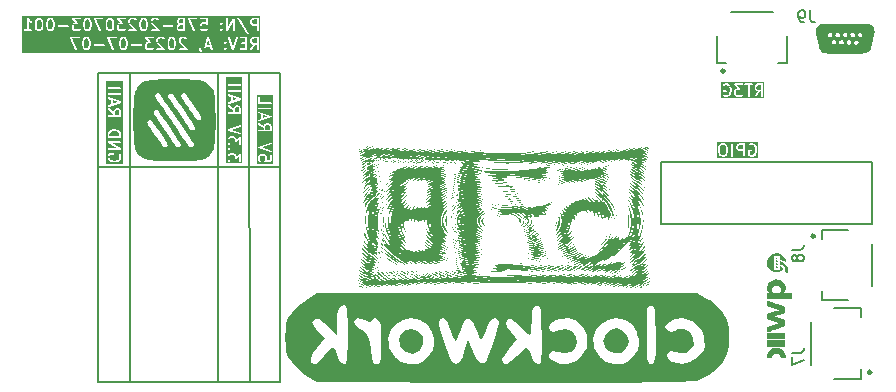
<source format=gbr>
%TF.GenerationSoftware,KiCad,Pcbnew,7.99.0-unknown-70ffd971e3~172~ubuntu22.04.1*%
%TF.CreationDate,2023-07-09T07:41:58-05:00*%
%TF.ProjectId,ext_pcb,6578745f-7063-4622-9e6b-696361645f70,rev?*%
%TF.SameCoordinates,Original*%
%TF.FileFunction,Legend,Bot*%
%TF.FilePolarity,Positive*%
%FSLAX46Y46*%
G04 Gerber Fmt 4.6, Leading zero omitted, Abs format (unit mm)*
G04 Created by KiCad (PCBNEW 7.99.0-unknown-70ffd971e3~172~ubuntu22.04.1) date 2023-07-09 07:41:58*
%MOMM*%
%LPD*%
G01*
G04 APERTURE LIST*
%ADD10C,0.150000*%
%ADD11C,0.000000*%
%ADD12C,0.127000*%
%ADD13C,0.300000*%
%ADD14C,0.100000*%
G04 APERTURE END LIST*
D10*
X120560000Y-82240000D02*
X136000000Y-82240000D01*
X133370000Y-74210000D02*
X133380000Y-100340000D01*
X168210000Y-81830000D02*
X186060000Y-81830000D01*
X186060000Y-87040000D01*
X168210000Y-87040000D01*
X168210000Y-81830000D01*
X120580000Y-82577300D02*
X120580000Y-100382700D01*
X130750000Y-74230000D02*
X130730000Y-100320000D01*
X135970000Y-82777300D02*
X135970000Y-100382700D01*
X120580000Y-74240000D02*
X135970000Y-74240000D01*
X135970000Y-100382700D01*
X120580000Y-100382700D01*
X120580000Y-74240000D01*
X123290000Y-74240000D02*
X123266200Y-100393500D01*
G36*
X132450515Y-77171050D02*
G01*
X132480921Y-77201456D01*
X132515180Y-77269973D01*
X132515180Y-77558220D01*
X132141371Y-77558220D01*
X132141370Y-77269973D01*
X132175628Y-77201457D01*
X132206036Y-77171050D01*
X132274552Y-77136792D01*
X132381999Y-77136792D01*
X132450515Y-77171050D01*
G37*
G36*
X132353009Y-76442744D02*
G01*
X131950895Y-76576782D01*
X131950895Y-76308705D01*
X132353009Y-76442744D01*
G37*
G36*
X132776291Y-81914283D02*
G01*
X131404069Y-81914283D01*
X131404069Y-81585601D01*
X131515180Y-81585601D01*
X131516713Y-81589814D01*
X131515672Y-81594176D01*
X131523098Y-81619143D01*
X131570718Y-81714381D01*
X131571909Y-81715508D01*
X131584767Y-81733872D01*
X131632386Y-81781491D01*
X131678882Y-81803172D01*
X131728437Y-81789895D01*
X131757863Y-81747869D01*
X131753392Y-81696762D01*
X131738452Y-81675425D01*
X131699438Y-81636411D01*
X131665180Y-81567894D01*
X131665180Y-81317593D01*
X131699438Y-81249076D01*
X131729846Y-81218668D01*
X131798362Y-81184411D01*
X132001047Y-81184411D01*
X132069562Y-81218669D01*
X132099969Y-81249075D01*
X132134228Y-81317592D01*
X132134228Y-81442744D01*
X132141143Y-81461743D01*
X132145066Y-81481580D01*
X132149728Y-81485330D01*
X132151775Y-81490953D01*
X132169286Y-81501063D01*
X132185041Y-81513737D01*
X132191022Y-81513613D01*
X132196204Y-81516605D01*
X132216117Y-81513093D01*
X132236332Y-81512675D01*
X132243665Y-81508235D01*
X132246728Y-81507696D01*
X132248967Y-81505026D01*
X132258616Y-81499187D01*
X132515180Y-81274693D01*
X132515180Y-81728458D01*
X132532727Y-81776667D01*
X132577156Y-81802319D01*
X132627680Y-81793410D01*
X132660657Y-81754110D01*
X132665180Y-81728458D01*
X132665180Y-81109411D01*
X132658264Y-81090411D01*
X132654342Y-81070575D01*
X132649679Y-81066824D01*
X132647633Y-81061202D01*
X132630123Y-81051092D01*
X132614368Y-81038418D01*
X132608385Y-81038541D01*
X132603204Y-81035550D01*
X132583290Y-81039061D01*
X132563076Y-81039480D01*
X132555742Y-81043919D01*
X132552680Y-81044459D01*
X132550440Y-81047128D01*
X132540792Y-81052968D01*
X132280568Y-81280663D01*
X132276310Y-81266346D01*
X132228691Y-81171108D01*
X132227501Y-81169982D01*
X132214642Y-81151616D01*
X132167023Y-81103997D01*
X132165541Y-81103306D01*
X132147531Y-81089948D01*
X132052293Y-81042329D01*
X132047839Y-81041816D01*
X132044404Y-81038934D01*
X132018752Y-81034411D01*
X131780657Y-81034411D01*
X131776443Y-81035944D01*
X131772082Y-81034903D01*
X131747116Y-81042329D01*
X131651878Y-81089948D01*
X131650752Y-81091137D01*
X131632386Y-81103997D01*
X131584767Y-81151616D01*
X131584075Y-81153098D01*
X131570718Y-81171107D01*
X131523098Y-81266345D01*
X131522585Y-81270799D01*
X131519703Y-81274235D01*
X131515180Y-81299887D01*
X131515180Y-81585601D01*
X131404069Y-81585601D01*
X131404069Y-80674302D01*
X131515466Y-80674302D01*
X131520508Y-80693121D01*
X131522207Y-80712536D01*
X131524877Y-80716349D01*
X131525228Y-80718339D01*
X131527755Y-80720460D01*
X131527880Y-80720638D01*
X131528743Y-80723857D01*
X131531472Y-80725768D01*
X131537148Y-80733873D01*
X131584767Y-80781491D01*
X131602424Y-80789724D01*
X131618389Y-80800903D01*
X131625132Y-80800312D01*
X131631264Y-80803172D01*
X131650082Y-80798129D01*
X131669496Y-80796431D01*
X131677600Y-80790756D01*
X131680819Y-80789894D01*
X131682730Y-80787164D01*
X131690833Y-80781491D01*
X131738452Y-80733872D01*
X131746687Y-80716211D01*
X131757863Y-80700250D01*
X131757564Y-80696834D01*
X131759280Y-80693863D01*
X131758684Y-80690483D01*
X131760133Y-80687376D01*
X131755090Y-80668554D01*
X131753392Y-80649143D01*
X131750722Y-80645329D01*
X131750371Y-80643339D01*
X131747842Y-80641217D01*
X131747718Y-80641040D01*
X131746856Y-80637821D01*
X131744126Y-80635909D01*
X131738452Y-80627806D01*
X131690833Y-80580187D01*
X131673174Y-80571953D01*
X131657212Y-80560776D01*
X131650469Y-80561365D01*
X131644336Y-80558506D01*
X131625517Y-80563548D01*
X131606105Y-80565246D01*
X131598000Y-80570920D01*
X131594782Y-80571783D01*
X131592870Y-80574512D01*
X131584767Y-80580187D01*
X131537148Y-80627805D01*
X131528914Y-80645461D01*
X131517735Y-80661428D01*
X131518033Y-80664844D01*
X131516319Y-80667815D01*
X131516914Y-80671194D01*
X131515466Y-80674302D01*
X131404069Y-80674302D01*
X131404069Y-80157030D01*
X131515180Y-80157030D01*
X131516713Y-80161243D01*
X131515672Y-80165605D01*
X131523098Y-80190572D01*
X131570718Y-80285810D01*
X131571909Y-80286937D01*
X131584767Y-80305301D01*
X131632386Y-80352920D01*
X131678882Y-80374601D01*
X131728437Y-80361324D01*
X131757863Y-80319298D01*
X131753392Y-80268191D01*
X131738452Y-80246854D01*
X131699438Y-80207840D01*
X131665180Y-80139323D01*
X131665180Y-79889022D01*
X131699438Y-79820505D01*
X131729846Y-79790097D01*
X131798362Y-79755840D01*
X132001047Y-79755840D01*
X132069562Y-79790098D01*
X132099969Y-79820505D01*
X132134228Y-79889021D01*
X132134228Y-80014173D01*
X132141143Y-80033172D01*
X132145066Y-80053009D01*
X132149728Y-80056759D01*
X132151775Y-80062382D01*
X132169286Y-80072492D01*
X132185041Y-80085166D01*
X132191022Y-80085042D01*
X132196204Y-80088034D01*
X132216117Y-80084522D01*
X132236332Y-80084104D01*
X132243665Y-80079664D01*
X132246728Y-80079125D01*
X132248967Y-80076455D01*
X132258616Y-80070616D01*
X132515180Y-79846122D01*
X132515180Y-80299887D01*
X132532727Y-80348096D01*
X132577156Y-80373748D01*
X132627680Y-80364839D01*
X132660657Y-80325539D01*
X132665180Y-80299887D01*
X132665180Y-79680840D01*
X132658264Y-79661840D01*
X132654342Y-79642004D01*
X132649679Y-79638253D01*
X132647633Y-79632631D01*
X132630123Y-79622521D01*
X132614368Y-79609847D01*
X132608385Y-79609970D01*
X132603204Y-79606979D01*
X132583290Y-79610490D01*
X132563076Y-79610909D01*
X132555742Y-79615348D01*
X132552680Y-79615888D01*
X132550440Y-79618557D01*
X132540792Y-79624397D01*
X132280568Y-79852092D01*
X132276310Y-79837775D01*
X132228691Y-79742537D01*
X132227501Y-79741411D01*
X132214642Y-79723045D01*
X132167023Y-79675426D01*
X132165541Y-79674735D01*
X132147531Y-79661377D01*
X132052293Y-79613758D01*
X132047839Y-79613245D01*
X132044404Y-79610363D01*
X132018752Y-79605840D01*
X131780657Y-79605840D01*
X131776443Y-79607373D01*
X131772082Y-79606332D01*
X131747116Y-79613758D01*
X131651878Y-79661377D01*
X131650752Y-79662566D01*
X131632386Y-79675426D01*
X131584767Y-79723045D01*
X131584075Y-79724527D01*
X131570718Y-79742536D01*
X131523098Y-79837774D01*
X131522585Y-79842228D01*
X131519703Y-79845664D01*
X131515180Y-79871316D01*
X131515180Y-80157030D01*
X131404069Y-80157030D01*
X131404069Y-79072793D01*
X131515991Y-79072793D01*
X131517019Y-79074692D01*
X131516703Y-79076828D01*
X131529121Y-79097041D01*
X131540420Y-79117907D01*
X131542427Y-79118700D01*
X131543558Y-79120540D01*
X131566463Y-79132943D01*
X132566463Y-79466276D01*
X132617746Y-79464875D01*
X132656132Y-79430837D01*
X132663657Y-79380089D01*
X132636802Y-79336376D01*
X132613897Y-79323974D01*
X131827350Y-79061792D01*
X132613897Y-78799610D01*
X132654083Y-78767719D01*
X132664369Y-78717458D01*
X132639940Y-78672344D01*
X132592228Y-78653487D01*
X132566463Y-78657308D01*
X131566463Y-78990641D01*
X131564771Y-78991983D01*
X131562613Y-78992042D01*
X131544851Y-79007791D01*
X131526277Y-79022532D01*
X131525844Y-79024645D01*
X131524228Y-79026079D01*
X131520747Y-79049549D01*
X131515991Y-79072793D01*
X131404069Y-79072793D01*
X131404069Y-77055266D01*
X131515464Y-77055266D01*
X131528749Y-77104819D01*
X131547170Y-77123234D01*
X131991371Y-77434174D01*
X131991371Y-77558220D01*
X131590180Y-77558220D01*
X131541971Y-77575767D01*
X131516319Y-77620196D01*
X131525228Y-77670720D01*
X131564528Y-77703697D01*
X131590180Y-77708220D01*
X132590180Y-77708220D01*
X132608488Y-77701556D01*
X132627680Y-77698172D01*
X132632030Y-77692987D01*
X132638389Y-77690673D01*
X132648131Y-77673799D01*
X132660657Y-77658872D01*
X132662374Y-77649129D01*
X132664041Y-77646244D01*
X132663462Y-77642961D01*
X132665180Y-77633220D01*
X132665180Y-77252268D01*
X132663646Y-77248054D01*
X132664688Y-77243693D01*
X132657262Y-77218727D01*
X132609643Y-77123489D01*
X132608453Y-77122363D01*
X132595594Y-77103997D01*
X132547975Y-77056378D01*
X132546493Y-77055687D01*
X132528483Y-77042329D01*
X132433245Y-76994710D01*
X132428791Y-76994197D01*
X132425356Y-76991315D01*
X132399704Y-76986792D01*
X132256847Y-76986792D01*
X132252633Y-76988325D01*
X132248272Y-76987284D01*
X132223306Y-76994710D01*
X132128068Y-77042329D01*
X132126942Y-77043518D01*
X132108576Y-77056378D01*
X132060957Y-77103997D01*
X132060266Y-77105478D01*
X132046908Y-77123489D01*
X131999289Y-77218727D01*
X131998776Y-77223180D01*
X131995894Y-77226616D01*
X131991558Y-77251207D01*
X131633190Y-77000350D01*
X131583633Y-76987079D01*
X131537139Y-77008766D01*
X131515464Y-77055266D01*
X131404069Y-77055266D01*
X131404069Y-76787078D01*
X131515991Y-76787078D01*
X131540420Y-76832192D01*
X131588131Y-76851049D01*
X131613897Y-76847228D01*
X132613897Y-76513895D01*
X132615588Y-76512552D01*
X132617746Y-76512494D01*
X132635498Y-76496752D01*
X132654083Y-76482004D01*
X132654515Y-76479889D01*
X132656132Y-76478456D01*
X132659611Y-76454987D01*
X132664369Y-76431743D01*
X132663340Y-76429843D01*
X132663657Y-76427708D01*
X132651236Y-76407490D01*
X132639940Y-76386629D01*
X132637932Y-76385835D01*
X132636802Y-76383995D01*
X132613897Y-76371593D01*
X131613897Y-76038260D01*
X131562613Y-76039661D01*
X131524228Y-76073698D01*
X131516703Y-76124447D01*
X131543558Y-76168159D01*
X131566463Y-76180562D01*
X131800895Y-76258705D01*
X131800895Y-76626782D01*
X131566463Y-76704926D01*
X131526277Y-76736817D01*
X131515991Y-76787078D01*
X131404069Y-76787078D01*
X131404069Y-75763053D01*
X131516319Y-75763053D01*
X131525228Y-75813577D01*
X131564528Y-75846554D01*
X131590180Y-75851077D01*
X132590180Y-75851077D01*
X132638389Y-75833530D01*
X132664041Y-75789101D01*
X132655132Y-75738577D01*
X132615832Y-75705600D01*
X132590180Y-75701077D01*
X131590180Y-75701077D01*
X131541971Y-75718624D01*
X131516319Y-75763053D01*
X131404069Y-75763053D01*
X131404069Y-75299887D01*
X131515180Y-75299887D01*
X131521843Y-75318195D01*
X131525228Y-75337387D01*
X131530412Y-75341737D01*
X131532727Y-75348096D01*
X131549600Y-75357838D01*
X131564528Y-75370364D01*
X131574270Y-75372081D01*
X131577156Y-75373748D01*
X131580438Y-75373169D01*
X131590180Y-75374887D01*
X132590180Y-75374887D01*
X132638389Y-75357340D01*
X132664041Y-75312911D01*
X132655132Y-75262387D01*
X132615832Y-75229410D01*
X132590180Y-75224887D01*
X131665180Y-75224887D01*
X131665180Y-74823697D01*
X131647633Y-74775488D01*
X131603204Y-74749836D01*
X131552680Y-74758745D01*
X131519703Y-74798045D01*
X131515180Y-74823697D01*
X131515180Y-75299887D01*
X131404069Y-75299887D01*
X131404069Y-74638725D01*
X132776291Y-74638725D01*
X132776291Y-81914283D01*
G37*
G36*
X135030515Y-78669621D02*
G01*
X135060922Y-78700028D01*
X135095180Y-78768544D01*
X135095180Y-79056791D01*
X134721371Y-79056791D01*
X134721371Y-78768543D01*
X134755629Y-78700028D01*
X134786036Y-78669621D01*
X134854552Y-78635363D01*
X134961999Y-78635363D01*
X135030515Y-78669621D01*
G37*
G36*
X134933009Y-77941315D02*
G01*
X134530895Y-78075353D01*
X134530895Y-77807276D01*
X134933009Y-77941315D01*
G37*
G36*
X135356291Y-81936664D02*
G01*
X133984069Y-81936664D01*
X133984069Y-81607982D01*
X134095180Y-81607982D01*
X134096713Y-81612195D01*
X134095672Y-81616557D01*
X134103098Y-81641524D01*
X134150718Y-81736762D01*
X134151909Y-81737889D01*
X134164767Y-81756253D01*
X134212386Y-81803872D01*
X134258882Y-81825553D01*
X134308437Y-81812276D01*
X134337863Y-81770250D01*
X134333392Y-81719143D01*
X134318452Y-81697806D01*
X134279438Y-81658792D01*
X134245180Y-81590275D01*
X134245180Y-81387593D01*
X134279438Y-81319076D01*
X134309846Y-81288669D01*
X134378362Y-81254411D01*
X134581047Y-81254411D01*
X134649563Y-81288669D01*
X134679969Y-81319075D01*
X134714228Y-81387591D01*
X134714228Y-81590277D01*
X134679970Y-81658793D01*
X134640957Y-81697806D01*
X134640748Y-81698253D01*
X134640303Y-81698468D01*
X134629909Y-81721499D01*
X134619276Y-81744303D01*
X134619403Y-81744778D01*
X134619200Y-81745229D01*
X134626024Y-81769490D01*
X134632553Y-81793857D01*
X134632958Y-81794140D01*
X134633092Y-81794616D01*
X134653932Y-81808827D01*
X134674579Y-81823284D01*
X134675070Y-81823241D01*
X134675478Y-81823519D01*
X134701453Y-81825467D01*
X135177643Y-81777848D01*
X135191994Y-81770937D01*
X135207680Y-81768172D01*
X135214419Y-81760139D01*
X135223867Y-81755591D01*
X135230418Y-81741073D01*
X135240657Y-81728872D01*
X135243691Y-81711663D01*
X135244970Y-81708830D01*
X135244491Y-81707127D01*
X135245180Y-81703220D01*
X135245180Y-81227030D01*
X135227633Y-81178821D01*
X135183204Y-81153169D01*
X135132680Y-81162078D01*
X135099703Y-81201378D01*
X135095180Y-81227030D01*
X135095180Y-81635345D01*
X134846989Y-81660164D01*
X134856310Y-81641523D01*
X134856822Y-81637069D01*
X134859705Y-81633634D01*
X134864228Y-81607982D01*
X134864228Y-81369887D01*
X134862694Y-81365673D01*
X134863736Y-81361312D01*
X134856310Y-81336346D01*
X134808691Y-81241108D01*
X134807501Y-81239982D01*
X134794642Y-81221616D01*
X134747023Y-81173997D01*
X134745541Y-81173306D01*
X134727531Y-81159948D01*
X134632293Y-81112329D01*
X134627839Y-81111816D01*
X134624404Y-81108934D01*
X134598752Y-81104411D01*
X134360657Y-81104411D01*
X134356443Y-81105944D01*
X134352082Y-81104903D01*
X134327116Y-81112329D01*
X134231878Y-81159948D01*
X134230752Y-81161137D01*
X134212386Y-81173997D01*
X134164767Y-81221616D01*
X134164075Y-81223098D01*
X134150718Y-81241107D01*
X134103098Y-81336345D01*
X134102585Y-81340799D01*
X134099703Y-81344235D01*
X134095180Y-81369887D01*
X134095180Y-81607982D01*
X133984069Y-81607982D01*
X133984069Y-80571364D01*
X134095991Y-80571364D01*
X134097019Y-80573263D01*
X134096703Y-80575399D01*
X134109121Y-80595612D01*
X134120420Y-80616478D01*
X134122427Y-80617271D01*
X134123558Y-80619111D01*
X134146463Y-80631514D01*
X135146463Y-80964847D01*
X135197746Y-80963446D01*
X135236132Y-80929408D01*
X135243657Y-80878660D01*
X135216802Y-80834947D01*
X135193897Y-80822545D01*
X134407350Y-80560363D01*
X135193897Y-80298181D01*
X135234083Y-80266290D01*
X135244369Y-80216029D01*
X135219940Y-80170915D01*
X135172228Y-80152058D01*
X135146463Y-80155879D01*
X134146463Y-80489212D01*
X134144771Y-80490554D01*
X134142613Y-80490613D01*
X134124851Y-80506362D01*
X134106277Y-80521103D01*
X134105844Y-80523216D01*
X134104228Y-80524650D01*
X134100747Y-80548120D01*
X134095991Y-80571364D01*
X133984069Y-80571364D01*
X133984069Y-78553837D01*
X134095464Y-78553837D01*
X134108749Y-78603390D01*
X134127170Y-78621805D01*
X134571371Y-78932745D01*
X134571371Y-79056791D01*
X134170180Y-79056791D01*
X134121971Y-79074338D01*
X134096319Y-79118767D01*
X134105228Y-79169291D01*
X134144528Y-79202268D01*
X134170180Y-79206791D01*
X135170180Y-79206791D01*
X135188488Y-79200127D01*
X135207680Y-79196743D01*
X135212030Y-79191558D01*
X135218389Y-79189244D01*
X135228131Y-79172370D01*
X135240657Y-79157443D01*
X135242374Y-79147700D01*
X135244041Y-79144815D01*
X135243462Y-79141532D01*
X135245180Y-79131791D01*
X135245180Y-78750839D01*
X135243646Y-78746625D01*
X135244688Y-78742264D01*
X135237262Y-78717298D01*
X135189643Y-78622060D01*
X135188453Y-78620934D01*
X135175594Y-78602568D01*
X135127975Y-78554949D01*
X135126493Y-78554258D01*
X135108483Y-78540900D01*
X135013245Y-78493281D01*
X135008791Y-78492768D01*
X135005356Y-78489886D01*
X134979704Y-78485363D01*
X134836847Y-78485363D01*
X134832633Y-78486896D01*
X134828272Y-78485855D01*
X134803306Y-78493281D01*
X134708068Y-78540900D01*
X134706942Y-78542089D01*
X134688576Y-78554949D01*
X134640957Y-78602568D01*
X134640266Y-78604049D01*
X134626908Y-78622060D01*
X134579289Y-78717298D01*
X134578776Y-78721751D01*
X134575894Y-78725187D01*
X134571558Y-78749778D01*
X134213190Y-78498921D01*
X134163633Y-78485650D01*
X134117139Y-78507337D01*
X134095464Y-78553837D01*
X133984069Y-78553837D01*
X133984069Y-78285649D01*
X134095991Y-78285649D01*
X134120420Y-78330763D01*
X134168131Y-78349620D01*
X134193897Y-78345799D01*
X135193897Y-78012466D01*
X135195588Y-78011123D01*
X135197746Y-78011065D01*
X135215498Y-77995323D01*
X135234083Y-77980575D01*
X135234515Y-77978460D01*
X135236132Y-77977027D01*
X135239611Y-77953558D01*
X135244369Y-77930314D01*
X135243340Y-77928414D01*
X135243657Y-77926279D01*
X135231236Y-77906061D01*
X135219940Y-77885200D01*
X135217932Y-77884406D01*
X135216802Y-77882566D01*
X135193897Y-77870164D01*
X134193897Y-77536831D01*
X134142613Y-77538232D01*
X134104228Y-77572269D01*
X134096703Y-77623018D01*
X134123558Y-77666730D01*
X134146463Y-77679133D01*
X134380895Y-77757276D01*
X134380895Y-78125353D01*
X134146463Y-78203497D01*
X134106277Y-78235388D01*
X134095991Y-78285649D01*
X133984069Y-78285649D01*
X133984069Y-77261624D01*
X134096319Y-77261624D01*
X134105228Y-77312148D01*
X134144528Y-77345125D01*
X134170180Y-77349648D01*
X135170180Y-77349648D01*
X135218389Y-77332101D01*
X135244041Y-77287672D01*
X135235132Y-77237148D01*
X135195832Y-77204171D01*
X135170180Y-77199648D01*
X134170180Y-77199648D01*
X134121971Y-77217195D01*
X134096319Y-77261624D01*
X133984069Y-77261624D01*
X133984069Y-76798458D01*
X134095180Y-76798458D01*
X134101843Y-76816766D01*
X134105228Y-76835958D01*
X134110412Y-76840308D01*
X134112727Y-76846667D01*
X134129600Y-76856409D01*
X134144528Y-76868935D01*
X134154270Y-76870652D01*
X134157156Y-76872319D01*
X134160438Y-76871740D01*
X134170180Y-76873458D01*
X135170180Y-76873458D01*
X135218389Y-76855911D01*
X135244041Y-76811482D01*
X135235132Y-76760958D01*
X135195832Y-76727981D01*
X135170180Y-76723458D01*
X134245180Y-76723458D01*
X134245180Y-76322268D01*
X134227633Y-76274059D01*
X134183204Y-76248407D01*
X134132680Y-76257316D01*
X134099703Y-76296616D01*
X134095180Y-76322268D01*
X134095180Y-76798458D01*
X133984069Y-76798458D01*
X133984069Y-76137296D01*
X135356291Y-76137296D01*
X135356291Y-81936664D01*
G37*
G36*
X176709481Y-75659959D02*
G01*
X176421234Y-75659959D01*
X176352718Y-75625701D01*
X176322311Y-75595294D01*
X176288053Y-75526778D01*
X176288053Y-75419330D01*
X176322311Y-75350814D01*
X176352717Y-75320408D01*
X176421234Y-75286150D01*
X176709481Y-75286150D01*
X176709481Y-75659959D01*
G37*
G36*
X176970592Y-76397261D02*
G01*
X173312656Y-76397261D01*
X173312656Y-76115911D01*
X173423767Y-76115911D01*
X173429366Y-76131294D01*
X173430793Y-76147606D01*
X173440185Y-76161020D01*
X173441314Y-76164120D01*
X173443063Y-76165129D01*
X173445733Y-76168943D01*
X173493352Y-76216563D01*
X173497416Y-76218458D01*
X173499764Y-76222279D01*
X173522669Y-76234682D01*
X173665525Y-76282301D01*
X173667160Y-76282256D01*
X173689243Y-76286150D01*
X173784481Y-76286150D01*
X173786019Y-76285589D01*
X173808198Y-76282301D01*
X173951055Y-76234682D01*
X173954567Y-76231894D01*
X173959034Y-76231504D01*
X173980371Y-76216564D01*
X174075610Y-76121324D01*
X174076301Y-76119841D01*
X174089658Y-76101833D01*
X174130238Y-76020673D01*
X174423767Y-76020673D01*
X174425300Y-76024886D01*
X174424259Y-76029247D01*
X174431685Y-76054214D01*
X174479304Y-76149452D01*
X174480492Y-76150577D01*
X174493352Y-76168943D01*
X174540971Y-76216563D01*
X174542452Y-76217253D01*
X174560464Y-76230613D01*
X174655702Y-76278232D01*
X174660155Y-76278744D01*
X174663591Y-76281627D01*
X174689243Y-76286150D01*
X174974957Y-76286150D01*
X174979170Y-76284616D01*
X174983531Y-76285658D01*
X175008498Y-76278232D01*
X175103736Y-76230613D01*
X175104860Y-76229425D01*
X175123229Y-76216563D01*
X175170847Y-76168944D01*
X175192528Y-76122447D01*
X175179250Y-76072892D01*
X175137225Y-76043466D01*
X175086117Y-76047938D01*
X175064780Y-76062879D01*
X175025767Y-76101892D01*
X174957252Y-76136150D01*
X174706948Y-76136150D01*
X174638432Y-76101892D01*
X174608025Y-76071484D01*
X174573767Y-76002967D01*
X174573767Y-75800283D01*
X174608025Y-75731767D01*
X174638432Y-75701359D01*
X174706948Y-75667102D01*
X174832100Y-75667102D01*
X174851099Y-75660186D01*
X174870936Y-75656264D01*
X174874686Y-75651601D01*
X174880309Y-75649555D01*
X174890418Y-75632045D01*
X174903093Y-75616290D01*
X174902969Y-75610307D01*
X174905961Y-75605126D01*
X174902449Y-75585212D01*
X174902031Y-75564998D01*
X174897591Y-75557664D01*
X174897052Y-75554602D01*
X174894382Y-75552362D01*
X174888543Y-75542714D01*
X174664049Y-75286150D01*
X175117814Y-75286150D01*
X175166023Y-75268603D01*
X175191675Y-75224174D01*
X175187082Y-75198126D01*
X175282049Y-75198126D01*
X175290958Y-75248650D01*
X175330258Y-75281627D01*
X175355910Y-75286150D01*
X175566624Y-75286150D01*
X175566624Y-76211150D01*
X175584171Y-76259359D01*
X175628600Y-76285011D01*
X175679124Y-76276102D01*
X175712101Y-76236802D01*
X175716624Y-76211150D01*
X175716624Y-75544483D01*
X176138053Y-75544483D01*
X176139586Y-75548696D01*
X176138545Y-75553057D01*
X176145971Y-75578024D01*
X176193590Y-75673262D01*
X176194779Y-75674387D01*
X176207639Y-75692754D01*
X176255258Y-75740373D01*
X176256739Y-75741064D01*
X176274750Y-75754422D01*
X176369988Y-75802041D01*
X176374441Y-75802553D01*
X176377877Y-75805436D01*
X176402468Y-75809771D01*
X176151611Y-76168140D01*
X176138340Y-76217697D01*
X176160027Y-76264191D01*
X176206527Y-76285866D01*
X176256080Y-76272581D01*
X176274495Y-76254160D01*
X176585435Y-75809959D01*
X176709481Y-75809959D01*
X176709481Y-76211150D01*
X176727028Y-76259359D01*
X176771457Y-76285011D01*
X176821981Y-76276102D01*
X176854958Y-76236802D01*
X176859481Y-76211150D01*
X176859481Y-75211150D01*
X176852817Y-75192841D01*
X176849433Y-75173650D01*
X176844248Y-75169299D01*
X176841934Y-75162941D01*
X176825060Y-75153198D01*
X176810133Y-75140673D01*
X176800390Y-75138955D01*
X176797505Y-75137289D01*
X176794222Y-75137867D01*
X176784481Y-75136150D01*
X176403529Y-75136150D01*
X176399315Y-75137683D01*
X176394954Y-75136642D01*
X176369988Y-75144068D01*
X176274750Y-75191687D01*
X176273624Y-75192876D01*
X176255258Y-75205736D01*
X176207639Y-75253355D01*
X176206948Y-75254836D01*
X176193590Y-75272847D01*
X176145971Y-75368085D01*
X176145458Y-75372538D01*
X176142576Y-75375974D01*
X176138053Y-75401626D01*
X176138053Y-75544483D01*
X175716624Y-75544483D01*
X175716624Y-75286150D01*
X175927338Y-75286150D01*
X175975547Y-75268603D01*
X176001199Y-75224174D01*
X175992290Y-75173650D01*
X175952990Y-75140673D01*
X175927338Y-75136150D01*
X175355910Y-75136150D01*
X175307701Y-75153697D01*
X175282049Y-75198126D01*
X175187082Y-75198126D01*
X175182766Y-75173650D01*
X175143466Y-75140673D01*
X175117814Y-75136150D01*
X174498767Y-75136150D01*
X174479767Y-75143065D01*
X174459931Y-75146988D01*
X174456180Y-75151650D01*
X174450558Y-75153697D01*
X174440447Y-75171208D01*
X174427774Y-75186963D01*
X174427897Y-75192944D01*
X174424906Y-75198126D01*
X174428417Y-75218039D01*
X174428836Y-75238254D01*
X174433275Y-75245587D01*
X174433815Y-75248650D01*
X174436484Y-75250889D01*
X174442324Y-75260538D01*
X174670019Y-75520761D01*
X174655702Y-75525020D01*
X174560464Y-75572639D01*
X174559338Y-75573828D01*
X174540972Y-75586688D01*
X174493353Y-75634307D01*
X174492662Y-75635788D01*
X174479304Y-75653799D01*
X174431685Y-75749037D01*
X174431172Y-75753490D01*
X174428290Y-75756926D01*
X174423767Y-75782578D01*
X174423767Y-76020673D01*
X174130238Y-76020673D01*
X174137277Y-76006595D01*
X174137683Y-76003066D01*
X174142956Y-75991244D01*
X174190575Y-75800768D01*
X174190214Y-75797319D01*
X174192814Y-75782578D01*
X174192814Y-75639721D01*
X174191628Y-75636463D01*
X174190575Y-75621531D01*
X174142956Y-75431055D01*
X174140967Y-75428110D01*
X174137277Y-75415704D01*
X174089658Y-75320466D01*
X174088471Y-75319342D01*
X174075609Y-75300974D01*
X173980371Y-75205736D01*
X173976307Y-75203841D01*
X173973960Y-75200020D01*
X173951055Y-75187618D01*
X173808198Y-75139999D01*
X173806563Y-75140043D01*
X173784481Y-75136150D01*
X173641624Y-75136150D01*
X173637410Y-75137683D01*
X173633049Y-75136642D01*
X173608083Y-75144068D01*
X173512845Y-75191687D01*
X173477573Y-75228941D01*
X173474498Y-75280152D01*
X173505062Y-75321357D01*
X173554960Y-75333277D01*
X173579927Y-75325851D01*
X173659329Y-75286150D01*
X173772311Y-75286150D01*
X173886824Y-75324321D01*
X173960936Y-75398433D01*
X173999430Y-75475421D01*
X174042814Y-75648954D01*
X174042814Y-75773344D01*
X173999430Y-75946878D01*
X173960936Y-76023865D01*
X173886824Y-76097978D01*
X173772311Y-76136150D01*
X173701413Y-76136150D01*
X173586900Y-76097979D01*
X173573767Y-76084845D01*
X173573767Y-75857578D01*
X173689243Y-75857578D01*
X173737452Y-75840031D01*
X173763104Y-75795602D01*
X173754195Y-75745078D01*
X173714895Y-75712101D01*
X173689243Y-75707578D01*
X173498767Y-75707578D01*
X173480458Y-75714241D01*
X173461267Y-75717626D01*
X173456916Y-75722810D01*
X173450558Y-75725125D01*
X173440815Y-75741998D01*
X173428290Y-75756926D01*
X173426572Y-75766668D01*
X173424906Y-75769554D01*
X173425484Y-75772836D01*
X173423767Y-75782578D01*
X173423767Y-76115911D01*
X173312656Y-76115911D01*
X173312656Y-75025039D01*
X176970592Y-75025039D01*
X176970592Y-76397261D01*
G37*
G36*
X119654641Y-71369077D02*
G01*
X119685047Y-71399483D01*
X119723541Y-71476471D01*
X119766925Y-71650005D01*
X119766925Y-71869631D01*
X119723541Y-72043165D01*
X119685047Y-72120153D01*
X119654640Y-72150561D01*
X119586125Y-72184819D01*
X119526297Y-72184819D01*
X119457781Y-72150561D01*
X119427374Y-72120153D01*
X119388880Y-72043166D01*
X119345497Y-71869632D01*
X119345497Y-71650005D01*
X119388880Y-71476471D01*
X119427374Y-71399483D01*
X119457780Y-71369077D01*
X119526297Y-71334819D01*
X119586125Y-71334819D01*
X119654641Y-71369077D01*
G37*
G36*
X122797498Y-71369077D02*
G01*
X122827905Y-71399484D01*
X122866398Y-71476470D01*
X122909782Y-71650005D01*
X122909782Y-71869632D01*
X122866398Y-72043165D01*
X122827904Y-72120153D01*
X122797497Y-72150561D01*
X122728982Y-72184819D01*
X122669154Y-72184819D01*
X122600638Y-72150561D01*
X122570231Y-72120153D01*
X122531737Y-72043166D01*
X122488354Y-71869631D01*
X122488354Y-71650005D01*
X122531737Y-71476471D01*
X122570231Y-71399483D01*
X122600637Y-71369077D01*
X122669154Y-71334819D01*
X122728982Y-71334819D01*
X122797498Y-71369077D01*
G37*
G36*
X126892736Y-71369077D02*
G01*
X126923143Y-71399484D01*
X126961636Y-71476470D01*
X127005020Y-71650005D01*
X127005020Y-71869632D01*
X126961636Y-72043165D01*
X126923142Y-72120153D01*
X126892735Y-72150561D01*
X126824220Y-72184819D01*
X126764392Y-72184819D01*
X126695876Y-72150561D01*
X126665469Y-72120153D01*
X126626975Y-72043166D01*
X126583592Y-71869631D01*
X126583592Y-71650005D01*
X126626975Y-71476471D01*
X126665469Y-71399483D01*
X126695876Y-71369076D01*
X126764392Y-71334819D01*
X126824220Y-71334819D01*
X126892736Y-71369077D01*
G37*
G36*
X134005020Y-71708628D02*
G01*
X133716773Y-71708628D01*
X133648257Y-71674369D01*
X133617850Y-71643963D01*
X133583592Y-71575447D01*
X133583592Y-71468000D01*
X133617849Y-71399484D01*
X133648257Y-71369077D01*
X133716773Y-71334819D01*
X134005020Y-71334819D01*
X134005020Y-71708628D01*
G37*
G36*
X130023582Y-71899104D02*
G01*
X129755506Y-71899104D01*
X129889544Y-71496989D01*
X130023582Y-71899104D01*
G37*
G36*
X115654641Y-69759077D02*
G01*
X115685048Y-69789484D01*
X115723541Y-69866470D01*
X115766925Y-70040005D01*
X115766925Y-70259631D01*
X115723541Y-70433166D01*
X115685047Y-70510153D01*
X115654640Y-70540561D01*
X115586125Y-70574819D01*
X115526297Y-70574819D01*
X115457781Y-70540561D01*
X115427374Y-70510153D01*
X115388880Y-70433166D01*
X115345497Y-70259632D01*
X115345497Y-70040005D01*
X115388880Y-69866471D01*
X115427374Y-69789484D01*
X115457781Y-69759076D01*
X115526297Y-69724819D01*
X115586125Y-69724819D01*
X115654641Y-69759077D01*
G37*
G36*
X116607022Y-69759077D02*
G01*
X116637429Y-69789484D01*
X116675922Y-69866470D01*
X116719306Y-70040005D01*
X116719306Y-70259631D01*
X116675922Y-70433166D01*
X116637428Y-70510153D01*
X116607021Y-70540561D01*
X116538506Y-70574819D01*
X116478678Y-70574819D01*
X116410162Y-70540561D01*
X116379755Y-70510153D01*
X116341261Y-70433166D01*
X116297877Y-70259631D01*
X116297877Y-70040005D01*
X116341261Y-69866470D01*
X116379755Y-69789484D01*
X116410161Y-69759077D01*
X116478678Y-69724819D01*
X116538506Y-69724819D01*
X116607022Y-69759077D01*
G37*
G36*
X119749879Y-69759077D02*
G01*
X119780286Y-69789484D01*
X119818779Y-69866470D01*
X119862163Y-70040005D01*
X119862163Y-70259631D01*
X119818779Y-70433166D01*
X119780285Y-70510153D01*
X119749878Y-70540561D01*
X119681363Y-70574819D01*
X119621535Y-70574819D01*
X119553019Y-70540561D01*
X119522612Y-70510153D01*
X119484118Y-70433166D01*
X119440735Y-70259632D01*
X119440735Y-70040005D01*
X119484118Y-69866470D01*
X119522611Y-69789484D01*
X119553019Y-69759077D01*
X119621535Y-69724819D01*
X119681363Y-69724819D01*
X119749879Y-69759077D01*
G37*
G36*
X121654641Y-69759077D02*
G01*
X121685048Y-69789484D01*
X121723541Y-69866470D01*
X121766925Y-70040005D01*
X121766925Y-70259632D01*
X121723541Y-70433166D01*
X121685047Y-70510153D01*
X121654640Y-70540561D01*
X121586125Y-70574819D01*
X121526297Y-70574819D01*
X121457781Y-70540561D01*
X121427374Y-70510153D01*
X121388880Y-70433166D01*
X121345497Y-70259631D01*
X121345497Y-70040005D01*
X121388880Y-69866471D01*
X121427374Y-69789484D01*
X121457781Y-69759076D01*
X121526297Y-69724819D01*
X121586125Y-69724819D01*
X121654641Y-69759077D01*
G37*
G36*
X124511784Y-69759077D02*
G01*
X124542191Y-69789484D01*
X124580684Y-69866470D01*
X124624067Y-70040004D01*
X124624067Y-70259632D01*
X124580684Y-70433166D01*
X124542190Y-70510153D01*
X124511783Y-70540561D01*
X124443268Y-70574819D01*
X124383440Y-70574819D01*
X124314924Y-70540561D01*
X124284517Y-70510153D01*
X124246023Y-70433166D01*
X124202640Y-70259631D01*
X124202640Y-70040005D01*
X124246023Y-69866470D01*
X124284517Y-69789484D01*
X124314924Y-69759077D01*
X124383440Y-69724819D01*
X124443268Y-69724819D01*
X124511784Y-69759077D01*
G37*
G36*
X127766925Y-70574819D02*
G01*
X127478678Y-70574819D01*
X127410162Y-70540561D01*
X127379755Y-70510153D01*
X127345497Y-70441637D01*
X127345497Y-70334190D01*
X127379755Y-70265673D01*
X127406248Y-70239180D01*
X127520762Y-70201009D01*
X127766925Y-70201009D01*
X127766925Y-70574819D01*
G37*
G36*
X127766925Y-70051009D02*
G01*
X127526297Y-70051009D01*
X127457780Y-70016751D01*
X127427373Y-69986344D01*
X127393116Y-69917828D01*
X127393116Y-69858000D01*
X127427374Y-69789484D01*
X127457781Y-69759076D01*
X127526297Y-69724819D01*
X127766925Y-69724819D01*
X127766925Y-70051009D01*
G37*
G36*
X134005020Y-70098628D02*
G01*
X133716773Y-70098628D01*
X133648257Y-70064370D01*
X133617850Y-70033963D01*
X133583592Y-69965446D01*
X133583592Y-69858000D01*
X133617850Y-69789484D01*
X133648257Y-69759077D01*
X133716773Y-69724819D01*
X134005020Y-69724819D01*
X134005020Y-70098628D01*
G37*
G36*
X134266131Y-72588501D02*
G01*
X114133144Y-72588501D01*
X114133144Y-71264003D01*
X118195614Y-71264003D01*
X118201561Y-71289363D01*
X118630132Y-72289363D01*
X118665251Y-72326762D01*
X118716192Y-72332838D01*
X118759122Y-72304747D01*
X118773951Y-72255634D01*
X118768004Y-72230275D01*
X118617400Y-71878866D01*
X119195497Y-71878866D01*
X119196682Y-71882123D01*
X119197736Y-71897056D01*
X119245355Y-72087532D01*
X119247343Y-72090476D01*
X119251034Y-72102883D01*
X119298653Y-72198121D01*
X119299841Y-72199246D01*
X119312701Y-72217612D01*
X119360320Y-72265232D01*
X119361801Y-72265922D01*
X119379813Y-72279282D01*
X119475051Y-72326901D01*
X119479504Y-72327413D01*
X119482940Y-72330296D01*
X119508592Y-72334819D01*
X119603830Y-72334819D01*
X119608043Y-72333285D01*
X119612404Y-72334327D01*
X119637371Y-72326901D01*
X119732609Y-72279282D01*
X119733733Y-72278094D01*
X119752102Y-72265232D01*
X119799720Y-72217613D01*
X119800410Y-72216131D01*
X119813769Y-72198121D01*
X119861388Y-72102883D01*
X119861794Y-72099354D01*
X119867067Y-72087532D01*
X119914686Y-71897056D01*
X119914325Y-71893607D01*
X119916925Y-71878866D01*
X119916925Y-71865842D01*
X120196636Y-71865842D01*
X120205545Y-71916366D01*
X120244845Y-71949343D01*
X120270497Y-71953866D01*
X121032401Y-71953866D01*
X121080610Y-71936319D01*
X121106262Y-71891890D01*
X121097353Y-71841366D01*
X121058053Y-71808389D01*
X121032401Y-71803866D01*
X120270497Y-71803866D01*
X120222288Y-71821413D01*
X120196636Y-71865842D01*
X119916925Y-71865842D01*
X119916925Y-71640771D01*
X119915739Y-71637513D01*
X119914686Y-71622581D01*
X119867067Y-71432105D01*
X119865078Y-71429160D01*
X119861388Y-71416754D01*
X119813769Y-71321516D01*
X119812579Y-71320390D01*
X119799720Y-71302024D01*
X119761699Y-71264003D01*
X121338471Y-71264003D01*
X121344418Y-71289363D01*
X121772989Y-72289363D01*
X121808108Y-72326762D01*
X121859049Y-72332838D01*
X121901979Y-72304747D01*
X121916808Y-72255634D01*
X121910861Y-72230275D01*
X121760257Y-71878866D01*
X122338354Y-71878866D01*
X122339539Y-71882123D01*
X122340593Y-71897056D01*
X122388212Y-72087532D01*
X122390200Y-72090476D01*
X122393891Y-72102883D01*
X122441510Y-72198121D01*
X122442698Y-72199246D01*
X122455558Y-72217612D01*
X122503177Y-72265232D01*
X122504658Y-72265922D01*
X122522670Y-72279282D01*
X122617908Y-72326901D01*
X122622361Y-72327413D01*
X122625797Y-72330296D01*
X122651449Y-72334819D01*
X122746687Y-72334819D01*
X122750900Y-72333285D01*
X122755261Y-72334327D01*
X122780228Y-72326901D01*
X122875466Y-72279282D01*
X122876590Y-72278094D01*
X122894959Y-72265232D01*
X122942577Y-72217613D01*
X122943267Y-72216131D01*
X122956626Y-72198121D01*
X123004245Y-72102883D01*
X123004651Y-72099354D01*
X123009924Y-72087532D01*
X123014472Y-72069342D01*
X124528830Y-72069342D01*
X124530363Y-72073555D01*
X124529322Y-72077916D01*
X124536748Y-72102883D01*
X124584367Y-72198121D01*
X124585555Y-72199246D01*
X124598415Y-72217612D01*
X124646034Y-72265232D01*
X124647515Y-72265922D01*
X124665527Y-72279282D01*
X124760765Y-72326901D01*
X124765218Y-72327413D01*
X124768654Y-72330296D01*
X124794306Y-72334819D01*
X125080020Y-72334819D01*
X125084233Y-72333285D01*
X125088594Y-72334327D01*
X125113561Y-72326901D01*
X125208799Y-72279282D01*
X125209923Y-72278094D01*
X125228292Y-72265232D01*
X125275910Y-72217613D01*
X125297591Y-72171116D01*
X125284313Y-72121561D01*
X125242288Y-72092135D01*
X125191180Y-72096607D01*
X125169843Y-72111548D01*
X125130830Y-72150561D01*
X125062315Y-72184819D01*
X124812011Y-72184819D01*
X124743495Y-72150561D01*
X124713088Y-72120153D01*
X124678830Y-72051637D01*
X124678830Y-71848951D01*
X124713088Y-71780436D01*
X124743495Y-71750029D01*
X124812011Y-71715771D01*
X124937163Y-71715771D01*
X124956162Y-71708855D01*
X124975999Y-71704933D01*
X124979749Y-71700270D01*
X124985372Y-71698224D01*
X124995481Y-71680714D01*
X125008156Y-71664959D01*
X125008032Y-71658976D01*
X125011024Y-71653795D01*
X125007512Y-71633881D01*
X125007094Y-71613667D01*
X125002654Y-71606333D01*
X125002115Y-71603271D01*
X124999445Y-71601031D01*
X124993606Y-71591383D01*
X124953487Y-71545533D01*
X125481211Y-71545533D01*
X125481771Y-71547071D01*
X125485060Y-71569250D01*
X125532679Y-71712107D01*
X125535466Y-71715619D01*
X125535857Y-71720086D01*
X125550797Y-71741423D01*
X125994192Y-72184819D01*
X125556211Y-72184819D01*
X125508002Y-72202366D01*
X125482350Y-72246795D01*
X125491259Y-72297319D01*
X125530559Y-72330296D01*
X125556211Y-72334819D01*
X126175258Y-72334819D01*
X126196469Y-72327098D01*
X126218276Y-72321256D01*
X126220244Y-72318444D01*
X126223467Y-72317272D01*
X126234752Y-72297726D01*
X126247703Y-72279231D01*
X126247404Y-72275813D01*
X126249119Y-72272843D01*
X126245199Y-72250616D01*
X126243232Y-72228123D01*
X126240560Y-72224308D01*
X126240210Y-72222319D01*
X126237683Y-72220198D01*
X126228291Y-72206786D01*
X125900372Y-71878866D01*
X126433592Y-71878866D01*
X126434777Y-71882123D01*
X126435831Y-71897056D01*
X126483450Y-72087532D01*
X126485438Y-72090476D01*
X126489129Y-72102883D01*
X126536748Y-72198121D01*
X126537936Y-72199246D01*
X126550796Y-72217612D01*
X126598415Y-72265232D01*
X126599896Y-72265922D01*
X126617908Y-72279282D01*
X126713146Y-72326901D01*
X126717599Y-72327413D01*
X126721035Y-72330296D01*
X126746687Y-72334819D01*
X126841925Y-72334819D01*
X126846138Y-72333285D01*
X126850499Y-72334327D01*
X126875466Y-72326901D01*
X126970704Y-72279282D01*
X126971828Y-72278094D01*
X126990197Y-72265232D01*
X127037815Y-72217613D01*
X127038505Y-72216131D01*
X127051864Y-72198121D01*
X127099483Y-72102883D01*
X127099889Y-72099354D01*
X127105162Y-72087532D01*
X127152781Y-71897056D01*
X127152420Y-71893607D01*
X127155020Y-71878866D01*
X127155020Y-71640771D01*
X127153834Y-71637513D01*
X127152781Y-71622581D01*
X127133519Y-71545533D01*
X127385973Y-71545533D01*
X127386533Y-71547071D01*
X127389822Y-71569250D01*
X127437441Y-71712107D01*
X127440228Y-71715619D01*
X127440619Y-71720086D01*
X127455559Y-71741423D01*
X127898954Y-72184819D01*
X127460973Y-72184819D01*
X127412764Y-72202366D01*
X127387112Y-72246795D01*
X127396021Y-72297319D01*
X127435321Y-72330296D01*
X127460973Y-72334819D01*
X128080020Y-72334819D01*
X128101231Y-72327098D01*
X128123038Y-72321256D01*
X128125006Y-72318444D01*
X128128229Y-72317272D01*
X128139514Y-72297726D01*
X128152465Y-72279231D01*
X128152166Y-72275813D01*
X128153881Y-72272843D01*
X128151584Y-72259819D01*
X129100258Y-72259819D01*
X129101791Y-72264032D01*
X129100750Y-72268393D01*
X129108176Y-72293360D01*
X129155795Y-72388598D01*
X129156984Y-72389723D01*
X129169844Y-72408090D01*
X129217463Y-72455709D01*
X129263959Y-72477390D01*
X129313514Y-72464113D01*
X129342940Y-72422087D01*
X129338469Y-72370980D01*
X129323529Y-72349643D01*
X129284516Y-72310630D01*
X129250258Y-72242114D01*
X129250258Y-72236102D01*
X129485060Y-72236102D01*
X129486461Y-72287386D01*
X129520498Y-72325771D01*
X129571247Y-72333296D01*
X129614959Y-72306441D01*
X129627362Y-72283536D01*
X129705506Y-72049104D01*
X130073582Y-72049104D01*
X130151726Y-72283536D01*
X130183617Y-72323722D01*
X130233878Y-72334008D01*
X130278992Y-72309579D01*
X130297849Y-72261867D01*
X130294028Y-72236102D01*
X130283882Y-72205664D01*
X131195782Y-72205664D01*
X131200824Y-72224484D01*
X131202523Y-72243896D01*
X131208196Y-72251998D01*
X131209059Y-72255219D01*
X131211790Y-72257131D01*
X131217463Y-72265233D01*
X131265082Y-72312852D01*
X131282740Y-72321085D01*
X131298704Y-72332264D01*
X131302120Y-72331965D01*
X131305091Y-72333680D01*
X131308470Y-72333084D01*
X131311578Y-72334533D01*
X131330397Y-72329490D01*
X131349811Y-72327792D01*
X131353624Y-72325122D01*
X131355615Y-72324771D01*
X131357736Y-72322242D01*
X131357913Y-72322118D01*
X131361133Y-72321256D01*
X131363044Y-72318526D01*
X131371148Y-72312852D01*
X131418767Y-72265233D01*
X131427001Y-72247574D01*
X131438178Y-72231612D01*
X131437588Y-72224869D01*
X131440448Y-72218737D01*
X131435405Y-72199918D01*
X131433708Y-72180505D01*
X131428033Y-72172400D01*
X131427171Y-72169182D01*
X131424441Y-72167270D01*
X131418767Y-72159167D01*
X131371149Y-72111548D01*
X131353491Y-72103314D01*
X131337526Y-72092135D01*
X131334109Y-72092433D01*
X131331139Y-72090719D01*
X131327759Y-72091314D01*
X131324652Y-72089866D01*
X131305832Y-72094908D01*
X131286418Y-72096607D01*
X131282604Y-72099277D01*
X131280615Y-72099628D01*
X131278493Y-72102155D01*
X131278315Y-72102280D01*
X131275097Y-72103143D01*
X131273185Y-72105872D01*
X131265081Y-72111548D01*
X131217462Y-72159168D01*
X131209228Y-72176825D01*
X131198051Y-72192789D01*
X131198641Y-72199532D01*
X131195782Y-72205664D01*
X130283882Y-72205664D01*
X130109279Y-71681854D01*
X131195782Y-71681854D01*
X131200824Y-71700673D01*
X131202523Y-71720086D01*
X131208196Y-71728188D01*
X131209059Y-71731408D01*
X131211789Y-71733319D01*
X131217463Y-71741423D01*
X131265082Y-71789042D01*
X131282740Y-71797275D01*
X131298704Y-71808454D01*
X131302120Y-71808155D01*
X131305091Y-71809870D01*
X131308470Y-71809274D01*
X131311578Y-71810723D01*
X131330397Y-71805680D01*
X131349811Y-71803982D01*
X131353624Y-71801312D01*
X131355615Y-71800961D01*
X131357736Y-71798432D01*
X131357913Y-71798308D01*
X131361133Y-71797446D01*
X131363044Y-71794716D01*
X131371148Y-71789042D01*
X131418767Y-71741423D01*
X131427002Y-71723762D01*
X131438178Y-71707801D01*
X131437588Y-71701059D01*
X131440448Y-71694927D01*
X131435405Y-71676105D01*
X131433707Y-71656694D01*
X131428033Y-71648591D01*
X131427171Y-71645372D01*
X131424441Y-71643460D01*
X131418767Y-71635357D01*
X131371148Y-71587738D01*
X131353487Y-71579503D01*
X131337526Y-71568327D01*
X131334110Y-71568625D01*
X131331139Y-71566910D01*
X131327758Y-71567506D01*
X131324651Y-71566057D01*
X131305829Y-71571099D01*
X131286419Y-71572798D01*
X131282605Y-71575467D01*
X131280615Y-71575819D01*
X131278493Y-71578347D01*
X131278316Y-71578471D01*
X131275097Y-71579334D01*
X131273185Y-71582064D01*
X131265082Y-71587738D01*
X131217463Y-71635357D01*
X131209229Y-71653014D01*
X131198051Y-71668979D01*
X131198641Y-71675722D01*
X131195782Y-71681854D01*
X130109279Y-71681854D01*
X129967918Y-71257770D01*
X131576477Y-71257770D01*
X131580298Y-71283536D01*
X131913631Y-72283536D01*
X131914973Y-72285227D01*
X131915032Y-72287386D01*
X131930781Y-72305147D01*
X131945522Y-72323722D01*
X131947635Y-72324154D01*
X131949069Y-72325771D01*
X131972539Y-72329251D01*
X131995783Y-72334008D01*
X131997682Y-72332979D01*
X131999818Y-72333296D01*
X132020031Y-72320877D01*
X132040897Y-72309579D01*
X132041690Y-72307571D01*
X132043530Y-72306441D01*
X132055933Y-72283536D01*
X132068180Y-72246795D01*
X132529969Y-72246795D01*
X132538878Y-72297319D01*
X132578178Y-72330296D01*
X132603830Y-72334819D01*
X133080020Y-72334819D01*
X133098328Y-72328155D01*
X133117520Y-72324771D01*
X133121870Y-72319586D01*
X133128229Y-72317272D01*
X133137971Y-72300398D01*
X133150497Y-72285471D01*
X133152214Y-72275728D01*
X133153881Y-72272843D01*
X133153302Y-72269560D01*
X133155020Y-72259819D01*
X133155020Y-71593152D01*
X133433592Y-71593152D01*
X133435125Y-71597365D01*
X133434084Y-71601726D01*
X133441510Y-71626693D01*
X133489129Y-71721931D01*
X133490318Y-71723056D01*
X133503178Y-71741423D01*
X133550797Y-71789042D01*
X133552278Y-71789733D01*
X133570289Y-71803091D01*
X133665527Y-71850710D01*
X133669980Y-71851222D01*
X133673416Y-71854105D01*
X133698007Y-71858440D01*
X133447150Y-72216809D01*
X133433879Y-72266366D01*
X133455566Y-72312860D01*
X133502066Y-72334535D01*
X133551619Y-72321250D01*
X133570034Y-72302829D01*
X133880974Y-71858628D01*
X134005020Y-71858628D01*
X134005020Y-72259819D01*
X134022567Y-72308028D01*
X134066996Y-72333680D01*
X134117520Y-72324771D01*
X134150497Y-72285471D01*
X134155020Y-72259819D01*
X134155020Y-71259819D01*
X134148356Y-71241510D01*
X134144972Y-71222319D01*
X134139787Y-71217968D01*
X134137473Y-71211610D01*
X134120599Y-71201867D01*
X134105672Y-71189342D01*
X134095929Y-71187624D01*
X134093044Y-71185958D01*
X134089761Y-71186536D01*
X134080020Y-71184819D01*
X133699068Y-71184819D01*
X133694854Y-71186352D01*
X133690493Y-71185311D01*
X133665527Y-71192737D01*
X133570289Y-71240356D01*
X133569163Y-71241545D01*
X133550797Y-71254405D01*
X133503178Y-71302024D01*
X133502487Y-71303505D01*
X133489129Y-71321516D01*
X133441510Y-71416754D01*
X133440997Y-71421207D01*
X133438115Y-71424643D01*
X133433592Y-71450295D01*
X133433592Y-71593152D01*
X133155020Y-71593152D01*
X133155020Y-71259819D01*
X133148356Y-71241510D01*
X133144972Y-71222319D01*
X133139787Y-71217968D01*
X133137473Y-71211610D01*
X133120599Y-71201867D01*
X133105672Y-71189342D01*
X133095929Y-71187624D01*
X133093044Y-71185958D01*
X133089761Y-71186536D01*
X133080020Y-71184819D01*
X132603830Y-71184819D01*
X132555621Y-71202366D01*
X132529969Y-71246795D01*
X132538878Y-71297319D01*
X132578178Y-71330296D01*
X132603830Y-71334819D01*
X133005020Y-71334819D01*
X133005020Y-71661009D01*
X132746687Y-71661009D01*
X132698478Y-71678556D01*
X132672826Y-71722985D01*
X132681735Y-71773509D01*
X132721035Y-71806486D01*
X132746687Y-71811009D01*
X133005020Y-71811009D01*
X133005020Y-72184819D01*
X132603830Y-72184819D01*
X132555621Y-72202366D01*
X132529969Y-72246795D01*
X132068180Y-72246795D01*
X132389266Y-71283536D01*
X132387865Y-71232253D01*
X132353827Y-71193867D01*
X132303079Y-71186342D01*
X132259366Y-71213197D01*
X132246964Y-71236102D01*
X131984782Y-72022648D01*
X131722600Y-71236102D01*
X131690709Y-71195916D01*
X131640448Y-71185630D01*
X131595334Y-71210059D01*
X131576477Y-71257770D01*
X129967918Y-71257770D01*
X129960695Y-71236102D01*
X129959352Y-71234410D01*
X129959294Y-71232253D01*
X129943552Y-71214500D01*
X129928804Y-71195916D01*
X129926689Y-71195483D01*
X129925256Y-71193867D01*
X129901787Y-71190387D01*
X129878543Y-71185630D01*
X129876643Y-71186658D01*
X129874508Y-71186342D01*
X129854290Y-71198762D01*
X129833429Y-71210059D01*
X129832635Y-71212066D01*
X129830795Y-71213197D01*
X129818393Y-71236102D01*
X129485060Y-72236102D01*
X129250258Y-72236102D01*
X129250258Y-72212200D01*
X129232711Y-72163991D01*
X129188282Y-72138339D01*
X129137758Y-72147248D01*
X129104781Y-72186548D01*
X129100258Y-72212200D01*
X129100258Y-72259819D01*
X128151584Y-72259819D01*
X128149961Y-72250616D01*
X128147994Y-72228123D01*
X128145322Y-72224308D01*
X128144972Y-72222319D01*
X128142445Y-72220198D01*
X128133053Y-72206786D01*
X127574144Y-71647876D01*
X127535973Y-71533362D01*
X127535973Y-71468000D01*
X127570231Y-71399483D01*
X127600638Y-71369076D01*
X127669154Y-71334819D01*
X127871839Y-71334819D01*
X127940354Y-71369077D01*
X127979368Y-71408090D01*
X128025864Y-71429771D01*
X128075419Y-71416494D01*
X128104845Y-71374468D01*
X128100374Y-71323361D01*
X128085434Y-71302024D01*
X128037815Y-71254405D01*
X128036333Y-71253714D01*
X128018323Y-71240356D01*
X127923085Y-71192737D01*
X127918631Y-71192224D01*
X127915196Y-71189342D01*
X127889544Y-71184819D01*
X127651449Y-71184819D01*
X127647235Y-71186352D01*
X127642874Y-71185311D01*
X127617908Y-71192737D01*
X127522670Y-71240356D01*
X127521544Y-71241545D01*
X127503178Y-71254405D01*
X127455559Y-71302024D01*
X127454868Y-71303505D01*
X127441510Y-71321516D01*
X127393891Y-71416754D01*
X127393378Y-71421207D01*
X127390496Y-71424643D01*
X127385973Y-71450295D01*
X127385973Y-71545533D01*
X127133519Y-71545533D01*
X127105162Y-71432105D01*
X127103173Y-71429160D01*
X127099483Y-71416754D01*
X127051864Y-71321516D01*
X127050674Y-71320390D01*
X127037815Y-71302024D01*
X126990196Y-71254405D01*
X126988714Y-71253714D01*
X126970704Y-71240356D01*
X126875466Y-71192737D01*
X126871012Y-71192224D01*
X126867577Y-71189342D01*
X126841925Y-71184819D01*
X126746687Y-71184819D01*
X126742473Y-71186352D01*
X126738112Y-71185311D01*
X126713146Y-71192737D01*
X126617908Y-71240356D01*
X126616782Y-71241545D01*
X126598416Y-71254405D01*
X126550797Y-71302024D01*
X126550106Y-71303505D01*
X126536748Y-71321516D01*
X126489129Y-71416754D01*
X126488722Y-71420282D01*
X126483450Y-71432105D01*
X126435831Y-71622581D01*
X126436191Y-71626029D01*
X126433592Y-71640771D01*
X126433592Y-71878866D01*
X125900372Y-71878866D01*
X125669382Y-71647876D01*
X125631211Y-71533362D01*
X125631211Y-71468000D01*
X125665469Y-71399483D01*
X125695875Y-71369077D01*
X125764392Y-71334819D01*
X125967077Y-71334819D01*
X126035592Y-71369077D01*
X126074606Y-71408090D01*
X126121102Y-71429771D01*
X126170657Y-71416494D01*
X126200083Y-71374468D01*
X126195612Y-71323361D01*
X126180672Y-71302024D01*
X126133053Y-71254405D01*
X126131571Y-71253714D01*
X126113561Y-71240356D01*
X126018323Y-71192737D01*
X126013869Y-71192224D01*
X126010434Y-71189342D01*
X125984782Y-71184819D01*
X125746687Y-71184819D01*
X125742473Y-71186352D01*
X125738112Y-71185311D01*
X125713146Y-71192737D01*
X125617908Y-71240356D01*
X125616782Y-71241545D01*
X125598416Y-71254405D01*
X125550797Y-71302024D01*
X125550106Y-71303505D01*
X125536748Y-71321516D01*
X125489129Y-71416754D01*
X125488616Y-71421207D01*
X125485734Y-71424643D01*
X125481211Y-71450295D01*
X125481211Y-71545533D01*
X124953487Y-71545533D01*
X124769112Y-71334819D01*
X125222877Y-71334819D01*
X125271086Y-71317272D01*
X125296738Y-71272843D01*
X125287829Y-71222319D01*
X125248529Y-71189342D01*
X125222877Y-71184819D01*
X124603830Y-71184819D01*
X124584830Y-71191734D01*
X124564994Y-71195657D01*
X124561243Y-71200319D01*
X124555621Y-71202366D01*
X124545510Y-71219877D01*
X124532837Y-71235632D01*
X124532960Y-71241613D01*
X124529969Y-71246795D01*
X124533480Y-71266708D01*
X124533899Y-71286923D01*
X124538338Y-71294256D01*
X124538878Y-71297319D01*
X124541547Y-71299558D01*
X124547387Y-71309207D01*
X124775082Y-71569430D01*
X124760765Y-71573689D01*
X124665527Y-71621308D01*
X124664401Y-71622497D01*
X124646035Y-71635357D01*
X124598416Y-71682976D01*
X124597725Y-71684457D01*
X124584367Y-71702468D01*
X124536748Y-71797706D01*
X124536235Y-71802159D01*
X124533353Y-71805595D01*
X124528830Y-71831247D01*
X124528830Y-72069342D01*
X123014472Y-72069342D01*
X123057543Y-71897056D01*
X123057182Y-71893607D01*
X123059782Y-71878866D01*
X123059782Y-71865842D01*
X123339493Y-71865842D01*
X123348402Y-71916366D01*
X123387702Y-71949343D01*
X123413354Y-71953866D01*
X124175258Y-71953866D01*
X124223467Y-71936319D01*
X124249119Y-71891890D01*
X124240210Y-71841366D01*
X124200910Y-71808389D01*
X124175258Y-71803866D01*
X123413354Y-71803866D01*
X123365145Y-71821413D01*
X123339493Y-71865842D01*
X123059782Y-71865842D01*
X123059782Y-71640771D01*
X123058596Y-71637513D01*
X123057543Y-71622581D01*
X123009924Y-71432105D01*
X123007935Y-71429160D01*
X123004245Y-71416754D01*
X122956626Y-71321516D01*
X122955436Y-71320390D01*
X122942577Y-71302024D01*
X122894958Y-71254405D01*
X122893476Y-71253714D01*
X122875466Y-71240356D01*
X122780228Y-71192737D01*
X122775774Y-71192224D01*
X122772339Y-71189342D01*
X122746687Y-71184819D01*
X122651449Y-71184819D01*
X122647235Y-71186352D01*
X122642874Y-71185311D01*
X122617908Y-71192737D01*
X122522670Y-71240356D01*
X122521544Y-71241545D01*
X122503178Y-71254405D01*
X122455559Y-71302024D01*
X122454868Y-71303505D01*
X122441510Y-71321516D01*
X122393891Y-71416754D01*
X122393484Y-71420282D01*
X122388212Y-71432105D01*
X122340593Y-71622581D01*
X122340953Y-71626029D01*
X122338354Y-71640771D01*
X122338354Y-71878866D01*
X121760257Y-71878866D01*
X121527095Y-71334819D01*
X122080020Y-71334819D01*
X122128229Y-71317272D01*
X122153881Y-71272843D01*
X122144972Y-71222319D01*
X122105672Y-71189342D01*
X122080020Y-71184819D01*
X121413354Y-71184819D01*
X121405028Y-71187849D01*
X121396230Y-71186800D01*
X121381587Y-71196381D01*
X121365145Y-71202366D01*
X121360714Y-71210039D01*
X121353300Y-71214891D01*
X121348242Y-71231641D01*
X121339493Y-71246795D01*
X121341031Y-71255521D01*
X121338471Y-71264003D01*
X119761699Y-71264003D01*
X119752101Y-71254405D01*
X119750619Y-71253714D01*
X119732609Y-71240356D01*
X119637371Y-71192737D01*
X119632917Y-71192224D01*
X119629482Y-71189342D01*
X119603830Y-71184819D01*
X119508592Y-71184819D01*
X119504378Y-71186352D01*
X119500017Y-71185311D01*
X119475051Y-71192737D01*
X119379813Y-71240356D01*
X119378687Y-71241545D01*
X119360321Y-71254405D01*
X119312702Y-71302024D01*
X119312011Y-71303505D01*
X119298653Y-71321516D01*
X119251034Y-71416754D01*
X119250627Y-71420282D01*
X119245355Y-71432105D01*
X119197736Y-71622581D01*
X119198096Y-71626029D01*
X119195497Y-71640771D01*
X119195497Y-71878866D01*
X118617400Y-71878866D01*
X118384238Y-71334819D01*
X118937163Y-71334819D01*
X118985372Y-71317272D01*
X119011024Y-71272843D01*
X119002115Y-71222319D01*
X118962815Y-71189342D01*
X118937163Y-71184819D01*
X118270497Y-71184819D01*
X118262171Y-71187849D01*
X118253373Y-71186800D01*
X118238730Y-71196381D01*
X118222288Y-71202366D01*
X118217857Y-71210039D01*
X118210443Y-71214891D01*
X118205385Y-71231641D01*
X118196636Y-71246795D01*
X118198174Y-71255521D01*
X118195614Y-71264003D01*
X114133144Y-71264003D01*
X114133144Y-70636795D01*
X114244255Y-70636795D01*
X114253164Y-70687319D01*
X114292464Y-70720296D01*
X114318116Y-70724819D01*
X114889544Y-70724819D01*
X114937753Y-70707272D01*
X114963405Y-70662843D01*
X114954496Y-70612319D01*
X114915196Y-70579342D01*
X114889544Y-70574819D01*
X114678830Y-70574819D01*
X114678830Y-70268866D01*
X115195497Y-70268866D01*
X115196682Y-70272123D01*
X115197736Y-70287056D01*
X115245355Y-70477532D01*
X115247343Y-70480476D01*
X115251034Y-70492883D01*
X115298653Y-70588121D01*
X115299841Y-70589246D01*
X115312701Y-70607612D01*
X115360320Y-70655232D01*
X115361801Y-70655922D01*
X115379813Y-70669282D01*
X115475051Y-70716901D01*
X115479504Y-70717413D01*
X115482940Y-70720296D01*
X115508592Y-70724819D01*
X115603830Y-70724819D01*
X115608043Y-70723285D01*
X115612404Y-70724327D01*
X115637371Y-70716901D01*
X115732609Y-70669282D01*
X115733733Y-70668094D01*
X115752102Y-70655232D01*
X115799720Y-70607613D01*
X115800410Y-70606131D01*
X115813769Y-70588121D01*
X115861388Y-70492883D01*
X115861794Y-70489354D01*
X115867067Y-70477532D01*
X115914686Y-70287056D01*
X115914325Y-70283607D01*
X115916925Y-70268866D01*
X116147878Y-70268866D01*
X116149063Y-70272123D01*
X116150117Y-70287056D01*
X116197736Y-70477532D01*
X116199724Y-70480476D01*
X116203415Y-70492883D01*
X116251034Y-70588121D01*
X116252222Y-70589246D01*
X116265082Y-70607612D01*
X116312701Y-70655232D01*
X116314182Y-70655922D01*
X116332194Y-70669282D01*
X116427432Y-70716901D01*
X116431885Y-70717413D01*
X116435321Y-70720296D01*
X116460973Y-70724819D01*
X116556211Y-70724819D01*
X116560424Y-70723285D01*
X116564785Y-70724327D01*
X116589752Y-70716901D01*
X116684990Y-70669282D01*
X116686114Y-70668094D01*
X116704483Y-70655232D01*
X116752101Y-70607613D01*
X116752791Y-70606131D01*
X116766150Y-70588121D01*
X116813769Y-70492883D01*
X116814175Y-70489354D01*
X116819448Y-70477532D01*
X116823996Y-70459342D01*
X118338354Y-70459342D01*
X118339887Y-70463555D01*
X118338846Y-70467916D01*
X118346272Y-70492883D01*
X118393891Y-70588121D01*
X118395079Y-70589246D01*
X118407939Y-70607612D01*
X118455558Y-70655232D01*
X118457039Y-70655922D01*
X118475051Y-70669282D01*
X118570289Y-70716901D01*
X118574742Y-70717413D01*
X118578178Y-70720296D01*
X118603830Y-70724819D01*
X118889544Y-70724819D01*
X118893757Y-70723285D01*
X118898118Y-70724327D01*
X118923085Y-70716901D01*
X119018323Y-70669282D01*
X119019447Y-70668094D01*
X119037816Y-70655232D01*
X119085434Y-70607613D01*
X119107115Y-70561116D01*
X119093837Y-70511561D01*
X119051812Y-70482135D01*
X119000704Y-70486607D01*
X118979367Y-70501548D01*
X118940354Y-70540561D01*
X118871839Y-70574819D01*
X118621535Y-70574819D01*
X118553019Y-70540561D01*
X118522612Y-70510153D01*
X118488354Y-70441637D01*
X118488354Y-70268866D01*
X119290735Y-70268866D01*
X119291920Y-70272123D01*
X119292974Y-70287056D01*
X119340593Y-70477532D01*
X119342581Y-70480476D01*
X119346272Y-70492883D01*
X119393891Y-70588121D01*
X119395079Y-70589246D01*
X119407939Y-70607612D01*
X119455558Y-70655232D01*
X119457039Y-70655922D01*
X119475051Y-70669282D01*
X119570289Y-70716901D01*
X119574742Y-70717413D01*
X119578178Y-70720296D01*
X119603830Y-70724819D01*
X119699068Y-70724819D01*
X119703281Y-70723285D01*
X119707642Y-70724327D01*
X119732609Y-70716901D01*
X119827847Y-70669282D01*
X119828971Y-70668094D01*
X119847340Y-70655232D01*
X119894958Y-70607613D01*
X119895648Y-70606131D01*
X119909007Y-70588121D01*
X119956626Y-70492883D01*
X119957032Y-70489354D01*
X119962305Y-70477532D01*
X120009924Y-70287056D01*
X120009563Y-70283607D01*
X120012163Y-70268866D01*
X120012163Y-70030771D01*
X120010977Y-70027513D01*
X120009924Y-70012581D01*
X119962305Y-69822105D01*
X119960316Y-69819160D01*
X119956626Y-69806754D01*
X119909007Y-69711516D01*
X119907817Y-69710390D01*
X119894958Y-69692024D01*
X119856937Y-69654003D01*
X120195614Y-69654003D01*
X120201561Y-69679363D01*
X120630132Y-70679363D01*
X120665251Y-70716762D01*
X120716192Y-70722838D01*
X120759122Y-70694747D01*
X120773951Y-70645634D01*
X120768004Y-70620275D01*
X120617400Y-70268866D01*
X121195497Y-70268866D01*
X121196682Y-70272123D01*
X121197736Y-70287056D01*
X121245355Y-70477532D01*
X121247343Y-70480476D01*
X121251034Y-70492883D01*
X121298653Y-70588121D01*
X121299841Y-70589246D01*
X121312701Y-70607612D01*
X121360320Y-70655232D01*
X121361801Y-70655922D01*
X121379813Y-70669282D01*
X121475051Y-70716901D01*
X121479504Y-70717413D01*
X121482940Y-70720296D01*
X121508592Y-70724819D01*
X121603830Y-70724819D01*
X121608043Y-70723285D01*
X121612404Y-70724327D01*
X121637371Y-70716901D01*
X121732609Y-70669282D01*
X121733733Y-70668094D01*
X121752102Y-70655232D01*
X121799720Y-70607613D01*
X121800410Y-70606131D01*
X121813769Y-70588121D01*
X121861388Y-70492883D01*
X121861794Y-70489354D01*
X121867067Y-70477532D01*
X121871615Y-70459342D01*
X122147878Y-70459342D01*
X122149411Y-70463555D01*
X122148370Y-70467916D01*
X122155796Y-70492883D01*
X122203415Y-70588121D01*
X122204603Y-70589246D01*
X122217463Y-70607612D01*
X122265082Y-70655232D01*
X122266563Y-70655922D01*
X122284575Y-70669282D01*
X122379813Y-70716901D01*
X122384266Y-70717413D01*
X122387702Y-70720296D01*
X122413354Y-70724819D01*
X122699068Y-70724819D01*
X122703281Y-70723285D01*
X122707642Y-70724327D01*
X122732609Y-70716901D01*
X122827847Y-70669282D01*
X122828971Y-70668094D01*
X122847340Y-70655232D01*
X122894958Y-70607613D01*
X122916639Y-70561116D01*
X122903361Y-70511561D01*
X122861336Y-70482135D01*
X122810228Y-70486607D01*
X122788891Y-70501548D01*
X122749878Y-70540561D01*
X122681363Y-70574819D01*
X122431059Y-70574819D01*
X122362543Y-70540561D01*
X122332136Y-70510153D01*
X122297878Y-70441637D01*
X122297878Y-70238951D01*
X122332135Y-70170436D01*
X122362542Y-70140029D01*
X122431059Y-70105771D01*
X122556211Y-70105771D01*
X122575210Y-70098855D01*
X122595047Y-70094933D01*
X122598797Y-70090270D01*
X122604420Y-70088224D01*
X122614529Y-70070714D01*
X122627204Y-70054959D01*
X122627080Y-70048976D01*
X122630072Y-70043795D01*
X122626560Y-70023881D01*
X122626142Y-70003667D01*
X122621702Y-69996333D01*
X122621163Y-69993271D01*
X122618493Y-69991031D01*
X122612654Y-69981383D01*
X122572535Y-69935533D01*
X123100259Y-69935533D01*
X123100819Y-69937071D01*
X123104108Y-69959250D01*
X123151727Y-70102107D01*
X123154514Y-70105619D01*
X123154905Y-70110086D01*
X123169845Y-70131423D01*
X123613240Y-70574819D01*
X123175259Y-70574819D01*
X123127050Y-70592366D01*
X123101398Y-70636795D01*
X123110307Y-70687319D01*
X123149607Y-70720296D01*
X123175259Y-70724819D01*
X123794306Y-70724819D01*
X123815517Y-70717098D01*
X123837324Y-70711256D01*
X123839292Y-70708444D01*
X123842515Y-70707272D01*
X123853800Y-70687726D01*
X123866751Y-70669231D01*
X123866452Y-70665813D01*
X123868167Y-70662843D01*
X123864247Y-70640616D01*
X123862280Y-70618123D01*
X123859608Y-70614308D01*
X123859258Y-70612319D01*
X123856731Y-70610198D01*
X123847339Y-70596786D01*
X123519420Y-70268866D01*
X124052640Y-70268866D01*
X124053825Y-70272123D01*
X124054879Y-70287056D01*
X124102498Y-70477532D01*
X124104486Y-70480476D01*
X124108177Y-70492883D01*
X124155796Y-70588121D01*
X124156984Y-70589246D01*
X124169844Y-70607612D01*
X124217463Y-70655232D01*
X124218944Y-70655922D01*
X124236956Y-70669282D01*
X124332194Y-70716901D01*
X124336647Y-70717413D01*
X124340083Y-70720296D01*
X124365735Y-70724819D01*
X124460973Y-70724819D01*
X124465186Y-70723285D01*
X124469547Y-70724327D01*
X124494514Y-70716901D01*
X124589752Y-70669282D01*
X124590876Y-70668094D01*
X124609245Y-70655232D01*
X124656863Y-70607613D01*
X124657553Y-70606131D01*
X124670912Y-70588121D01*
X124718531Y-70492883D01*
X124718937Y-70489354D01*
X124724210Y-70477532D01*
X124771829Y-70287056D01*
X124771468Y-70283607D01*
X124774068Y-70268866D01*
X124774068Y-70030771D01*
X124772882Y-70027513D01*
X124771829Y-70012581D01*
X124752567Y-69935533D01*
X125005021Y-69935533D01*
X125005581Y-69937071D01*
X125008870Y-69959250D01*
X125056489Y-70102107D01*
X125059276Y-70105619D01*
X125059667Y-70110086D01*
X125074607Y-70131423D01*
X125518002Y-70574819D01*
X125080021Y-70574819D01*
X125031812Y-70592366D01*
X125006160Y-70636795D01*
X125015069Y-70687319D01*
X125054369Y-70720296D01*
X125080021Y-70724819D01*
X125699068Y-70724819D01*
X125720279Y-70717098D01*
X125742086Y-70711256D01*
X125744054Y-70708444D01*
X125747277Y-70707272D01*
X125758562Y-70687726D01*
X125771513Y-70669231D01*
X125771214Y-70665813D01*
X125772929Y-70662843D01*
X125769009Y-70640616D01*
X125767042Y-70618123D01*
X125764370Y-70614308D01*
X125764020Y-70612319D01*
X125761493Y-70610198D01*
X125752101Y-70596786D01*
X125614657Y-70459342D01*
X127195497Y-70459342D01*
X127197030Y-70463555D01*
X127195989Y-70467916D01*
X127203415Y-70492883D01*
X127251034Y-70588121D01*
X127252222Y-70589246D01*
X127265082Y-70607612D01*
X127312701Y-70655232D01*
X127314182Y-70655922D01*
X127332194Y-70669282D01*
X127427432Y-70716901D01*
X127431885Y-70717413D01*
X127435321Y-70720296D01*
X127460973Y-70724819D01*
X127841925Y-70724819D01*
X127860233Y-70718155D01*
X127879425Y-70714771D01*
X127883775Y-70709586D01*
X127890134Y-70707272D01*
X127899876Y-70690398D01*
X127912402Y-70675471D01*
X127914119Y-70665728D01*
X127915786Y-70662843D01*
X127915207Y-70659560D01*
X127916925Y-70649819D01*
X127916925Y-69654003D01*
X128147995Y-69654003D01*
X128153942Y-69679363D01*
X128582513Y-70679363D01*
X128617632Y-70716762D01*
X128668573Y-70722838D01*
X128711503Y-70694747D01*
X128726332Y-70645634D01*
X128720385Y-70620275D01*
X128651414Y-70459342D01*
X129147878Y-70459342D01*
X129149411Y-70463555D01*
X129148370Y-70467916D01*
X129155796Y-70492883D01*
X129203415Y-70588121D01*
X129204603Y-70589246D01*
X129217463Y-70607612D01*
X129265082Y-70655232D01*
X129266563Y-70655922D01*
X129284575Y-70669282D01*
X129379813Y-70716901D01*
X129384266Y-70717413D01*
X129387702Y-70720296D01*
X129413354Y-70724819D01*
X129651449Y-70724819D01*
X129655662Y-70723285D01*
X129660023Y-70724327D01*
X129684990Y-70716901D01*
X129780228Y-70669282D01*
X129781352Y-70668094D01*
X129799721Y-70655232D01*
X129847339Y-70607613D01*
X129852911Y-70595664D01*
X130862449Y-70595664D01*
X130867491Y-70614484D01*
X130869190Y-70633896D01*
X130874863Y-70641998D01*
X130875726Y-70645219D01*
X130878457Y-70647131D01*
X130884130Y-70655233D01*
X130931749Y-70702852D01*
X130949407Y-70711085D01*
X130965371Y-70722264D01*
X130968787Y-70721965D01*
X130971758Y-70723680D01*
X130975137Y-70723084D01*
X130978245Y-70724533D01*
X130997064Y-70719490D01*
X131016478Y-70717792D01*
X131020291Y-70715122D01*
X131022282Y-70714771D01*
X131024403Y-70712242D01*
X131024580Y-70712118D01*
X131027800Y-70711256D01*
X131029711Y-70708526D01*
X131037815Y-70702852D01*
X131085434Y-70655233D01*
X131087958Y-70649819D01*
X131385973Y-70649819D01*
X131388344Y-70656335D01*
X131387171Y-70663171D01*
X131396910Y-70679868D01*
X131403520Y-70698028D01*
X131409525Y-70701495D01*
X131413020Y-70707487D01*
X131431211Y-70714016D01*
X131447949Y-70723680D01*
X131454780Y-70722475D01*
X131461307Y-70724818D01*
X131479438Y-70718127D01*
X131498473Y-70714771D01*
X131502930Y-70709458D01*
X131509437Y-70707058D01*
X131526091Y-70687029D01*
X131957401Y-69932235D01*
X131957401Y-70649819D01*
X131974948Y-70698028D01*
X132019377Y-70723680D01*
X132069901Y-70714771D01*
X132102878Y-70675471D01*
X132107401Y-70649819D01*
X132107401Y-69649819D01*
X132105028Y-69643301D01*
X132106203Y-69636466D01*
X132096569Y-69619950D01*
X132292865Y-69619950D01*
X132303331Y-69643802D01*
X133160473Y-70929517D01*
X133201815Y-70959896D01*
X133253011Y-70956595D01*
X133290108Y-70921156D01*
X133295747Y-70870165D01*
X133285281Y-70846312D01*
X132709841Y-69983152D01*
X133433592Y-69983152D01*
X133435125Y-69987365D01*
X133434084Y-69991726D01*
X133441510Y-70016693D01*
X133489129Y-70111931D01*
X133490318Y-70113056D01*
X133503178Y-70131423D01*
X133550797Y-70179042D01*
X133552278Y-70179733D01*
X133570289Y-70193091D01*
X133665527Y-70240710D01*
X133669980Y-70241222D01*
X133673416Y-70244105D01*
X133699068Y-70248628D01*
X134005020Y-70248628D01*
X134005020Y-70649819D01*
X134022567Y-70698028D01*
X134066996Y-70723680D01*
X134117520Y-70714771D01*
X134150497Y-70675471D01*
X134155020Y-70649819D01*
X134155020Y-69649819D01*
X134148356Y-69631510D01*
X134144972Y-69612319D01*
X134139787Y-69607968D01*
X134137473Y-69601610D01*
X134120599Y-69591867D01*
X134105672Y-69579342D01*
X134095929Y-69577624D01*
X134093044Y-69575958D01*
X134089761Y-69576536D01*
X134080020Y-69574819D01*
X133699068Y-69574819D01*
X133694854Y-69576352D01*
X133690493Y-69575311D01*
X133665527Y-69582737D01*
X133570289Y-69630356D01*
X133569163Y-69631545D01*
X133550797Y-69644405D01*
X133503178Y-69692024D01*
X133502487Y-69693505D01*
X133489129Y-69711516D01*
X133441510Y-69806754D01*
X133440997Y-69811207D01*
X133438115Y-69814643D01*
X133433592Y-69840295D01*
X133433592Y-69983152D01*
X132709841Y-69983152D01*
X132428139Y-69560598D01*
X132386797Y-69530219D01*
X132335601Y-69533520D01*
X132298504Y-69568958D01*
X132292865Y-69619950D01*
X132096569Y-69619950D01*
X132096463Y-69619768D01*
X132089854Y-69601610D01*
X132083849Y-69598142D01*
X132080354Y-69592151D01*
X132062162Y-69585621D01*
X132045425Y-69575958D01*
X132038593Y-69577162D01*
X132032067Y-69574820D01*
X132013935Y-69581510D01*
X131994901Y-69584867D01*
X131990443Y-69590179D01*
X131983937Y-69592580D01*
X131967283Y-69612608D01*
X131535973Y-70367402D01*
X131535973Y-69649819D01*
X131518426Y-69601610D01*
X131473997Y-69575958D01*
X131423473Y-69584867D01*
X131390496Y-69624167D01*
X131385973Y-69649819D01*
X131385973Y-70649819D01*
X131087958Y-70649819D01*
X131093668Y-70637574D01*
X131104845Y-70621612D01*
X131104255Y-70614869D01*
X131107115Y-70608737D01*
X131102072Y-70589918D01*
X131100375Y-70570505D01*
X131094700Y-70562400D01*
X131093838Y-70559182D01*
X131091108Y-70557270D01*
X131085434Y-70549167D01*
X131037816Y-70501548D01*
X131020158Y-70493314D01*
X131004193Y-70482135D01*
X131000776Y-70482433D01*
X130997806Y-70480719D01*
X130994426Y-70481314D01*
X130991319Y-70479866D01*
X130972499Y-70484908D01*
X130953085Y-70486607D01*
X130949271Y-70489277D01*
X130947282Y-70489628D01*
X130945160Y-70492155D01*
X130944982Y-70492280D01*
X130941764Y-70493143D01*
X130939852Y-70495872D01*
X130931748Y-70501548D01*
X130884129Y-70549168D01*
X130875895Y-70566825D01*
X130864718Y-70582789D01*
X130865308Y-70589532D01*
X130862449Y-70595664D01*
X129852911Y-70595664D01*
X129869020Y-70561116D01*
X129855742Y-70511561D01*
X129813717Y-70482135D01*
X129762609Y-70486607D01*
X129741272Y-70501548D01*
X129702259Y-70540561D01*
X129633744Y-70574819D01*
X129431059Y-70574819D01*
X129362543Y-70540561D01*
X129332136Y-70510153D01*
X129297878Y-70441637D01*
X129297878Y-70238951D01*
X129332135Y-70170436D01*
X129362543Y-70140028D01*
X129431059Y-70105771D01*
X129633744Y-70105771D01*
X129702259Y-70140029D01*
X129741273Y-70179042D01*
X129741720Y-70179250D01*
X129741935Y-70179696D01*
X129764950Y-70190082D01*
X129787769Y-70200723D01*
X129788245Y-70200595D01*
X129788696Y-70200799D01*
X129812967Y-70193971D01*
X129837324Y-70187446D01*
X129837607Y-70187040D01*
X129838083Y-70186907D01*
X129852313Y-70166038D01*
X129866750Y-70145420D01*
X129866707Y-70144929D01*
X129866986Y-70144521D01*
X129868934Y-70118546D01*
X129864265Y-70071854D01*
X130862449Y-70071854D01*
X130867491Y-70090673D01*
X130869190Y-70110086D01*
X130874863Y-70118188D01*
X130875726Y-70121408D01*
X130878456Y-70123319D01*
X130884130Y-70131423D01*
X130931749Y-70179042D01*
X130949407Y-70187275D01*
X130965371Y-70198454D01*
X130968787Y-70198155D01*
X130971758Y-70199870D01*
X130975137Y-70199274D01*
X130978245Y-70200723D01*
X130997064Y-70195680D01*
X131016478Y-70193982D01*
X131020291Y-70191312D01*
X131022282Y-70190961D01*
X131024403Y-70188432D01*
X131024580Y-70188308D01*
X131027800Y-70187446D01*
X131029711Y-70184716D01*
X131037815Y-70179042D01*
X131085434Y-70131423D01*
X131093669Y-70113762D01*
X131104845Y-70097801D01*
X131104255Y-70091059D01*
X131107115Y-70084927D01*
X131102072Y-70066105D01*
X131100374Y-70046694D01*
X131094700Y-70038591D01*
X131093838Y-70035372D01*
X131091108Y-70033460D01*
X131085434Y-70025357D01*
X131037815Y-69977738D01*
X131020154Y-69969503D01*
X131004193Y-69958327D01*
X131000777Y-69958625D01*
X130997806Y-69956910D01*
X130994425Y-69957506D01*
X130991318Y-69956057D01*
X130972496Y-69961099D01*
X130953086Y-69962798D01*
X130949272Y-69965467D01*
X130947282Y-69965819D01*
X130945160Y-69968347D01*
X130944983Y-69968471D01*
X130941764Y-69969334D01*
X130939852Y-69972064D01*
X130931749Y-69977738D01*
X130884130Y-70025357D01*
X130875896Y-70043014D01*
X130864718Y-70058979D01*
X130865308Y-70065722D01*
X130862449Y-70071854D01*
X129864265Y-70071854D01*
X129821315Y-69642356D01*
X129814404Y-69628004D01*
X129811639Y-69612319D01*
X129803606Y-69605579D01*
X129799058Y-69596132D01*
X129784540Y-69589580D01*
X129772339Y-69579342D01*
X129755130Y-69576307D01*
X129752297Y-69575029D01*
X129750594Y-69575507D01*
X129746687Y-69574819D01*
X129270497Y-69574819D01*
X129222288Y-69592366D01*
X129196636Y-69636795D01*
X129205545Y-69687319D01*
X129244845Y-69720296D01*
X129270497Y-69724819D01*
X129678813Y-69724819D01*
X129703631Y-69973009D01*
X129684990Y-69963689D01*
X129680536Y-69963176D01*
X129677101Y-69960294D01*
X129651449Y-69955771D01*
X129413354Y-69955771D01*
X129409140Y-69957304D01*
X129404779Y-69956263D01*
X129379813Y-69963689D01*
X129284575Y-70011308D01*
X129283449Y-70012497D01*
X129265083Y-70025357D01*
X129217464Y-70072976D01*
X129216773Y-70074457D01*
X129203415Y-70092468D01*
X129155796Y-70187706D01*
X129155283Y-70192159D01*
X129152401Y-70195595D01*
X129147878Y-70221247D01*
X129147878Y-70459342D01*
X128651414Y-70459342D01*
X128336619Y-69724819D01*
X128889544Y-69724819D01*
X128937753Y-69707272D01*
X128963405Y-69662843D01*
X128954496Y-69612319D01*
X128915196Y-69579342D01*
X128889544Y-69574819D01*
X128222878Y-69574819D01*
X128214552Y-69577849D01*
X128205754Y-69576800D01*
X128191111Y-69586381D01*
X128174669Y-69592366D01*
X128170238Y-69600039D01*
X128162824Y-69604891D01*
X128157766Y-69621641D01*
X128149017Y-69636795D01*
X128150555Y-69645521D01*
X128147995Y-69654003D01*
X127916925Y-69654003D01*
X127916925Y-69649819D01*
X127910261Y-69631510D01*
X127906877Y-69612319D01*
X127901692Y-69607968D01*
X127899378Y-69601610D01*
X127882504Y-69591867D01*
X127867577Y-69579342D01*
X127857834Y-69577624D01*
X127854949Y-69575958D01*
X127851666Y-69576536D01*
X127841925Y-69574819D01*
X127508592Y-69574819D01*
X127504378Y-69576352D01*
X127500017Y-69575311D01*
X127475051Y-69582737D01*
X127379813Y-69630356D01*
X127378687Y-69631545D01*
X127360321Y-69644405D01*
X127312702Y-69692024D01*
X127312011Y-69693505D01*
X127298653Y-69711516D01*
X127251034Y-69806754D01*
X127250521Y-69811207D01*
X127247639Y-69814643D01*
X127243116Y-69840295D01*
X127243116Y-69935533D01*
X127244649Y-69939746D01*
X127243608Y-69944107D01*
X127251034Y-69969074D01*
X127298653Y-70064312D01*
X127299842Y-70065437D01*
X127312702Y-70083804D01*
X127334511Y-70105613D01*
X127334039Y-70105655D01*
X127312702Y-70120595D01*
X127265083Y-70168214D01*
X127264392Y-70169695D01*
X127251034Y-70187706D01*
X127203415Y-70282944D01*
X127202902Y-70287397D01*
X127200020Y-70290833D01*
X127195497Y-70316485D01*
X127195497Y-70459342D01*
X125614657Y-70459342D01*
X125411158Y-70255842D01*
X126006160Y-70255842D01*
X126015069Y-70306366D01*
X126054369Y-70339343D01*
X126080021Y-70343866D01*
X126841925Y-70343866D01*
X126890134Y-70326319D01*
X126915786Y-70281890D01*
X126906877Y-70231366D01*
X126867577Y-70198389D01*
X126841925Y-70193866D01*
X126080021Y-70193866D01*
X126031812Y-70211413D01*
X126006160Y-70255842D01*
X125411158Y-70255842D01*
X125193192Y-70037876D01*
X125155021Y-69923362D01*
X125155021Y-69857999D01*
X125189278Y-69789484D01*
X125219686Y-69759076D01*
X125288202Y-69724819D01*
X125490887Y-69724819D01*
X125559403Y-69759077D01*
X125598416Y-69798090D01*
X125644912Y-69819771D01*
X125694467Y-69806494D01*
X125723893Y-69764468D01*
X125719422Y-69713361D01*
X125704482Y-69692024D01*
X125656863Y-69644405D01*
X125655381Y-69643714D01*
X125637371Y-69630356D01*
X125542133Y-69582737D01*
X125537679Y-69582224D01*
X125534244Y-69579342D01*
X125508592Y-69574819D01*
X125270497Y-69574819D01*
X125266283Y-69576352D01*
X125261922Y-69575311D01*
X125236956Y-69582737D01*
X125141718Y-69630356D01*
X125140592Y-69631545D01*
X125122226Y-69644405D01*
X125074607Y-69692024D01*
X125073916Y-69693505D01*
X125060558Y-69711516D01*
X125012939Y-69806754D01*
X125012426Y-69811207D01*
X125009544Y-69814643D01*
X125005021Y-69840295D01*
X125005021Y-69935533D01*
X124752567Y-69935533D01*
X124724210Y-69822105D01*
X124722221Y-69819160D01*
X124718531Y-69806754D01*
X124670912Y-69711516D01*
X124669722Y-69710390D01*
X124656863Y-69692024D01*
X124609244Y-69644405D01*
X124607762Y-69643714D01*
X124589752Y-69630356D01*
X124494514Y-69582737D01*
X124490060Y-69582224D01*
X124486625Y-69579342D01*
X124460973Y-69574819D01*
X124365735Y-69574819D01*
X124361521Y-69576352D01*
X124357160Y-69575311D01*
X124332194Y-69582737D01*
X124236956Y-69630356D01*
X124235830Y-69631545D01*
X124217464Y-69644405D01*
X124169845Y-69692024D01*
X124169154Y-69693505D01*
X124155796Y-69711516D01*
X124108177Y-69806754D01*
X124107770Y-69810282D01*
X124102498Y-69822105D01*
X124054879Y-70012581D01*
X124055239Y-70016029D01*
X124052640Y-70030771D01*
X124052640Y-70268866D01*
X123519420Y-70268866D01*
X123288430Y-70037876D01*
X123250259Y-69923362D01*
X123250259Y-69858000D01*
X123284517Y-69789484D01*
X123314923Y-69759077D01*
X123383440Y-69724819D01*
X123586125Y-69724819D01*
X123654641Y-69759077D01*
X123693654Y-69798090D01*
X123740150Y-69819771D01*
X123789705Y-69806494D01*
X123819131Y-69764468D01*
X123814660Y-69713361D01*
X123799720Y-69692024D01*
X123752101Y-69644405D01*
X123750619Y-69643714D01*
X123732609Y-69630356D01*
X123637371Y-69582737D01*
X123632917Y-69582224D01*
X123629482Y-69579342D01*
X123603830Y-69574819D01*
X123365735Y-69574819D01*
X123361521Y-69576352D01*
X123357160Y-69575311D01*
X123332194Y-69582737D01*
X123236956Y-69630356D01*
X123235830Y-69631545D01*
X123217464Y-69644405D01*
X123169845Y-69692024D01*
X123169154Y-69693505D01*
X123155796Y-69711516D01*
X123108177Y-69806754D01*
X123107664Y-69811207D01*
X123104782Y-69814643D01*
X123100259Y-69840295D01*
X123100259Y-69935533D01*
X122572535Y-69935533D01*
X122388160Y-69724819D01*
X122841925Y-69724819D01*
X122890134Y-69707272D01*
X122915786Y-69662843D01*
X122906877Y-69612319D01*
X122867577Y-69579342D01*
X122841925Y-69574819D01*
X122222878Y-69574819D01*
X122203878Y-69581734D01*
X122184042Y-69585657D01*
X122180291Y-69590319D01*
X122174669Y-69592366D01*
X122164558Y-69609877D01*
X122151885Y-69625632D01*
X122152008Y-69631613D01*
X122149017Y-69636795D01*
X122152528Y-69656708D01*
X122152947Y-69676923D01*
X122157386Y-69684256D01*
X122157926Y-69687319D01*
X122160595Y-69689558D01*
X122166435Y-69699207D01*
X122394130Y-69959430D01*
X122379813Y-69963689D01*
X122284575Y-70011308D01*
X122283449Y-70012497D01*
X122265083Y-70025357D01*
X122217464Y-70072976D01*
X122216773Y-70074457D01*
X122203415Y-70092468D01*
X122155796Y-70187706D01*
X122155283Y-70192159D01*
X122152401Y-70195595D01*
X122147878Y-70221247D01*
X122147878Y-70459342D01*
X121871615Y-70459342D01*
X121914686Y-70287056D01*
X121914325Y-70283607D01*
X121916925Y-70268866D01*
X121916925Y-70030771D01*
X121915739Y-70027513D01*
X121914686Y-70012581D01*
X121867067Y-69822105D01*
X121865078Y-69819160D01*
X121861388Y-69806754D01*
X121813769Y-69711516D01*
X121812579Y-69710390D01*
X121799720Y-69692024D01*
X121752101Y-69644405D01*
X121750619Y-69643714D01*
X121732609Y-69630356D01*
X121637371Y-69582737D01*
X121632917Y-69582224D01*
X121629482Y-69579342D01*
X121603830Y-69574819D01*
X121508592Y-69574819D01*
X121504378Y-69576352D01*
X121500017Y-69575311D01*
X121475051Y-69582737D01*
X121379813Y-69630356D01*
X121378687Y-69631545D01*
X121360321Y-69644405D01*
X121312702Y-69692024D01*
X121312011Y-69693505D01*
X121298653Y-69711516D01*
X121251034Y-69806754D01*
X121250627Y-69810282D01*
X121245355Y-69822105D01*
X121197736Y-70012581D01*
X121198096Y-70016029D01*
X121195497Y-70030771D01*
X121195497Y-70268866D01*
X120617400Y-70268866D01*
X120384238Y-69724819D01*
X120937163Y-69724819D01*
X120985372Y-69707272D01*
X121011024Y-69662843D01*
X121002115Y-69612319D01*
X120962815Y-69579342D01*
X120937163Y-69574819D01*
X120270497Y-69574819D01*
X120262171Y-69577849D01*
X120253373Y-69576800D01*
X120238730Y-69586381D01*
X120222288Y-69592366D01*
X120217857Y-69600039D01*
X120210443Y-69604891D01*
X120205385Y-69621641D01*
X120196636Y-69636795D01*
X120198174Y-69645521D01*
X120195614Y-69654003D01*
X119856937Y-69654003D01*
X119847339Y-69644405D01*
X119845857Y-69643714D01*
X119827847Y-69630356D01*
X119732609Y-69582737D01*
X119728155Y-69582224D01*
X119724720Y-69579342D01*
X119699068Y-69574819D01*
X119603830Y-69574819D01*
X119599616Y-69576352D01*
X119595255Y-69575311D01*
X119570289Y-69582737D01*
X119475051Y-69630356D01*
X119473925Y-69631545D01*
X119455559Y-69644405D01*
X119407940Y-69692024D01*
X119407249Y-69693505D01*
X119393891Y-69711516D01*
X119346272Y-69806754D01*
X119345865Y-69810282D01*
X119340593Y-69822105D01*
X119292974Y-70012581D01*
X119293334Y-70016029D01*
X119290735Y-70030771D01*
X119290735Y-70268866D01*
X118488354Y-70268866D01*
X118488354Y-70238951D01*
X118522611Y-70170436D01*
X118553018Y-70140029D01*
X118621535Y-70105771D01*
X118746687Y-70105771D01*
X118765686Y-70098855D01*
X118785523Y-70094933D01*
X118789273Y-70090270D01*
X118794896Y-70088224D01*
X118805005Y-70070714D01*
X118817680Y-70054959D01*
X118817556Y-70048976D01*
X118820548Y-70043795D01*
X118817036Y-70023881D01*
X118816618Y-70003667D01*
X118812178Y-69996333D01*
X118811639Y-69993271D01*
X118808969Y-69991031D01*
X118803130Y-69981383D01*
X118578636Y-69724819D01*
X119032401Y-69724819D01*
X119080610Y-69707272D01*
X119106262Y-69662843D01*
X119097353Y-69612319D01*
X119058053Y-69579342D01*
X119032401Y-69574819D01*
X118413354Y-69574819D01*
X118394354Y-69581734D01*
X118374518Y-69585657D01*
X118370767Y-69590319D01*
X118365145Y-69592366D01*
X118355034Y-69609877D01*
X118342361Y-69625632D01*
X118342484Y-69631613D01*
X118339493Y-69636795D01*
X118343004Y-69656708D01*
X118343423Y-69676923D01*
X118347862Y-69684256D01*
X118348402Y-69687319D01*
X118351071Y-69689558D01*
X118356911Y-69699207D01*
X118584606Y-69959430D01*
X118570289Y-69963689D01*
X118475051Y-70011308D01*
X118473925Y-70012497D01*
X118455559Y-70025357D01*
X118407940Y-70072976D01*
X118407249Y-70074457D01*
X118393891Y-70092468D01*
X118346272Y-70187706D01*
X118345759Y-70192159D01*
X118342877Y-70195595D01*
X118338354Y-70221247D01*
X118338354Y-70459342D01*
X116823996Y-70459342D01*
X116867067Y-70287056D01*
X116866706Y-70283607D01*
X116869306Y-70268866D01*
X116869306Y-70255842D01*
X117149017Y-70255842D01*
X117157926Y-70306366D01*
X117197226Y-70339343D01*
X117222878Y-70343866D01*
X117984782Y-70343866D01*
X118032991Y-70326319D01*
X118058643Y-70281890D01*
X118049734Y-70231366D01*
X118010434Y-70198389D01*
X117984782Y-70193866D01*
X117222878Y-70193866D01*
X117174669Y-70211413D01*
X117149017Y-70255842D01*
X116869306Y-70255842D01*
X116869306Y-70030771D01*
X116868120Y-70027513D01*
X116867067Y-70012581D01*
X116819448Y-69822105D01*
X116817459Y-69819160D01*
X116813769Y-69806754D01*
X116766150Y-69711516D01*
X116764960Y-69710390D01*
X116752101Y-69692024D01*
X116704482Y-69644405D01*
X116703000Y-69643714D01*
X116684990Y-69630356D01*
X116589752Y-69582737D01*
X116585298Y-69582224D01*
X116581863Y-69579342D01*
X116556211Y-69574819D01*
X116460973Y-69574819D01*
X116456759Y-69576352D01*
X116452398Y-69575311D01*
X116427432Y-69582737D01*
X116332194Y-69630356D01*
X116331068Y-69631545D01*
X116312702Y-69644405D01*
X116265083Y-69692024D01*
X116264392Y-69693505D01*
X116251034Y-69711516D01*
X116203415Y-69806754D01*
X116203008Y-69810282D01*
X116197736Y-69822105D01*
X116150117Y-70012581D01*
X116150477Y-70016029D01*
X116147878Y-70030771D01*
X116147878Y-70268866D01*
X115916925Y-70268866D01*
X115916925Y-70030771D01*
X115915739Y-70027513D01*
X115914686Y-70012581D01*
X115867067Y-69822105D01*
X115865078Y-69819160D01*
X115861388Y-69806754D01*
X115813769Y-69711516D01*
X115812579Y-69710390D01*
X115799720Y-69692024D01*
X115752101Y-69644405D01*
X115750619Y-69643714D01*
X115732609Y-69630356D01*
X115637371Y-69582737D01*
X115632917Y-69582224D01*
X115629482Y-69579342D01*
X115603830Y-69574819D01*
X115508592Y-69574819D01*
X115504378Y-69576352D01*
X115500017Y-69575311D01*
X115475051Y-69582737D01*
X115379813Y-69630356D01*
X115378687Y-69631545D01*
X115360321Y-69644405D01*
X115312702Y-69692024D01*
X115312011Y-69693505D01*
X115298653Y-69711516D01*
X115251034Y-69806754D01*
X115250627Y-69810282D01*
X115245355Y-69822105D01*
X115197736Y-70012581D01*
X115198096Y-70016029D01*
X115195497Y-70030771D01*
X115195497Y-70268866D01*
X114678830Y-70268866D01*
X114678830Y-69878504D01*
X114741273Y-69940947D01*
X114742754Y-69941637D01*
X114760765Y-69954996D01*
X114856003Y-70002615D01*
X114906969Y-70008480D01*
X114949782Y-69980214D01*
X114964409Y-69931039D01*
X114944006Y-69883968D01*
X114923085Y-69868451D01*
X114838733Y-69826275D01*
X114757352Y-69744894D01*
X114666234Y-69608216D01*
X114662757Y-69605661D01*
X114661283Y-69601610D01*
X114642433Y-69590726D01*
X114624892Y-69577837D01*
X114620589Y-69578114D01*
X114616854Y-69575958D01*
X114595416Y-69579738D01*
X114573696Y-69581139D01*
X114570577Y-69584118D01*
X114566330Y-69584867D01*
X114552337Y-69601542D01*
X114536599Y-69616577D01*
X114536124Y-69620863D01*
X114533353Y-69624167D01*
X114528830Y-69649819D01*
X114528830Y-70574819D01*
X114318116Y-70574819D01*
X114269907Y-70592366D01*
X114244255Y-70636795D01*
X114133144Y-70636795D01*
X114133144Y-69419108D01*
X134266131Y-69419108D01*
X134266131Y-72588501D01*
G37*
G36*
X122175909Y-79202556D02*
G01*
X122252895Y-79241050D01*
X122327009Y-79315162D01*
X122365180Y-79429675D01*
X122365180Y-79580601D01*
X121515180Y-79580601D01*
X121515180Y-79429677D01*
X121553351Y-79315163D01*
X121627464Y-79241050D01*
X121704452Y-79202556D01*
X121877986Y-79159173D01*
X122002375Y-79159173D01*
X122175909Y-79202556D01*
G37*
G36*
X122300515Y-77431525D02*
G01*
X122330921Y-77461932D01*
X122365180Y-77530449D01*
X122365180Y-77818696D01*
X121991371Y-77818696D01*
X121991371Y-77530448D01*
X122025629Y-77461932D01*
X122056036Y-77431525D01*
X122124552Y-77397268D01*
X122231999Y-77397268D01*
X122300515Y-77431525D01*
G37*
G36*
X122203009Y-76703220D02*
G01*
X121800895Y-76837258D01*
X121800895Y-76569181D01*
X122203009Y-76703220D01*
G37*
G36*
X122626291Y-81936950D02*
G01*
X121254069Y-81936950D01*
X121254069Y-81417506D01*
X121365180Y-81417506D01*
X121365739Y-81419043D01*
X121369029Y-81441224D01*
X121416649Y-81584081D01*
X121419436Y-81587593D01*
X121419827Y-81592059D01*
X121434767Y-81613396D01*
X121530005Y-81708634D01*
X121531486Y-81709324D01*
X121549497Y-81722683D01*
X121644735Y-81770302D01*
X121648263Y-81770708D01*
X121660086Y-81775981D01*
X121850562Y-81823600D01*
X121854010Y-81823239D01*
X121868752Y-81825839D01*
X122011609Y-81825839D01*
X122014866Y-81824653D01*
X122029799Y-81823600D01*
X122220275Y-81775981D01*
X122223219Y-81773992D01*
X122235626Y-81770302D01*
X122330864Y-81722683D01*
X122331989Y-81721493D01*
X122350356Y-81708634D01*
X122445594Y-81613396D01*
X122447489Y-81609331D01*
X122451309Y-81606985D01*
X122463712Y-81584080D01*
X122511331Y-81441224D01*
X122511286Y-81439588D01*
X122515180Y-81417506D01*
X122515180Y-81274649D01*
X122513646Y-81270435D01*
X122514688Y-81266074D01*
X122507262Y-81241108D01*
X122459643Y-81145870D01*
X122422389Y-81110598D01*
X122371178Y-81107523D01*
X122329973Y-81138087D01*
X122318053Y-81187985D01*
X122325479Y-81212952D01*
X122365180Y-81292354D01*
X122365180Y-81405335D01*
X122327009Y-81519848D01*
X122252895Y-81593962D01*
X122175909Y-81632455D01*
X122002375Y-81675839D01*
X121877986Y-81675839D01*
X121704452Y-81632455D01*
X121627464Y-81593962D01*
X121553351Y-81519848D01*
X121515180Y-81405334D01*
X121515180Y-81334439D01*
X121553351Y-81219925D01*
X121566485Y-81206792D01*
X121793752Y-81206792D01*
X121793752Y-81322268D01*
X121811299Y-81370477D01*
X121855728Y-81396129D01*
X121906252Y-81387220D01*
X121939229Y-81347920D01*
X121943752Y-81322268D01*
X121943752Y-81131792D01*
X121937088Y-81113483D01*
X121933704Y-81094292D01*
X121928519Y-81089941D01*
X121926205Y-81083583D01*
X121909331Y-81073840D01*
X121894404Y-81061315D01*
X121884661Y-81059597D01*
X121881776Y-81057931D01*
X121878493Y-81058509D01*
X121868752Y-81056792D01*
X121535419Y-81056792D01*
X121520033Y-81062392D01*
X121503723Y-81063819D01*
X121490310Y-81073210D01*
X121487210Y-81074339D01*
X121486199Y-81076088D01*
X121482386Y-81078759D01*
X121434767Y-81126378D01*
X121432872Y-81130440D01*
X121429052Y-81132788D01*
X121416649Y-81155693D01*
X121369029Y-81298550D01*
X121369073Y-81300185D01*
X121365180Y-81322268D01*
X121365180Y-81417506D01*
X121254069Y-81417506D01*
X121254069Y-80132126D01*
X121365181Y-80132126D01*
X121371871Y-80150257D01*
X121375228Y-80169292D01*
X121380540Y-80173749D01*
X121382941Y-80180256D01*
X121402970Y-80196910D01*
X122157763Y-80628220D01*
X121440180Y-80628220D01*
X121391971Y-80645767D01*
X121366319Y-80690196D01*
X121375228Y-80740720D01*
X121414528Y-80773697D01*
X121440180Y-80778220D01*
X122440180Y-80778220D01*
X122446697Y-80775847D01*
X122453533Y-80777022D01*
X122470230Y-80767282D01*
X122488389Y-80760673D01*
X122491856Y-80754668D01*
X122497848Y-80751173D01*
X122504377Y-80732981D01*
X122514041Y-80716244D01*
X122512836Y-80709412D01*
X122515179Y-80702886D01*
X122508488Y-80684754D01*
X122505132Y-80665720D01*
X122499819Y-80661262D01*
X122497419Y-80654756D01*
X122477391Y-80638102D01*
X121722597Y-80206792D01*
X122440180Y-80206792D01*
X122488389Y-80189245D01*
X122514041Y-80144816D01*
X122505132Y-80094292D01*
X122465832Y-80061315D01*
X122440180Y-80056792D01*
X121440180Y-80056792D01*
X121433663Y-80059163D01*
X121426828Y-80057990D01*
X121410130Y-80067729D01*
X121391971Y-80074339D01*
X121388503Y-80080344D01*
X121382512Y-80083839D01*
X121375982Y-80102030D01*
X121366319Y-80118768D01*
X121367523Y-80125599D01*
X121365181Y-80132126D01*
X121254069Y-80132126D01*
X121254069Y-79655601D01*
X121365180Y-79655601D01*
X121371843Y-79673909D01*
X121375228Y-79693101D01*
X121380412Y-79697451D01*
X121382727Y-79703810D01*
X121399600Y-79713552D01*
X121414528Y-79726078D01*
X121424270Y-79727795D01*
X121427156Y-79729462D01*
X121430438Y-79728883D01*
X121440180Y-79730601D01*
X122440180Y-79730601D01*
X122458488Y-79723937D01*
X122477680Y-79720553D01*
X122482030Y-79715368D01*
X122488389Y-79713054D01*
X122498131Y-79696180D01*
X122510657Y-79681253D01*
X122512374Y-79671510D01*
X122514041Y-79668625D01*
X122513462Y-79665342D01*
X122515180Y-79655601D01*
X122515180Y-79417506D01*
X122514620Y-79415968D01*
X122511331Y-79393788D01*
X122463712Y-79250932D01*
X122460925Y-79247421D01*
X122460535Y-79242953D01*
X122445594Y-79221616D01*
X122350356Y-79126378D01*
X122348874Y-79125687D01*
X122330864Y-79112329D01*
X122235626Y-79064710D01*
X122232097Y-79064303D01*
X122220275Y-79059031D01*
X122029799Y-79011412D01*
X122026350Y-79011772D01*
X122011609Y-79009173D01*
X121868752Y-79009173D01*
X121865494Y-79010358D01*
X121850562Y-79011412D01*
X121660086Y-79059031D01*
X121657141Y-79061019D01*
X121644735Y-79064710D01*
X121549497Y-79112329D01*
X121548373Y-79113515D01*
X121530005Y-79126378D01*
X121434767Y-79221616D01*
X121432872Y-79225678D01*
X121429052Y-79228026D01*
X121416649Y-79250931D01*
X121369029Y-79393788D01*
X121369073Y-79395423D01*
X121365180Y-79417506D01*
X121365180Y-79655601D01*
X121254069Y-79655601D01*
X121254069Y-77315742D01*
X121365464Y-77315742D01*
X121378749Y-77365295D01*
X121397170Y-77383710D01*
X121841371Y-77694650D01*
X121841371Y-77818696D01*
X121440180Y-77818696D01*
X121391971Y-77836243D01*
X121366319Y-77880672D01*
X121375228Y-77931196D01*
X121414528Y-77964173D01*
X121440180Y-77968696D01*
X122440180Y-77968696D01*
X122458488Y-77962032D01*
X122477680Y-77958648D01*
X122482030Y-77953463D01*
X122488389Y-77951149D01*
X122498131Y-77934275D01*
X122510657Y-77919348D01*
X122512374Y-77909605D01*
X122514041Y-77906720D01*
X122513462Y-77903437D01*
X122515180Y-77893696D01*
X122515180Y-77512744D01*
X122513646Y-77508530D01*
X122514688Y-77504169D01*
X122507262Y-77479203D01*
X122459643Y-77383965D01*
X122458453Y-77382839D01*
X122445594Y-77364473D01*
X122397975Y-77316854D01*
X122396493Y-77316163D01*
X122378483Y-77302805D01*
X122283245Y-77255186D01*
X122278791Y-77254673D01*
X122275356Y-77251791D01*
X122249704Y-77247268D01*
X122106847Y-77247268D01*
X122102633Y-77248801D01*
X122098272Y-77247760D01*
X122073306Y-77255186D01*
X121978068Y-77302805D01*
X121976942Y-77303994D01*
X121958576Y-77316854D01*
X121910957Y-77364473D01*
X121910266Y-77365954D01*
X121896908Y-77383965D01*
X121849289Y-77479203D01*
X121848776Y-77483656D01*
X121845894Y-77487092D01*
X121841558Y-77511683D01*
X121483190Y-77260826D01*
X121433633Y-77247555D01*
X121387139Y-77269242D01*
X121365464Y-77315742D01*
X121254069Y-77315742D01*
X121254069Y-77047554D01*
X121365991Y-77047554D01*
X121390420Y-77092668D01*
X121438131Y-77111525D01*
X121463897Y-77107704D01*
X122463897Y-76774371D01*
X122465588Y-76773028D01*
X122467746Y-76772970D01*
X122485498Y-76757228D01*
X122504083Y-76742480D01*
X122504515Y-76740365D01*
X122506132Y-76738932D01*
X122509611Y-76715463D01*
X122514369Y-76692219D01*
X122513340Y-76690319D01*
X122513657Y-76688184D01*
X122501236Y-76667966D01*
X122489940Y-76647105D01*
X122487932Y-76646311D01*
X122486802Y-76644471D01*
X122463897Y-76632069D01*
X121463897Y-76298736D01*
X121412613Y-76300137D01*
X121374228Y-76334174D01*
X121366703Y-76384923D01*
X121393558Y-76428635D01*
X121416463Y-76441038D01*
X121650895Y-76519181D01*
X121650895Y-76887258D01*
X121416463Y-76965402D01*
X121376277Y-76997293D01*
X121365991Y-77047554D01*
X121254069Y-77047554D01*
X121254069Y-76023529D01*
X121366319Y-76023529D01*
X121375228Y-76074053D01*
X121414528Y-76107030D01*
X121440180Y-76111553D01*
X122440180Y-76111553D01*
X122488389Y-76094006D01*
X122514041Y-76049577D01*
X122505132Y-75999053D01*
X122465832Y-75966076D01*
X122440180Y-75961553D01*
X121440180Y-75961553D01*
X121391971Y-75979100D01*
X121366319Y-76023529D01*
X121254069Y-76023529D01*
X121254069Y-75560363D01*
X121365180Y-75560363D01*
X121371843Y-75578671D01*
X121375228Y-75597863D01*
X121380412Y-75602213D01*
X121382727Y-75608572D01*
X121399600Y-75618314D01*
X121414528Y-75630840D01*
X121424270Y-75632557D01*
X121427156Y-75634224D01*
X121430438Y-75633645D01*
X121440180Y-75635363D01*
X122440180Y-75635363D01*
X122488389Y-75617816D01*
X122514041Y-75573387D01*
X122505132Y-75522863D01*
X122465832Y-75489886D01*
X122440180Y-75485363D01*
X121515180Y-75485363D01*
X121515180Y-75084173D01*
X121497633Y-75035964D01*
X121453204Y-75010312D01*
X121402680Y-75019221D01*
X121369703Y-75058521D01*
X121365180Y-75084173D01*
X121365180Y-75560363D01*
X121254069Y-75560363D01*
X121254069Y-74899201D01*
X122626291Y-74899201D01*
X122626291Y-81936950D01*
G37*
G36*
X173617365Y-80369077D02*
G01*
X173689307Y-80441019D01*
X173729649Y-80602386D01*
X173729649Y-80917251D01*
X173689307Y-81078617D01*
X173617364Y-81150561D01*
X173548849Y-81184819D01*
X173393783Y-81184819D01*
X173325267Y-81150561D01*
X173253324Y-81078617D01*
X173212983Y-80917250D01*
X173212983Y-80602386D01*
X173253324Y-80441019D01*
X173325267Y-80369076D01*
X173393783Y-80334819D01*
X173548849Y-80334819D01*
X173617365Y-80369077D01*
G37*
G36*
X175158220Y-80708628D02*
G01*
X174869973Y-80708628D01*
X174801457Y-80674369D01*
X174771049Y-80643962D01*
X174736792Y-80575447D01*
X174736792Y-80468000D01*
X174771050Y-80399483D01*
X174801456Y-80369077D01*
X174869973Y-80334819D01*
X175158220Y-80334819D01*
X175158220Y-80708628D01*
G37*
G36*
X176466950Y-81445930D02*
G01*
X172951872Y-81445930D01*
X172951872Y-80926485D01*
X173062983Y-80926485D01*
X173064168Y-80929742D01*
X173065222Y-80944675D01*
X173112841Y-81135151D01*
X173116983Y-81141283D01*
X173117628Y-81148657D01*
X173132569Y-81169994D01*
X173227807Y-81265233D01*
X173229289Y-81265924D01*
X173247299Y-81279282D01*
X173342537Y-81326901D01*
X173346990Y-81327413D01*
X173350426Y-81330296D01*
X173376078Y-81334819D01*
X173566554Y-81334819D01*
X173570767Y-81333285D01*
X173575128Y-81334327D01*
X173600095Y-81326901D01*
X173695333Y-81279282D01*
X173696458Y-81278092D01*
X173714825Y-81265233D01*
X173720239Y-81259819D01*
X174158220Y-81259819D01*
X174175767Y-81308028D01*
X174220196Y-81333680D01*
X174270720Y-81324771D01*
X174303697Y-81285471D01*
X174308220Y-81259819D01*
X174308220Y-80593152D01*
X174586792Y-80593152D01*
X174588325Y-80597365D01*
X174587284Y-80601726D01*
X174594710Y-80626693D01*
X174642329Y-80721931D01*
X174643518Y-80723056D01*
X174656378Y-80741423D01*
X174703997Y-80789042D01*
X174705478Y-80789733D01*
X174723489Y-80803091D01*
X174818727Y-80850710D01*
X174823180Y-80851222D01*
X174826616Y-80854105D01*
X174852268Y-80858628D01*
X175158220Y-80858628D01*
X175158220Y-81259819D01*
X175175767Y-81308028D01*
X175220196Y-81333680D01*
X175270720Y-81324771D01*
X175303697Y-81285471D01*
X175308220Y-81259819D01*
X175308220Y-81164580D01*
X175586792Y-81164580D01*
X175592391Y-81179963D01*
X175593818Y-81196275D01*
X175603210Y-81209689D01*
X175604339Y-81212789D01*
X175606088Y-81213798D01*
X175608758Y-81217612D01*
X175656377Y-81265232D01*
X175660441Y-81267127D01*
X175662789Y-81270948D01*
X175685694Y-81283351D01*
X175828550Y-81330970D01*
X175830185Y-81330925D01*
X175852268Y-81334819D01*
X175947506Y-81334819D01*
X175949044Y-81334258D01*
X175971223Y-81330970D01*
X176114080Y-81283351D01*
X176117592Y-81280563D01*
X176122059Y-81280173D01*
X176143396Y-81265233D01*
X176238635Y-81169993D01*
X176239326Y-81168510D01*
X176252683Y-81150502D01*
X176300302Y-81055264D01*
X176300708Y-81051735D01*
X176305981Y-81039913D01*
X176353600Y-80849437D01*
X176353239Y-80845988D01*
X176355839Y-80831247D01*
X176355839Y-80688390D01*
X176354653Y-80685132D01*
X176353600Y-80670200D01*
X176305981Y-80479724D01*
X176303992Y-80476779D01*
X176300302Y-80464373D01*
X176252683Y-80369135D01*
X176251496Y-80368011D01*
X176238634Y-80349643D01*
X176143396Y-80254405D01*
X176139332Y-80252510D01*
X176136985Y-80248689D01*
X176114080Y-80236287D01*
X175971223Y-80188668D01*
X175969588Y-80188712D01*
X175947506Y-80184819D01*
X175804649Y-80184819D01*
X175800435Y-80186352D01*
X175796074Y-80185311D01*
X175771108Y-80192737D01*
X175675870Y-80240356D01*
X175640598Y-80277610D01*
X175637523Y-80328821D01*
X175668087Y-80370026D01*
X175717985Y-80381946D01*
X175742952Y-80374520D01*
X175822354Y-80334819D01*
X175935336Y-80334819D01*
X176049849Y-80372990D01*
X176123962Y-80447102D01*
X176162455Y-80524090D01*
X176205839Y-80697624D01*
X176205839Y-80822012D01*
X176162455Y-80995547D01*
X176123961Y-81072534D01*
X176049849Y-81146647D01*
X175935336Y-81184819D01*
X175864438Y-81184819D01*
X175749925Y-81146648D01*
X175736792Y-81133514D01*
X175736792Y-80906247D01*
X175852268Y-80906247D01*
X175900477Y-80888700D01*
X175926129Y-80844271D01*
X175917220Y-80793747D01*
X175877920Y-80760770D01*
X175852268Y-80756247D01*
X175661792Y-80756247D01*
X175643483Y-80762910D01*
X175624292Y-80766295D01*
X175619941Y-80771479D01*
X175613583Y-80773794D01*
X175603840Y-80790667D01*
X175591315Y-80805595D01*
X175589597Y-80815337D01*
X175587931Y-80818223D01*
X175588509Y-80821505D01*
X175586792Y-80831247D01*
X175586792Y-81164580D01*
X175308220Y-81164580D01*
X175308220Y-80259819D01*
X175301556Y-80241510D01*
X175298172Y-80222319D01*
X175292987Y-80217968D01*
X175290673Y-80211610D01*
X175273799Y-80201867D01*
X175258872Y-80189342D01*
X175249129Y-80187624D01*
X175246244Y-80185958D01*
X175242961Y-80186536D01*
X175233220Y-80184819D01*
X174852268Y-80184819D01*
X174848054Y-80186352D01*
X174843693Y-80185311D01*
X174818727Y-80192737D01*
X174723489Y-80240356D01*
X174722363Y-80241545D01*
X174703997Y-80254405D01*
X174656378Y-80302024D01*
X174655687Y-80303505D01*
X174642329Y-80321516D01*
X174594710Y-80416754D01*
X174594197Y-80421207D01*
X174591315Y-80424643D01*
X174586792Y-80450295D01*
X174586792Y-80593152D01*
X174308220Y-80593152D01*
X174308220Y-80259819D01*
X174290673Y-80211610D01*
X174246244Y-80185958D01*
X174195720Y-80194867D01*
X174162743Y-80234167D01*
X174158220Y-80259819D01*
X174158220Y-81259819D01*
X173720239Y-81259819D01*
X173810064Y-81169993D01*
X173813191Y-81163285D01*
X173819181Y-81158940D01*
X173829791Y-81135151D01*
X173877410Y-80944675D01*
X173877049Y-80941226D01*
X173879649Y-80926485D01*
X173879649Y-80593152D01*
X173878463Y-80589894D01*
X173877410Y-80574962D01*
X173829791Y-80384486D01*
X173825649Y-80378353D01*
X173825004Y-80370980D01*
X173810063Y-80349643D01*
X173714825Y-80254405D01*
X173713343Y-80253714D01*
X173695333Y-80240356D01*
X173600095Y-80192737D01*
X173595641Y-80192224D01*
X173592206Y-80189342D01*
X173566554Y-80184819D01*
X173376078Y-80184819D01*
X173371864Y-80186352D01*
X173367503Y-80185311D01*
X173342537Y-80192737D01*
X173247299Y-80240356D01*
X173246175Y-80241542D01*
X173227807Y-80254405D01*
X173132569Y-80349643D01*
X173129441Y-80356350D01*
X173123451Y-80360697D01*
X173112841Y-80384486D01*
X173065222Y-80574962D01*
X173065582Y-80578410D01*
X173062983Y-80593152D01*
X173062983Y-80926485D01*
X172951872Y-80926485D01*
X172951872Y-80073708D01*
X176466950Y-80073708D01*
X176466950Y-81445930D01*
G37*
X180853333Y-68964819D02*
X180853333Y-69679104D01*
X180853333Y-69679104D02*
X180900952Y-69821961D01*
X180900952Y-69821961D02*
X180996190Y-69917200D01*
X180996190Y-69917200D02*
X181139047Y-69964819D01*
X181139047Y-69964819D02*
X181234285Y-69964819D01*
X180329523Y-69964819D02*
X180139047Y-69964819D01*
X180139047Y-69964819D02*
X180043809Y-69917200D01*
X180043809Y-69917200D02*
X179996190Y-69869580D01*
X179996190Y-69869580D02*
X179900952Y-69726723D01*
X179900952Y-69726723D02*
X179853333Y-69536247D01*
X179853333Y-69536247D02*
X179853333Y-69155295D01*
X179853333Y-69155295D02*
X179900952Y-69060057D01*
X179900952Y-69060057D02*
X179948571Y-69012438D01*
X179948571Y-69012438D02*
X180043809Y-68964819D01*
X180043809Y-68964819D02*
X180234285Y-68964819D01*
X180234285Y-68964819D02*
X180329523Y-69012438D01*
X180329523Y-69012438D02*
X180377142Y-69060057D01*
X180377142Y-69060057D02*
X180424761Y-69155295D01*
X180424761Y-69155295D02*
X180424761Y-69393390D01*
X180424761Y-69393390D02*
X180377142Y-69488628D01*
X180377142Y-69488628D02*
X180329523Y-69536247D01*
X180329523Y-69536247D02*
X180234285Y-69583866D01*
X180234285Y-69583866D02*
X180043809Y-69583866D01*
X180043809Y-69583866D02*
X179948571Y-69536247D01*
X179948571Y-69536247D02*
X179900952Y-69488628D01*
X179900952Y-69488628D02*
X179853333Y-69393390D01*
X179324819Y-97966666D02*
X180039104Y-97966666D01*
X180039104Y-97966666D02*
X180181961Y-97919047D01*
X180181961Y-97919047D02*
X180277200Y-97823809D01*
X180277200Y-97823809D02*
X180324819Y-97680952D01*
X180324819Y-97680952D02*
X180324819Y-97585714D01*
X179324819Y-98347619D02*
X179324819Y-99014285D01*
X179324819Y-99014285D02*
X180324819Y-98585714D01*
X179304819Y-89206666D02*
X180019104Y-89206666D01*
X180019104Y-89206666D02*
X180161961Y-89159047D01*
X180161961Y-89159047D02*
X180257200Y-89063809D01*
X180257200Y-89063809D02*
X180304819Y-88920952D01*
X180304819Y-88920952D02*
X180304819Y-88825714D01*
X179733390Y-89825714D02*
X179685771Y-89730476D01*
X179685771Y-89730476D02*
X179638152Y-89682857D01*
X179638152Y-89682857D02*
X179542914Y-89635238D01*
X179542914Y-89635238D02*
X179495295Y-89635238D01*
X179495295Y-89635238D02*
X179400057Y-89682857D01*
X179400057Y-89682857D02*
X179352438Y-89730476D01*
X179352438Y-89730476D02*
X179304819Y-89825714D01*
X179304819Y-89825714D02*
X179304819Y-90016190D01*
X179304819Y-90016190D02*
X179352438Y-90111428D01*
X179352438Y-90111428D02*
X179400057Y-90159047D01*
X179400057Y-90159047D02*
X179495295Y-90206666D01*
X179495295Y-90206666D02*
X179542914Y-90206666D01*
X179542914Y-90206666D02*
X179638152Y-90159047D01*
X179638152Y-90159047D02*
X179685771Y-90111428D01*
X179685771Y-90111428D02*
X179733390Y-90016190D01*
X179733390Y-90016190D02*
X179733390Y-89825714D01*
X179733390Y-89825714D02*
X179781009Y-89730476D01*
X179781009Y-89730476D02*
X179828628Y-89682857D01*
X179828628Y-89682857D02*
X179923866Y-89635238D01*
X179923866Y-89635238D02*
X180114342Y-89635238D01*
X180114342Y-89635238D02*
X180209580Y-89682857D01*
X180209580Y-89682857D02*
X180257200Y-89730476D01*
X180257200Y-89730476D02*
X180304819Y-89825714D01*
X180304819Y-89825714D02*
X180304819Y-90016190D01*
X180304819Y-90016190D02*
X180257200Y-90111428D01*
X180257200Y-90111428D02*
X180209580Y-90159047D01*
X180209580Y-90159047D02*
X180114342Y-90206666D01*
X180114342Y-90206666D02*
X179923866Y-90206666D01*
X179923866Y-90206666D02*
X179828628Y-90159047D01*
X179828628Y-90159047D02*
X179781009Y-90111428D01*
X179781009Y-90111428D02*
X179733390Y-90016190D01*
D11*
%TO.C,G\u002A\u002A\u002A*%
G36*
X130509488Y-78147823D02*
G01*
X130508825Y-78523902D01*
X130503306Y-78895991D01*
X130502538Y-78922480D01*
X130492839Y-79257046D01*
X130477327Y-79600024D01*
X130456676Y-79917879D01*
X130430791Y-80203569D01*
X130412217Y-80350241D01*
X130399578Y-80450049D01*
X130334366Y-80702147D01*
X130212879Y-80954226D01*
X130045436Y-81180939D01*
X129840286Y-81371230D01*
X129605676Y-81514046D01*
X129599947Y-81516705D01*
X129490379Y-81560019D01*
X129360209Y-81597095D01*
X129202496Y-81628942D01*
X129010297Y-81656567D01*
X128776670Y-81680976D01*
X128494673Y-81703178D01*
X128157363Y-81724179D01*
X128104772Y-81726995D01*
X127805089Y-81738327D01*
X127470932Y-81744237D01*
X127113042Y-81745023D01*
X126742159Y-81740985D01*
X126369024Y-81732419D01*
X126004379Y-81719626D01*
X125658964Y-81702903D01*
X125343521Y-81682548D01*
X125068791Y-81658861D01*
X124845515Y-81632140D01*
X124840632Y-81631421D01*
X124583943Y-81565892D01*
X124334464Y-81452097D01*
X124116773Y-81301198D01*
X123998474Y-81181056D01*
X123870960Y-81011929D01*
X123764122Y-80829502D01*
X123693602Y-80657569D01*
X123681689Y-80613372D01*
X123648200Y-80439455D01*
X123619298Y-80213535D01*
X123594983Y-79943217D01*
X123575251Y-79636105D01*
X123560100Y-79299801D01*
X123549528Y-78941909D01*
X123543531Y-78570034D01*
X123542970Y-78420748D01*
X124737947Y-78420748D01*
X124743676Y-78477557D01*
X124770265Y-78552255D01*
X124820184Y-78650363D01*
X124895900Y-78777404D01*
X124999882Y-78938900D01*
X125134597Y-79140375D01*
X125302514Y-79387351D01*
X125367412Y-79482364D01*
X125509204Y-79689419D01*
X125642830Y-79883858D01*
X125762923Y-80057909D01*
X125864111Y-80203800D01*
X125941027Y-80313758D01*
X125988299Y-80380012D01*
X126041569Y-80449893D01*
X126098815Y-80509726D01*
X126151510Y-80536972D01*
X126216104Y-80543431D01*
X126297112Y-80531551D01*
X126386324Y-80481176D01*
X126410003Y-80455917D01*
X126435250Y-80419150D01*
X126447619Y-80377473D01*
X126444578Y-80325761D01*
X126423596Y-80258892D01*
X126382140Y-80171741D01*
X126317678Y-80059184D01*
X126227678Y-79916096D01*
X126109609Y-79737355D01*
X125960938Y-79517836D01*
X125779133Y-79252416D01*
X125758689Y-79222671D01*
X125608171Y-79005191D01*
X125467655Y-78804721D01*
X125341299Y-78627013D01*
X125233263Y-78477818D01*
X125147705Y-78362886D01*
X125088783Y-78287968D01*
X125060656Y-78258815D01*
X125029144Y-78248594D01*
X124923828Y-78247690D01*
X124818585Y-78304514D01*
X124779202Y-78338705D01*
X124750612Y-78376305D01*
X124737947Y-78420748D01*
X123542970Y-78420748D01*
X123542109Y-78191779D01*
X123545259Y-77814748D01*
X123550083Y-77584625D01*
X125260317Y-77584625D01*
X125272893Y-77639072D01*
X125302093Y-77710150D01*
X125350248Y-77802190D01*
X125419691Y-77919526D01*
X125512753Y-78066489D01*
X125631768Y-78247414D01*
X125779067Y-78466633D01*
X125956982Y-78728478D01*
X126167847Y-79037283D01*
X126223377Y-79118467D01*
X126399359Y-79375016D01*
X126565752Y-79616506D01*
X126718924Y-79837732D01*
X126855244Y-80033493D01*
X126971080Y-80198586D01*
X127062801Y-80327809D01*
X127098845Y-80377473D01*
X127126776Y-80415958D01*
X127159373Y-80457831D01*
X127210843Y-80502919D01*
X127314807Y-80544106D01*
X127417923Y-80529235D01*
X127507111Y-80458290D01*
X127548702Y-80386000D01*
X127561879Y-80294871D01*
X127559267Y-80287876D01*
X127529321Y-80234986D01*
X127469259Y-80138665D01*
X127383028Y-80004746D01*
X127274573Y-79839065D01*
X127147838Y-79647454D01*
X127006771Y-79435747D01*
X126855316Y-79209780D01*
X126697418Y-78975386D01*
X126537023Y-78738398D01*
X126378077Y-78504652D01*
X126224525Y-78279980D01*
X126080312Y-78070218D01*
X125949384Y-77881199D01*
X125835687Y-77718757D01*
X125743165Y-77588726D01*
X125675765Y-77496941D01*
X125637431Y-77449235D01*
X125605152Y-77423568D01*
X125510107Y-77394888D01*
X125405746Y-77406653D01*
X125317825Y-77458144D01*
X125299002Y-77477732D01*
X125275703Y-77508287D01*
X125262031Y-77542474D01*
X125260317Y-77584625D01*
X123550083Y-77584625D01*
X123552977Y-77446543D01*
X123565262Y-77094770D01*
X123582112Y-76767031D01*
X123603523Y-76470931D01*
X123629494Y-76214072D01*
X123633251Y-76188226D01*
X125390245Y-76188226D01*
X125393798Y-76206736D01*
X125411440Y-76249019D01*
X125445587Y-76313237D01*
X125498145Y-76402307D01*
X125571023Y-76519144D01*
X125666126Y-76666663D01*
X125785361Y-76847779D01*
X125930636Y-77065408D01*
X126103856Y-77322466D01*
X126306930Y-77621868D01*
X126541763Y-77966530D01*
X126810262Y-78359366D01*
X126901100Y-78492038D01*
X127119288Y-78810098D01*
X127327270Y-79112437D01*
X127522284Y-79395088D01*
X127701567Y-79654081D01*
X127862359Y-79885447D01*
X128001897Y-80085217D01*
X128117418Y-80249422D01*
X128149769Y-80294871D01*
X128206161Y-80374094D01*
X128265364Y-80455262D01*
X128292264Y-80488958D01*
X128370507Y-80534374D01*
X128470092Y-80542809D01*
X128562132Y-80508835D01*
X128633016Y-80441597D01*
X128669137Y-80350241D01*
X128656885Y-80243914D01*
X128647712Y-80227126D01*
X128605988Y-80161122D01*
X128534010Y-80051613D01*
X128435041Y-79903349D01*
X128312344Y-79721080D01*
X128169181Y-79509556D01*
X128008814Y-79273525D01*
X127834505Y-79017739D01*
X127649517Y-78746946D01*
X127457113Y-78465896D01*
X127260553Y-78179340D01*
X127063101Y-77892026D01*
X126868019Y-77608704D01*
X126678570Y-77334125D01*
X126498014Y-77073037D01*
X126329616Y-76830191D01*
X126176637Y-76610336D01*
X126042339Y-76418222D01*
X125929986Y-76258598D01*
X125899835Y-76216257D01*
X126486980Y-76216257D01*
X126487665Y-76218605D01*
X126511484Y-76262041D01*
X126566053Y-76350068D01*
X126647455Y-76476869D01*
X126751772Y-76636625D01*
X126875088Y-76823517D01*
X127013487Y-77031729D01*
X127163051Y-77255441D01*
X127319864Y-77488836D01*
X127480009Y-77726095D01*
X127639569Y-77961401D01*
X127794627Y-78188934D01*
X127941266Y-78402877D01*
X128075571Y-78597413D01*
X128193623Y-78766721D01*
X128291506Y-78904985D01*
X128365303Y-79006387D01*
X128434438Y-79076684D01*
X128537891Y-79122986D01*
X128643149Y-79113580D01*
X128738383Y-79047173D01*
X128753222Y-79030156D01*
X128774812Y-78999167D01*
X128787160Y-78964724D01*
X128787897Y-78922480D01*
X128774655Y-78868085D01*
X128745064Y-78797192D01*
X128696757Y-78705454D01*
X128627363Y-78588522D01*
X128534516Y-78442049D01*
X128415845Y-78261686D01*
X128268983Y-78043087D01*
X128091560Y-77781902D01*
X127881208Y-77473784D01*
X127825769Y-77392720D01*
X127649803Y-77136162D01*
X127483417Y-76894664D01*
X127330244Y-76673428D01*
X127193915Y-76477658D01*
X127078062Y-76312556D01*
X126986318Y-76183327D01*
X126950254Y-76133655D01*
X127601253Y-76133655D01*
X127604294Y-76185366D01*
X127625276Y-76252235D01*
X127666733Y-76339387D01*
X127731194Y-76451944D01*
X127821194Y-76595031D01*
X127939263Y-76773772D01*
X128087934Y-76993291D01*
X128269739Y-77258712D01*
X128290183Y-77288456D01*
X128440702Y-77505936D01*
X128581218Y-77706406D01*
X128707573Y-77884114D01*
X128815609Y-78033310D01*
X128901168Y-78148242D01*
X128960089Y-78223160D01*
X128988216Y-78252312D01*
X129019729Y-78262534D01*
X129125045Y-78263438D01*
X129230287Y-78206613D01*
X129253356Y-78187707D01*
X129286799Y-78153203D01*
X129306606Y-78114568D01*
X129310344Y-78066580D01*
X129295580Y-78004019D01*
X129259884Y-77921662D01*
X129200821Y-77814290D01*
X129115961Y-77676680D01*
X129002870Y-77503612D01*
X128859117Y-77289863D01*
X128682269Y-77030214D01*
X128549715Y-76836815D01*
X128409068Y-76633135D01*
X128280946Y-76449171D01*
X128169828Y-76291285D01*
X128080196Y-76165841D01*
X128016532Y-76079203D01*
X127983317Y-76037733D01*
X127961997Y-76018712D01*
X127862314Y-75973719D01*
X127754961Y-75977282D01*
X127662549Y-76029951D01*
X127638869Y-76055211D01*
X127613623Y-76091978D01*
X127601253Y-76133655D01*
X126950254Y-76133655D01*
X126922314Y-76095172D01*
X126889682Y-76053297D01*
X126838154Y-76008235D01*
X126734094Y-75967035D01*
X126630950Y-75981896D01*
X126541762Y-76052838D01*
X126500160Y-76125161D01*
X126486980Y-76216257D01*
X125899835Y-76216257D01*
X125842838Y-76136215D01*
X125784158Y-76055822D01*
X125757209Y-76022169D01*
X125679149Y-75977834D01*
X125577415Y-75970594D01*
X125484392Y-76008206D01*
X125416522Y-76083230D01*
X125390245Y-76188226D01*
X123633251Y-76188226D01*
X123660023Y-76004059D01*
X123695106Y-75848495D01*
X123708432Y-75807400D01*
X123809680Y-75596146D01*
X123957513Y-75391375D01*
X124139406Y-75206210D01*
X124342836Y-75053776D01*
X124555275Y-74947196D01*
X124635907Y-74924160D01*
X124787306Y-74895389D01*
X124986301Y-74867611D01*
X125224709Y-74841467D01*
X125494343Y-74817593D01*
X125787019Y-74796628D01*
X126094551Y-74779211D01*
X126408755Y-74765980D01*
X126721445Y-74757573D01*
X127024436Y-74754629D01*
X127262964Y-74756484D01*
X127574302Y-74763801D01*
X127888866Y-74776076D01*
X128198471Y-74792670D01*
X128494932Y-74812945D01*
X128770064Y-74836263D01*
X129015682Y-74861985D01*
X129223600Y-74889474D01*
X129385633Y-74918090D01*
X129493597Y-74947196D01*
X129632017Y-75009721D01*
X129854671Y-75156634D01*
X130054848Y-75345306D01*
X130219833Y-75562929D01*
X130336910Y-75796693D01*
X130351420Y-75840839D01*
X130386177Y-75995252D01*
X130416839Y-76202028D01*
X130443310Y-76454121D01*
X130465496Y-76744489D01*
X130483301Y-77066087D01*
X130496632Y-77411871D01*
X130505392Y-77774798D01*
X130508596Y-78066580D01*
X130509488Y-78147823D01*
G37*
G36*
X186239199Y-71146132D02*
G01*
X186198225Y-71328379D01*
X186145929Y-71548292D01*
X186116250Y-71669814D01*
X186100059Y-71736108D01*
X186057756Y-71902187D01*
X186020998Y-72035066D01*
X185987713Y-72140051D01*
X185955832Y-72222447D01*
X185923284Y-72287558D01*
X185887999Y-72340688D01*
X185847906Y-72387143D01*
X185800935Y-72432226D01*
X185784086Y-72447207D01*
X185682827Y-72523803D01*
X185581223Y-72572168D01*
X185460528Y-72601631D01*
X185431919Y-72604179D01*
X185358564Y-72607225D01*
X185247625Y-72609982D01*
X185102961Y-72612413D01*
X184928431Y-72614480D01*
X184727892Y-72616147D01*
X184505204Y-72617376D01*
X184264224Y-72618131D01*
X184008810Y-72618375D01*
X183742822Y-72618071D01*
X183555569Y-72617643D01*
X183273722Y-72616878D01*
X183031193Y-72615987D01*
X182824766Y-72614888D01*
X182651225Y-72613497D01*
X182507353Y-72611733D01*
X182389933Y-72609511D01*
X182295751Y-72606749D01*
X182221588Y-72603365D01*
X182164228Y-72599275D01*
X182120456Y-72594397D01*
X182087055Y-72588648D01*
X182060808Y-72581946D01*
X182038499Y-72574207D01*
X181973962Y-72543461D01*
X181859645Y-72465218D01*
X181755525Y-72367037D01*
X181677639Y-72262760D01*
X181658478Y-72220250D01*
X181628816Y-72134372D01*
X181593862Y-72017858D01*
X181555320Y-71877857D01*
X181514894Y-71721522D01*
X181495225Y-71641353D01*
X182668259Y-71641353D01*
X182672645Y-71720477D01*
X182719590Y-71793746D01*
X182769151Y-71830157D01*
X182853933Y-71848292D01*
X182879899Y-71846791D01*
X182958273Y-71819758D01*
X183012491Y-71766599D01*
X183040099Y-71697498D01*
X183039499Y-71666640D01*
X183309488Y-71666640D01*
X183313960Y-71697498D01*
X183319906Y-71738531D01*
X183360921Y-71799973D01*
X183421880Y-71838572D01*
X183496537Y-71849725D01*
X183568495Y-71831440D01*
X183629404Y-71789706D01*
X183670917Y-71730514D01*
X183684685Y-71659852D01*
X183680314Y-71644943D01*
X183938787Y-71644943D01*
X183940605Y-71659852D01*
X183948865Y-71727570D01*
X183998943Y-71804412D01*
X184039594Y-71832117D01*
X184116521Y-71849259D01*
X184196375Y-71837333D01*
X184261170Y-71796859D01*
X184299769Y-71735900D01*
X184310922Y-71661243D01*
X184306733Y-71644757D01*
X184577432Y-71644757D01*
X184579182Y-71661243D01*
X184585668Y-71722339D01*
X184630701Y-71793746D01*
X184680262Y-71830157D01*
X184765044Y-71848292D01*
X184803082Y-71844564D01*
X184880144Y-71810668D01*
X184933800Y-71749232D01*
X184953933Y-71669814D01*
X184953897Y-71667143D01*
X184935421Y-71601797D01*
X184891493Y-71538053D01*
X184834394Y-71489696D01*
X184776404Y-71470514D01*
X184727931Y-71476055D01*
X184653121Y-71511505D01*
X184601435Y-71571109D01*
X184577432Y-71644757D01*
X184306733Y-71644757D01*
X184292637Y-71589285D01*
X184250903Y-71528376D01*
X184191711Y-71486863D01*
X184121049Y-71473095D01*
X184044907Y-71495420D01*
X184032615Y-71502784D01*
X183967205Y-71566644D01*
X183938787Y-71644943D01*
X183680314Y-71644943D01*
X183662360Y-71583710D01*
X183648923Y-71562368D01*
X183586163Y-71503131D01*
X183512773Y-71477620D01*
X183438580Y-71483526D01*
X183373416Y-71518538D01*
X183327109Y-71580346D01*
X183309488Y-71666640D01*
X183039499Y-71666640D01*
X183038643Y-71622637D01*
X183005670Y-71552199D01*
X182938727Y-71496366D01*
X182874758Y-71473687D01*
X182802069Y-71483218D01*
X182730001Y-71535471D01*
X182706185Y-71562480D01*
X182668259Y-71641353D01*
X181495225Y-71641353D01*
X181474286Y-71556004D01*
X181435200Y-71388454D01*
X181399339Y-71226023D01*
X181368406Y-71075862D01*
X181354135Y-70999085D01*
X182356656Y-70999085D01*
X182358112Y-71073946D01*
X182391085Y-71144384D01*
X182458028Y-71200217D01*
X182521997Y-71222896D01*
X182594686Y-71213365D01*
X182666753Y-71161112D01*
X182689340Y-71135086D01*
X182725208Y-71057783D01*
X182725062Y-71038074D01*
X182982332Y-71038074D01*
X182987443Y-71057783D01*
X183001985Y-71113862D01*
X183058636Y-71181354D01*
X183060202Y-71182574D01*
X183140020Y-71220115D01*
X183221047Y-71217857D01*
X183292499Y-71178674D01*
X183343588Y-71105440D01*
X183354056Y-71074105D01*
X183356113Y-71007836D01*
X183623513Y-71007836D01*
X183635621Y-71086104D01*
X183685557Y-71161112D01*
X183713563Y-71186151D01*
X183786815Y-71222171D01*
X183859581Y-71213825D01*
X183933420Y-71161112D01*
X183956006Y-71135086D01*
X183991874Y-71057783D01*
X183991716Y-71036538D01*
X184254454Y-71036538D01*
X184261121Y-71057783D01*
X184275771Y-71104471D01*
X184315778Y-71166317D01*
X184365416Y-71203988D01*
X184426425Y-71221817D01*
X184494790Y-71218603D01*
X184560341Y-71181354D01*
X184606587Y-71131672D01*
X184635040Y-71057011D01*
X184630925Y-71004078D01*
X184888419Y-71004078D01*
X184895582Y-71057011D01*
X184899209Y-71083814D01*
X184952224Y-71161112D01*
X184976726Y-71182461D01*
X185053565Y-71217977D01*
X185130472Y-71216484D01*
X185197720Y-71182049D01*
X185245583Y-71118737D01*
X185264337Y-71030615D01*
X185259903Y-70988622D01*
X185225324Y-70917958D01*
X185165441Y-70869774D01*
X185091038Y-70848345D01*
X185012900Y-70857941D01*
X184941812Y-70902837D01*
X184920099Y-70928011D01*
X184888419Y-71004078D01*
X184630925Y-71004078D01*
X184629171Y-70981512D01*
X184592531Y-70915076D01*
X184528670Y-70867605D01*
X184441140Y-70848998D01*
X184376980Y-70860426D01*
X184305353Y-70908785D01*
X184257465Y-70988423D01*
X184254454Y-71036538D01*
X183991716Y-71036538D01*
X183991302Y-70980723D01*
X183958144Y-70913636D01*
X183896255Y-70866249D01*
X183809488Y-70848292D01*
X183775615Y-70850755D01*
X183697364Y-70880433D01*
X183645379Y-70936036D01*
X183629225Y-70989080D01*
X183623513Y-71007836D01*
X183356113Y-71007836D01*
X183356695Y-70989080D01*
X183324158Y-70916959D01*
X183262515Y-70867135D01*
X183177837Y-70848998D01*
X183109845Y-70859948D01*
X183039813Y-70901216D01*
X182996125Y-70963892D01*
X182982332Y-71038074D01*
X182725062Y-71038074D01*
X182724636Y-70980723D01*
X182691478Y-70913636D01*
X182629588Y-70866249D01*
X182542822Y-70848292D01*
X182516856Y-70849792D01*
X182438482Y-70876825D01*
X182384264Y-70929984D01*
X182356656Y-70999085D01*
X181354135Y-70999085D01*
X181344105Y-70945123D01*
X181328139Y-70840957D01*
X181322211Y-70770514D01*
X181329863Y-70660737D01*
X181375279Y-70498261D01*
X181458994Y-70354314D01*
X181578124Y-70233355D01*
X181729789Y-70139843D01*
X181853933Y-70081625D01*
X183809488Y-70081625D01*
X185765044Y-70081625D01*
X185872366Y-70131157D01*
X185879611Y-70134530D01*
X186022932Y-70217828D01*
X186133550Y-70320805D01*
X186221644Y-70452835D01*
X186239267Y-70486973D01*
X186267457Y-70551585D01*
X186286848Y-70617356D01*
X186297079Y-70689502D01*
X186297790Y-70773237D01*
X186288621Y-70873777D01*
X186269211Y-70996337D01*
X186262343Y-71030615D01*
X186239199Y-71146132D01*
G37*
G36*
X177971745Y-91743520D02*
G01*
X178101190Y-91746432D01*
X178278760Y-91783494D01*
X178440535Y-91853599D01*
X178576579Y-91956854D01*
X178653093Y-92048401D01*
X178733635Y-92208043D01*
X178771115Y-92391336D01*
X178768870Y-92552841D01*
X178729510Y-92697691D01*
X178649096Y-92830165D01*
X178576148Y-92923273D01*
X178943545Y-92923339D01*
X179310942Y-92923405D01*
X179314298Y-93171629D01*
X179317654Y-93419852D01*
X178265276Y-93419852D01*
X177212897Y-93419852D01*
X177212897Y-93171562D01*
X177212897Y-92923273D01*
X177299798Y-92923273D01*
X177312758Y-92923102D01*
X177371437Y-92913274D01*
X177382998Y-92888105D01*
X177347642Y-92847280D01*
X177324671Y-92825542D01*
X177260592Y-92725954D01*
X177231551Y-92631553D01*
X177617778Y-92631553D01*
X177650159Y-92731750D01*
X177720025Y-92819002D01*
X177816458Y-92880542D01*
X177929714Y-92913640D01*
X178050050Y-92915570D01*
X178167724Y-92883604D01*
X178272994Y-92815013D01*
X178306176Y-92779877D01*
X178361698Y-92678191D01*
X178376665Y-92568153D01*
X178352767Y-92460949D01*
X178291695Y-92367760D01*
X178195137Y-92299772D01*
X178103116Y-92267836D01*
X177971745Y-92254305D01*
X177850569Y-92276179D01*
X177747087Y-92329149D01*
X177668796Y-92408907D01*
X177623194Y-92511145D01*
X177617778Y-92631553D01*
X177231551Y-92631553D01*
X177219903Y-92593690D01*
X177206157Y-92439005D01*
X177210714Y-92338416D01*
X177237409Y-92204135D01*
X177293943Y-92087138D01*
X177387123Y-91969775D01*
X177431648Y-91926456D01*
X177573053Y-91832425D01*
X177738402Y-91771006D01*
X177917759Y-91742305D01*
X177971745Y-91743520D01*
G37*
G36*
X178323992Y-90206771D02*
G01*
X178464649Y-90252566D01*
X178635115Y-90348457D01*
X178780787Y-90477869D01*
X178893828Y-90633470D01*
X178966404Y-90807928D01*
X178973041Y-90835091D01*
X178989267Y-90939418D01*
X178993266Y-91036274D01*
X178988166Y-91148004D01*
X178873726Y-91155429D01*
X178759285Y-91162854D01*
X178746641Y-91005333D01*
X178737417Y-90931016D01*
X178717444Y-90837164D01*
X178693447Y-90769398D01*
X178679402Y-90744454D01*
X178593412Y-90635383D01*
X178482104Y-90539927D01*
X178364650Y-90475237D01*
X178309849Y-90453103D01*
X178271973Y-90426704D01*
X178257827Y-90385630D01*
X178255712Y-90312389D01*
X178256403Y-90252796D01*
X178263160Y-90211558D01*
X178283262Y-90199971D01*
X178323992Y-90206771D01*
G37*
G36*
X178065419Y-89534649D02*
G01*
X178165861Y-89538353D01*
X178239401Y-89548621D01*
X178301706Y-89568317D01*
X178368439Y-89600300D01*
X178463789Y-89662405D01*
X178569676Y-89752842D01*
X178663508Y-89852725D01*
X178729006Y-89946426D01*
X178734173Y-89956508D01*
X178763945Y-90025678D01*
X178792208Y-90105189D01*
X178797403Y-90122456D01*
X178816532Y-90201805D01*
X178825117Y-90264698D01*
X178826778Y-90324891D01*
X178770913Y-90272763D01*
X178691303Y-90214320D01*
X178581370Y-90154966D01*
X178463853Y-90106298D01*
X178359702Y-90078227D01*
X178255712Y-90061599D01*
X178255712Y-89903384D01*
X178255712Y-89745169D01*
X178019837Y-89745169D01*
X177783963Y-89745169D01*
X177783963Y-90328649D01*
X177783963Y-90912129D01*
X178019837Y-90912129D01*
X178255712Y-90912129D01*
X178255712Y-90749068D01*
X178255756Y-90718418D01*
X178257603Y-90644413D01*
X178264987Y-90607181D01*
X178281710Y-90596802D01*
X178311577Y-90603352D01*
X178367717Y-90626420D01*
X178474551Y-90705012D01*
X178554121Y-90813718D01*
X178603116Y-90909756D01*
X178521156Y-90972270D01*
X178406062Y-91046876D01*
X178222394Y-91120533D01*
X178030574Y-91148547D01*
X177837686Y-91130164D01*
X177650813Y-91064634D01*
X177506005Y-90975885D01*
X177366999Y-90840215D01*
X177259195Y-90667220D01*
X177232212Y-90596613D01*
X177204189Y-90451712D01*
X177199050Y-90292445D01*
X177216840Y-90137577D01*
X177257605Y-90005873D01*
X177273651Y-89973443D01*
X177371697Y-89829533D01*
X177501195Y-89700085D01*
X177647403Y-89600432D01*
X177679677Y-89583834D01*
X177741758Y-89557900D01*
X177806686Y-89542917D01*
X177890046Y-89536024D01*
X178007423Y-89534362D01*
X178065419Y-89534649D01*
G37*
G36*
X178098636Y-97511096D02*
G01*
X178189423Y-97521565D01*
X178270891Y-97545681D01*
X178366314Y-97588704D01*
X178409179Y-97611125D01*
X178551878Y-97713555D01*
X178656409Y-97843451D01*
X178729199Y-98008242D01*
X178745485Y-98066755D01*
X178766851Y-98174755D01*
X178775785Y-98267701D01*
X178777120Y-98385639D01*
X178566074Y-98385639D01*
X178355028Y-98385639D01*
X178355028Y-98302086D01*
X178354089Y-98280251D01*
X178323486Y-98181607D01*
X178256133Y-98102714D01*
X178160795Y-98047352D01*
X178046233Y-98019301D01*
X177921212Y-98022343D01*
X177794494Y-98060258D01*
X177723680Y-98106953D01*
X177659598Y-98180855D01*
X177621197Y-98262966D01*
X177617969Y-98338332D01*
X177620697Y-98357571D01*
X177610551Y-98372824D01*
X177577354Y-98381264D01*
X177512241Y-98384875D01*
X177406343Y-98385639D01*
X177182346Y-98385639D01*
X177198992Y-98242872D01*
X177223029Y-98092621D01*
X177265879Y-97951706D01*
X177330356Y-97834038D01*
X177422324Y-97726053D01*
X177537929Y-97628510D01*
X177671439Y-97558653D01*
X177826339Y-97520212D01*
X178013902Y-97509053D01*
X178098636Y-97511096D01*
G37*
G36*
X177244343Y-93522984D02*
G01*
X177298469Y-93541299D01*
X177387610Y-93572506D01*
X177504852Y-93614107D01*
X177643283Y-93663605D01*
X177795990Y-93718501D01*
X177956061Y-93776298D01*
X178116583Y-93834499D01*
X178270643Y-93890606D01*
X178411329Y-93942121D01*
X178531727Y-93986546D01*
X178624926Y-94021384D01*
X178684011Y-94044137D01*
X178701831Y-94051487D01*
X178726445Y-94066491D01*
X178741379Y-94091390D01*
X178749053Y-94136123D01*
X178751885Y-94210632D01*
X178752291Y-94324858D01*
X178752291Y-94578287D01*
X178323992Y-94710299D01*
X178199159Y-94749090D01*
X178072456Y-94789169D01*
X177968293Y-94822884D01*
X177894991Y-94847537D01*
X177860874Y-94860432D01*
X177859615Y-94861131D01*
X177855339Y-94868701D01*
X177867484Y-94879364D01*
X177900512Y-94894675D01*
X177958884Y-94916188D01*
X178047061Y-94945458D01*
X178169505Y-94984040D01*
X178330677Y-95033488D01*
X178535038Y-95095358D01*
X178752291Y-95160882D01*
X178752291Y-95417655D01*
X178752291Y-95674427D01*
X178684011Y-95698776D01*
X178678661Y-95700696D01*
X178628603Y-95718878D01*
X178539970Y-95751222D01*
X178419309Y-95795332D01*
X178273167Y-95848815D01*
X178108088Y-95909277D01*
X177930621Y-95974323D01*
X177879899Y-95992904D01*
X177709374Y-96055125D01*
X177555765Y-96110799D01*
X177425009Y-96157802D01*
X177323039Y-96194007D01*
X177255792Y-96217288D01*
X177229203Y-96225521D01*
X177224628Y-96215671D01*
X177218582Y-96166212D01*
X177214436Y-96084528D01*
X177212897Y-95981215D01*
X177212897Y-95736909D01*
X177710691Y-95592030D01*
X177756017Y-95578789D01*
X177900774Y-95535821D01*
X178026448Y-95497494D01*
X178125873Y-95466058D01*
X178191883Y-95443765D01*
X178217313Y-95432866D01*
X178215227Y-95430408D01*
X178179591Y-95415240D01*
X178105419Y-95389513D01*
X177999495Y-95355433D01*
X177868600Y-95315205D01*
X177719519Y-95271033D01*
X177212897Y-95123485D01*
X177212897Y-94881029D01*
X177212897Y-94638572D01*
X177380492Y-94589590D01*
X177381824Y-94589201D01*
X177472607Y-94562776D01*
X177594948Y-94527309D01*
X177732988Y-94487389D01*
X177870864Y-94447611D01*
X177901076Y-94438863D01*
X178017675Y-94404252D01*
X178114607Y-94374159D01*
X178182492Y-94351560D01*
X178211952Y-94339429D01*
X178211030Y-94336953D01*
X178178681Y-94321558D01*
X178107549Y-94295548D01*
X178004268Y-94261160D01*
X177875470Y-94220630D01*
X177727788Y-94176194D01*
X177225312Y-94028145D01*
X177218236Y-93773656D01*
X177217029Y-93695748D01*
X177218596Y-93604559D01*
X177223449Y-93542243D01*
X177231066Y-93519167D01*
X177244343Y-93522984D01*
G37*
G36*
X178752291Y-96548297D02*
G01*
X178752291Y-96796587D01*
X177982594Y-96796587D01*
X177212897Y-96796587D01*
X177212897Y-96548297D01*
X177212897Y-96300008D01*
X177982594Y-96300008D01*
X178752291Y-96300008D01*
X178752291Y-96548297D01*
G37*
G36*
X178752291Y-97156606D02*
G01*
X178752291Y-97417310D01*
X177982594Y-97417310D01*
X177212897Y-97417310D01*
X177212897Y-97156606D01*
X177212897Y-96895903D01*
X177982594Y-96895903D01*
X178752291Y-96895903D01*
X178752291Y-97156606D01*
G37*
G36*
X178046737Y-89896425D02*
G01*
X178075758Y-89915871D01*
X178081910Y-89968630D01*
X178079628Y-90007944D01*
X178060182Y-90036964D01*
X178007423Y-90043117D01*
X177968109Y-90040835D01*
X177939089Y-90021389D01*
X177932936Y-89968630D01*
X177935218Y-89929316D01*
X177954664Y-89900295D01*
X178007423Y-89894143D01*
X178046737Y-89896425D01*
G37*
G36*
X178056696Y-90122172D02*
G01*
X178077757Y-90146119D01*
X178081910Y-90204505D01*
X178077994Y-90261990D01*
X178057468Y-90286562D01*
X178007423Y-90291406D01*
X177958150Y-90286838D01*
X177937089Y-90262890D01*
X177932936Y-90204505D01*
X177936852Y-90147020D01*
X177957378Y-90122448D01*
X178007423Y-90117603D01*
X178056696Y-90122172D01*
G37*
G36*
X178046737Y-90368175D02*
G01*
X178075758Y-90387621D01*
X178081910Y-90440380D01*
X178079628Y-90479693D01*
X178060182Y-90508714D01*
X178007423Y-90514866D01*
X177968109Y-90512584D01*
X177939089Y-90493139D01*
X177932936Y-90440380D01*
X177935218Y-90401066D01*
X177954664Y-90372045D01*
X178007423Y-90365893D01*
X178046737Y-90368175D01*
G37*
G36*
X178078349Y-90616058D02*
G01*
X178081910Y-90674605D01*
X178081908Y-90677256D01*
X178077662Y-90734961D01*
X178056597Y-90758603D01*
X178005850Y-90763156D01*
X177956842Y-90759492D01*
X177936493Y-90737738D01*
X177937570Y-90682462D01*
X177942777Y-90646852D01*
X177964498Y-90608289D01*
X178013630Y-90593911D01*
X178015643Y-90593682D01*
X178060062Y-90593577D01*
X178078349Y-90616058D01*
G37*
D12*
%TO.C,J9*%
X172920000Y-71100000D02*
X172920000Y-73375000D01*
X172920000Y-73375000D02*
X173720000Y-73375000D01*
X177720000Y-69125000D02*
X174120000Y-69125000D01*
X178920000Y-71100000D02*
X178920000Y-73375000D01*
X178920000Y-73375000D02*
X178120000Y-73375000D01*
D13*
X173570000Y-74085000D02*
G75*
G03*
X173570000Y-74085000I-100000J0D01*
G01*
D14*
%TO.C,J2*%
X148827800Y-80997200D02*
G75*
G03*
X148827800Y-80897200I0J50000D01*
G01*
X148827800Y-80897200D02*
G75*
G03*
X148827800Y-80997200I0J-50000D01*
G01*
D11*
%TO.C,G\u002A\u002A\u002A*%
G36*
X147667462Y-96111381D02*
G01*
X147744444Y-96166748D01*
X148070915Y-96620313D01*
X148104238Y-97165414D01*
X147832474Y-97687968D01*
X147690638Y-97817268D01*
X147181077Y-98011357D01*
X146649206Y-97920009D01*
X146224807Y-97554036D01*
X146103965Y-97321018D01*
X146041850Y-96785024D01*
X146237142Y-96326064D01*
X146619841Y-96014137D01*
X147119948Y-95919242D01*
X147667462Y-96111381D01*
G37*
G36*
X164517292Y-95879250D02*
G01*
X164967056Y-96100025D01*
X165330014Y-96507959D01*
X165479211Y-96972476D01*
X165418965Y-97273190D01*
X165183178Y-97687968D01*
X164844696Y-97929641D01*
X164335395Y-97996666D01*
X163845997Y-97819014D01*
X163477958Y-97439775D01*
X163332732Y-96902041D01*
X163349025Y-96776418D01*
X163578959Y-96358441D01*
X163976120Y-96012653D01*
X164405972Y-95868602D01*
X164517292Y-95879250D01*
G37*
G36*
X173902801Y-97789335D02*
G01*
X173753259Y-98234181D01*
X173484126Y-98694574D01*
X172978345Y-99339793D01*
X172314308Y-99863656D01*
X171425122Y-100266746D01*
X171283903Y-100303199D01*
X171014373Y-100341522D01*
X170615079Y-100374540D01*
X170065298Y-100402505D01*
X169344303Y-100425672D01*
X168431371Y-100444294D01*
X167305776Y-100458625D01*
X165946794Y-100468918D01*
X164333698Y-100475427D01*
X162445765Y-100478407D01*
X160262270Y-100478110D01*
X157762486Y-100474790D01*
X154925690Y-100468701D01*
X139095409Y-100429870D01*
X138298422Y-99982687D01*
X138062608Y-99832810D01*
X137453255Y-99324189D01*
X136956872Y-98759884D01*
X136777670Y-98480072D01*
X138558021Y-98480072D01*
X138595988Y-98796288D01*
X138895891Y-98909447D01*
X139022216Y-98864140D01*
X139348119Y-98605464D01*
X139721465Y-98193954D01*
X139958977Y-97901771D01*
X140309424Y-97549874D01*
X140542636Y-97511569D01*
X140712427Y-97797309D01*
X140872609Y-98417546D01*
X141015738Y-98759982D01*
X141334732Y-98909447D01*
X141357649Y-98909215D01*
X141491310Y-98882574D01*
X141583235Y-98772915D01*
X141641199Y-98525293D01*
X141672977Y-98084766D01*
X141686343Y-97396390D01*
X141689070Y-96405222D01*
X141689068Y-96364934D01*
X141685718Y-95384008D01*
X141684645Y-95334443D01*
X142234369Y-95334443D01*
X142357710Y-95650078D01*
X142750967Y-95952173D01*
X142858883Y-96009253D01*
X143227105Y-96254627D01*
X143336852Y-96405222D01*
X143449234Y-96559433D01*
X143575460Y-97023101D01*
X143655973Y-97745058D01*
X143722336Y-98301461D01*
X143843381Y-98715727D01*
X144023145Y-98869200D01*
X144255921Y-98875421D01*
X144409300Y-98750579D01*
X144498829Y-98437996D01*
X144540685Y-97881112D01*
X144551042Y-97023368D01*
X144547449Y-96783457D01*
X145116676Y-96783457D01*
X145150907Y-97023368D01*
X145225473Y-97545981D01*
X145676179Y-98292498D01*
X145758522Y-98382187D01*
X146235996Y-98703868D01*
X146922184Y-98860326D01*
X147254550Y-98891408D01*
X147662364Y-98865035D01*
X147997309Y-98687718D01*
X148414704Y-98301278D01*
X148668357Y-98039437D01*
X148926032Y-97688913D01*
X149008438Y-97330459D01*
X148973752Y-96808758D01*
X148800344Y-96151484D01*
X148373175Y-95527603D01*
X148253955Y-95448545D01*
X149380620Y-95448545D01*
X149387212Y-95527124D01*
X149485935Y-95951599D01*
X149673713Y-96558763D01*
X149912613Y-97243416D01*
X149946014Y-97330459D01*
X150164703Y-97900359D01*
X150392050Y-98424392D01*
X150556723Y-98710316D01*
X150561222Y-98715184D01*
X150889866Y-98877907D01*
X151202224Y-98728517D01*
X151416073Y-98305726D01*
X151534371Y-97895211D01*
X151719627Y-97353108D01*
X151909300Y-96854230D01*
X152300193Y-97834797D01*
X152322584Y-97890145D01*
X152646573Y-98521276D01*
X152962274Y-98846001D01*
X153245630Y-98850261D01*
X153472588Y-98519998D01*
X153479081Y-98502675D01*
X154786767Y-98502675D01*
X154815093Y-98715750D01*
X155047316Y-98857114D01*
X155201861Y-98869536D01*
X155549872Y-98680827D01*
X156030555Y-98203074D01*
X156175605Y-98042184D01*
X156537022Y-97689786D01*
X156778952Y-97572202D01*
X156971551Y-97648055D01*
X157150839Y-97898725D01*
X157285143Y-98339670D01*
X157353786Y-98576918D01*
X157582613Y-98836558D01*
X157856771Y-98891053D01*
X158062298Y-98689154D01*
X158064178Y-98683788D01*
X158096022Y-98401964D01*
X158114617Y-97844649D01*
X158118568Y-97090063D01*
X158106475Y-96216427D01*
X158095170Y-95764693D01*
X158699706Y-95764693D01*
X158810252Y-96068375D01*
X158852464Y-96106425D01*
X159119545Y-96184759D01*
X159553257Y-96057060D01*
X160155387Y-95920737D01*
X160656428Y-96086066D01*
X161003122Y-96573815D01*
X161097263Y-96998442D01*
X161074476Y-97090063D01*
X160971743Y-97503118D01*
X160614125Y-97856975D01*
X160095599Y-97999189D01*
X159487351Y-97868934D01*
X159452271Y-97853275D01*
X159095006Y-97775223D01*
X158835568Y-97956170D01*
X158747012Y-98081980D01*
X158747801Y-98299821D01*
X159020674Y-98572203D01*
X159022870Y-98573978D01*
X159642511Y-98866899D01*
X160332910Y-98874897D01*
X161002150Y-98631349D01*
X161558317Y-98169636D01*
X161909495Y-97523135D01*
X161978892Y-97209220D01*
X161957431Y-96783457D01*
X162467380Y-96783457D01*
X162528128Y-97209220D01*
X162576177Y-97545981D01*
X163026884Y-98292498D01*
X163109226Y-98382187D01*
X163586701Y-98703868D01*
X164272888Y-98860326D01*
X164605254Y-98891408D01*
X165013068Y-98865035D01*
X165348013Y-98687718D01*
X165765409Y-98301278D01*
X166019061Y-98039437D01*
X166276736Y-97688913D01*
X166359142Y-97330459D01*
X166324456Y-96808758D01*
X166217345Y-96402772D01*
X166999634Y-96402772D01*
X167001219Y-97064563D01*
X167005336Y-97330459D01*
X167013289Y-97844138D01*
X167043359Y-98358536D01*
X167098593Y-98664240D01*
X167186154Y-98817733D01*
X167313203Y-98875499D01*
X167321246Y-98877017D01*
X167514804Y-98878620D01*
X167649469Y-98767415D01*
X167733564Y-98494497D01*
X167775409Y-98010962D01*
X167783324Y-97267907D01*
X167765630Y-96216427D01*
X167754341Y-95765297D01*
X168590899Y-95765297D01*
X168754721Y-96001054D01*
X169023343Y-96163256D01*
X169381795Y-96064937D01*
X169691676Y-95929973D01*
X170197914Y-95913991D01*
X170666535Y-96226349D01*
X170964029Y-96708005D01*
X170976221Y-97256728D01*
X170969226Y-97267907D01*
X170673591Y-97740386D01*
X170308548Y-97943539D01*
X169798434Y-97969203D01*
X169060923Y-97818190D01*
X168880652Y-97846596D01*
X168735492Y-98148948D01*
X168733486Y-98162692D01*
X168794874Y-98506037D01*
X169145354Y-98730286D01*
X169190347Y-98747093D01*
X169991238Y-98915651D01*
X170680776Y-98764583D01*
X171333197Y-98278560D01*
X171547781Y-98057984D01*
X171816298Y-97701689D01*
X171903796Y-97339407D01*
X171869527Y-96808758D01*
X171848491Y-96648135D01*
X171663800Y-96014458D01*
X171301699Y-95562753D01*
X170834897Y-95242505D01*
X170099080Y-95008757D01*
X169391093Y-95075821D01*
X168788098Y-95447241D01*
X168700877Y-95538449D01*
X168590899Y-95765297D01*
X167754341Y-95765297D01*
X167748028Y-95513048D01*
X167719776Y-94809876D01*
X167677247Y-94364166D01*
X167609780Y-94117779D01*
X167506712Y-94012580D01*
X167357380Y-93990433D01*
X167350961Y-93990448D01*
X167209011Y-94011454D01*
X167111491Y-94110219D01*
X167050098Y-94342738D01*
X167016526Y-94765007D01*
X167002473Y-95433020D01*
X166999634Y-96402772D01*
X166217345Y-96402772D01*
X166151048Y-96151484D01*
X165723880Y-95527603D01*
X165128561Y-95132832D01*
X164437352Y-94994069D01*
X163722509Y-95138212D01*
X163056292Y-95592162D01*
X162699982Y-96051706D01*
X162467380Y-96783457D01*
X161957431Y-96783457D01*
X161940045Y-96438522D01*
X161630297Y-95778925D01*
X161106167Y-95291387D01*
X160424172Y-95036862D01*
X159640830Y-95076308D01*
X159330675Y-95178139D01*
X158889766Y-95448137D01*
X158699706Y-95764693D01*
X158095170Y-95764693D01*
X158088873Y-95513048D01*
X158060621Y-94809876D01*
X158018092Y-94364166D01*
X157950625Y-94117779D01*
X157847557Y-94012580D01*
X157698225Y-93990433D01*
X157511734Y-94025729D01*
X157393417Y-94187269D01*
X157327448Y-94552251D01*
X157287588Y-95197828D01*
X157287031Y-95210385D01*
X157243919Y-95812756D01*
X157182359Y-96241749D01*
X157115485Y-96405222D01*
X156988085Y-96331171D01*
X156667232Y-96063906D01*
X156245976Y-95668861D01*
X155896217Y-95357623D01*
X155521773Y-95103633D01*
X155300121Y-95053361D01*
X155288910Y-95060525D01*
X155161861Y-95276152D01*
X155113049Y-95358996D01*
X155206950Y-95776920D01*
X155551747Y-96226349D01*
X155592220Y-96264907D01*
X155880765Y-96577884D01*
X155998930Y-96777225D01*
X155947692Y-96890222D01*
X155720366Y-97219270D01*
X155372873Y-97657335D01*
X154979090Y-98156146D01*
X154786767Y-98502675D01*
X153479081Y-98502675D01*
X153815135Y-97606110D01*
X154146515Y-96675784D01*
X154357341Y-96004076D01*
X154458295Y-95550895D01*
X154460060Y-95276152D01*
X154373319Y-95139758D01*
X154150831Y-95037187D01*
X153905754Y-95091330D01*
X153679313Y-95406318D01*
X153424044Y-96026487D01*
X153379939Y-96146331D01*
X153163902Y-96636820D01*
X152988613Y-96779057D01*
X152817201Y-96572615D01*
X152612797Y-96017066D01*
X152573632Y-95901533D01*
X152309413Y-95360469D01*
X152011705Y-95056913D01*
X151732024Y-95047572D01*
X151645636Y-95151652D01*
X151453014Y-95523119D01*
X151241670Y-96046774D01*
X151107151Y-96394443D01*
X150921793Y-96788479D01*
X150799517Y-96941842D01*
X150750472Y-96901298D01*
X150610656Y-96613512D01*
X150454811Y-96140311D01*
X150383546Y-95911259D01*
X150182611Y-95425637D01*
X149992217Y-95141109D01*
X149792620Y-95038791D01*
X149504466Y-95115976D01*
X149380620Y-95448545D01*
X148253955Y-95448545D01*
X147777857Y-95132832D01*
X147086647Y-94994069D01*
X146371805Y-95138212D01*
X145705588Y-95592162D01*
X145349277Y-96051706D01*
X145116676Y-96783457D01*
X144547449Y-96783457D01*
X144539190Y-96231976D01*
X144493647Y-95671400D01*
X144403214Y-95328498D01*
X144256729Y-95131529D01*
X144199289Y-95085264D01*
X143965500Y-94986875D01*
X143776712Y-95181673D01*
X143674856Y-95321585D01*
X143493844Y-95377015D01*
X143178040Y-95205489D01*
X142834917Y-95051968D01*
X142495381Y-95038392D01*
X142402699Y-95083045D01*
X142234369Y-95334443D01*
X141684645Y-95334443D01*
X141671002Y-94704168D01*
X141637520Y-94270680D01*
X141577869Y-94028811D01*
X141484650Y-93923828D01*
X141350461Y-93900997D01*
X141095470Y-93962042D01*
X140914942Y-94206132D01*
X140821405Y-94690876D01*
X140794704Y-95473292D01*
X140794704Y-96479708D01*
X140021168Y-95720539D01*
X139724541Y-95445125D01*
X139261356Y-95118837D01*
X138947928Y-95076377D01*
X138817421Y-95138516D01*
X138668988Y-95351535D01*
X138795471Y-95677418D01*
X139207409Y-96160193D01*
X139766593Y-96737124D01*
X139098067Y-97552973D01*
X138776789Y-97995695D01*
X138558021Y-98480072D01*
X136777670Y-98480072D01*
X136667249Y-98307656D01*
X136502341Y-97897105D01*
X136428999Y-97396983D01*
X136412310Y-96673532D01*
X136428811Y-95952921D01*
X136501797Y-95452044D01*
X136666180Y-95041382D01*
X136956872Y-94587180D01*
X137133875Y-94360781D01*
X137700929Y-93797124D01*
X138298422Y-93364377D01*
X139095409Y-92917194D01*
X155194000Y-92917194D01*
X171292592Y-92917194D01*
X172089578Y-93364377D01*
X172325393Y-93514254D01*
X172934745Y-94022875D01*
X173431128Y-94587180D01*
X173712210Y-95024043D01*
X173882399Y-95437727D01*
X173958320Y-95936884D01*
X173975690Y-96657285D01*
X173965650Y-97223693D01*
X173952793Y-97339407D01*
X173902801Y-97789335D01*
G37*
D14*
%TO.C,J3*%
X166818400Y-80997200D02*
G75*
G03*
X166818400Y-80897200I0J50000D01*
G01*
X166818400Y-80897200D02*
G75*
G03*
X166818400Y-80997200I0J-50000D01*
G01*
D12*
%TO.C,J7*%
X180925000Y-95360000D02*
X180925000Y-98960000D01*
X182900000Y-94160000D02*
X185175000Y-94160000D01*
X182900000Y-100160000D02*
X185175000Y-100160000D01*
X185175000Y-94160000D02*
X185175000Y-94960000D01*
X185175000Y-100160000D02*
X185175000Y-99360000D01*
D13*
X185985000Y-99610000D02*
G75*
G03*
X185985000Y-99610000I-100000J0D01*
G01*
D11*
%TO.C,G\u002A\u002A\u002A*%
G36*
X142569654Y-80782652D02*
G01*
X142542342Y-80809964D01*
X142515030Y-80782652D01*
X142542342Y-80755340D01*
X142569654Y-80782652D01*
G37*
G36*
X142569654Y-92198996D02*
G01*
X142542342Y-92226308D01*
X142515030Y-92198996D01*
X142542342Y-92171684D01*
X142569654Y-92198996D01*
G37*
G36*
X142733525Y-80728028D02*
G01*
X142706213Y-80755340D01*
X142678901Y-80728028D01*
X142706213Y-80700716D01*
X142733525Y-80728028D01*
G37*
G36*
X142733525Y-81929749D02*
G01*
X142706213Y-81957060D01*
X142678901Y-81929749D01*
X142706213Y-81902437D01*
X142733525Y-81929749D01*
G37*
G36*
X143279762Y-91379641D02*
G01*
X143252450Y-91406953D01*
X143225138Y-91379641D01*
X143252450Y-91352329D01*
X143279762Y-91379641D01*
G37*
G36*
X143279762Y-91598136D02*
G01*
X143252450Y-91625448D01*
X143225138Y-91598136D01*
X143252450Y-91570824D01*
X143279762Y-91598136D01*
G37*
G36*
X143498256Y-90341792D02*
G01*
X143470944Y-90369104D01*
X143443633Y-90341792D01*
X143470944Y-90314480D01*
X143498256Y-90341792D01*
G37*
G36*
X143607504Y-81438136D02*
G01*
X143580192Y-81465448D01*
X143552880Y-81438136D01*
X143580192Y-81410824D01*
X143607504Y-81438136D01*
G37*
G36*
X143607504Y-83568458D02*
G01*
X143580192Y-83595770D01*
X143552880Y-83568458D01*
X143580192Y-83541147D01*
X143607504Y-83568458D01*
G37*
G36*
X143935245Y-84387813D02*
G01*
X143907934Y-84415125D01*
X143880622Y-84387813D01*
X143907934Y-84360501D01*
X143935245Y-84387813D01*
G37*
G36*
X143935245Y-85207168D02*
G01*
X143907934Y-85234480D01*
X143880622Y-85207168D01*
X143907934Y-85179856D01*
X143935245Y-85207168D01*
G37*
G36*
X143935245Y-88375340D02*
G01*
X143907934Y-88402652D01*
X143880622Y-88375340D01*
X143907934Y-88348028D01*
X143935245Y-88375340D01*
G37*
G36*
X143935245Y-88812329D02*
G01*
X143907934Y-88839641D01*
X143880622Y-88812329D01*
X143907934Y-88785017D01*
X143935245Y-88812329D01*
G37*
G36*
X144044493Y-82093620D02*
G01*
X144017181Y-82120931D01*
X143989869Y-82093620D01*
X144017181Y-82066308D01*
X144044493Y-82093620D01*
G37*
G36*
X144153740Y-84934050D02*
G01*
X144126428Y-84961362D01*
X144099116Y-84934050D01*
X144126428Y-84906738D01*
X144153740Y-84934050D01*
G37*
G36*
X144153740Y-89030824D02*
G01*
X144126428Y-89058136D01*
X144099116Y-89030824D01*
X144126428Y-89003512D01*
X144153740Y-89030824D01*
G37*
G36*
X144153740Y-90669534D02*
G01*
X144126428Y-90696845D01*
X144099116Y-90669534D01*
X144126428Y-90642222D01*
X144153740Y-90669534D01*
G37*
G36*
X144262987Y-81547383D02*
G01*
X144235676Y-81574695D01*
X144208364Y-81547383D01*
X144235676Y-81520071D01*
X144262987Y-81547383D01*
G37*
G36*
X144262987Y-83076845D02*
G01*
X144235676Y-83104157D01*
X144208364Y-83076845D01*
X144235676Y-83049534D01*
X144262987Y-83076845D01*
G37*
G36*
X144317611Y-81984372D02*
G01*
X144290299Y-82011684D01*
X144262987Y-81984372D01*
X144290299Y-81957060D01*
X144317611Y-81984372D01*
G37*
G36*
X144317611Y-87829104D02*
G01*
X144290299Y-87856415D01*
X144262987Y-87829104D01*
X144290299Y-87801792D01*
X144317611Y-87829104D01*
G37*
G36*
X144372235Y-82366738D02*
G01*
X144344923Y-82394050D01*
X144317611Y-82366738D01*
X144344923Y-82339426D01*
X144372235Y-82366738D01*
G37*
G36*
X144372235Y-85097921D02*
G01*
X144344923Y-85125233D01*
X144317611Y-85097921D01*
X144344923Y-85070609D01*
X144372235Y-85097921D01*
G37*
G36*
X144372235Y-85644157D02*
G01*
X144344923Y-85671469D01*
X144317611Y-85644157D01*
X144344923Y-85616845D01*
X144372235Y-85644157D01*
G37*
G36*
X144372235Y-87938351D02*
G01*
X144344923Y-87965663D01*
X144317611Y-87938351D01*
X144344923Y-87911039D01*
X144372235Y-87938351D01*
G37*
G36*
X144372235Y-88484587D02*
G01*
X144344923Y-88511899D01*
X144317611Y-88484587D01*
X144344923Y-88457276D01*
X144372235Y-88484587D01*
G37*
G36*
X144372235Y-88703082D02*
G01*
X144344923Y-88730394D01*
X144317611Y-88703082D01*
X144344923Y-88675770D01*
X144372235Y-88703082D01*
G37*
G36*
X144372235Y-89085448D02*
G01*
X144344923Y-89112759D01*
X144317611Y-89085448D01*
X144344923Y-89058136D01*
X144372235Y-89085448D01*
G37*
G36*
X144372235Y-91379641D02*
G01*
X144344923Y-91406953D01*
X144317611Y-91379641D01*
X144344923Y-91352329D01*
X144372235Y-91379641D01*
G37*
G36*
X144426858Y-85534910D02*
G01*
X144399547Y-85562222D01*
X144372235Y-85534910D01*
X144399547Y-85507598D01*
X144426858Y-85534910D01*
G37*
G36*
X144426858Y-87228243D02*
G01*
X144399547Y-87255555D01*
X144372235Y-87228243D01*
X144399547Y-87200931D01*
X144426858Y-87228243D01*
G37*
G36*
X144426858Y-87774480D02*
G01*
X144399547Y-87801792D01*
X144372235Y-87774480D01*
X144399547Y-87747168D01*
X144426858Y-87774480D01*
G37*
G36*
X144426858Y-88047598D02*
G01*
X144399547Y-88074910D01*
X144372235Y-88047598D01*
X144399547Y-88020286D01*
X144426858Y-88047598D01*
G37*
G36*
X144481482Y-84715555D02*
G01*
X144454170Y-84742867D01*
X144426858Y-84715555D01*
X144454170Y-84688243D01*
X144481482Y-84715555D01*
G37*
G36*
X144481482Y-85425663D02*
G01*
X144454170Y-85452974D01*
X144426858Y-85425663D01*
X144454170Y-85398351D01*
X144481482Y-85425663D01*
G37*
G36*
X144481482Y-85644157D02*
G01*
X144454170Y-85671469D01*
X144426858Y-85644157D01*
X144454170Y-85616845D01*
X144481482Y-85644157D01*
G37*
G36*
X144481482Y-86135770D02*
G01*
X144454170Y-86163082D01*
X144426858Y-86135770D01*
X144454170Y-86108458D01*
X144481482Y-86135770D01*
G37*
G36*
X144481482Y-87446738D02*
G01*
X144454170Y-87474050D01*
X144426858Y-87446738D01*
X144454170Y-87419426D01*
X144481482Y-87446738D01*
G37*
G36*
X144481482Y-87938351D02*
G01*
X144454170Y-87965663D01*
X144426858Y-87938351D01*
X144454170Y-87911039D01*
X144481482Y-87938351D01*
G37*
G36*
X144481482Y-88156845D02*
G01*
X144454170Y-88184157D01*
X144426858Y-88156845D01*
X144454170Y-88129534D01*
X144481482Y-88156845D01*
G37*
G36*
X144481482Y-88866953D02*
G01*
X144454170Y-88894265D01*
X144426858Y-88866953D01*
X144454170Y-88839641D01*
X144481482Y-88866953D01*
G37*
G36*
X144536106Y-85043297D02*
G01*
X144508794Y-85070609D01*
X144481482Y-85043297D01*
X144508794Y-85015985D01*
X144536106Y-85043297D01*
G37*
G36*
X144536106Y-85534910D02*
G01*
X144508794Y-85562222D01*
X144481482Y-85534910D01*
X144508794Y-85507598D01*
X144536106Y-85534910D01*
G37*
G36*
X144536106Y-85971899D02*
G01*
X144508794Y-85999211D01*
X144481482Y-85971899D01*
X144508794Y-85944587D01*
X144536106Y-85971899D01*
G37*
G36*
X144536106Y-88047598D02*
G01*
X144508794Y-88074910D01*
X144481482Y-88047598D01*
X144508794Y-88020286D01*
X144536106Y-88047598D01*
G37*
G36*
X144536106Y-88539211D02*
G01*
X144508794Y-88566523D01*
X144481482Y-88539211D01*
X144508794Y-88511899D01*
X144536106Y-88539211D01*
G37*
G36*
X144590729Y-85425663D02*
G01*
X144563417Y-85452974D01*
X144536106Y-85425663D01*
X144563417Y-85398351D01*
X144590729Y-85425663D01*
G37*
G36*
X144590729Y-86135770D02*
G01*
X144563417Y-86163082D01*
X144536106Y-86135770D01*
X144563417Y-86108458D01*
X144590729Y-86135770D01*
G37*
G36*
X144645353Y-81547383D02*
G01*
X144618041Y-81574695D01*
X144590729Y-81547383D01*
X144618041Y-81520071D01*
X144645353Y-81547383D01*
G37*
G36*
X144645353Y-91325017D02*
G01*
X144618041Y-91352329D01*
X144590729Y-91325017D01*
X144618041Y-91297706D01*
X144645353Y-91325017D01*
G37*
G36*
X144754600Y-87665233D02*
G01*
X144727288Y-87692544D01*
X144699977Y-87665233D01*
X144727288Y-87637921D01*
X144754600Y-87665233D01*
G37*
G36*
X144754600Y-88266093D02*
G01*
X144727288Y-88293405D01*
X144699977Y-88266093D01*
X144727288Y-88238781D01*
X144754600Y-88266093D01*
G37*
G36*
X144918471Y-91270394D02*
G01*
X144891159Y-91297706D01*
X144863848Y-91270394D01*
X144891159Y-91243082D01*
X144918471Y-91270394D01*
G37*
G36*
X145027719Y-85917276D02*
G01*
X145000407Y-85944587D01*
X144973095Y-85917276D01*
X145000407Y-85889964D01*
X145027719Y-85917276D01*
G37*
G36*
X145082342Y-81547383D02*
G01*
X145055030Y-81574695D01*
X145027719Y-81547383D01*
X145055030Y-81520071D01*
X145082342Y-81547383D01*
G37*
G36*
X145300837Y-91270394D02*
G01*
X145273525Y-91297706D01*
X145246213Y-91270394D01*
X145273525Y-91243082D01*
X145300837Y-91270394D01*
G37*
G36*
X145300837Y-92362867D02*
G01*
X145273525Y-92390179D01*
X145246213Y-92362867D01*
X145273525Y-92335555D01*
X145300837Y-92362867D01*
G37*
G36*
X145355461Y-81602007D02*
G01*
X145328149Y-81629319D01*
X145300837Y-81602007D01*
X145328149Y-81574695D01*
X145355461Y-81602007D01*
G37*
G36*
X145355461Y-82749104D02*
G01*
X145328149Y-82776415D01*
X145300837Y-82749104D01*
X145328149Y-82721792D01*
X145355461Y-82749104D01*
G37*
G36*
X145464708Y-81547383D02*
G01*
X145437396Y-81574695D01*
X145410084Y-81547383D01*
X145437396Y-81520071D01*
X145464708Y-81547383D01*
G37*
G36*
X145683202Y-91270394D02*
G01*
X145655891Y-91297706D01*
X145628579Y-91270394D01*
X145655891Y-91243082D01*
X145683202Y-91270394D01*
G37*
G36*
X145792450Y-81602007D02*
G01*
X145765138Y-81629319D01*
X145737826Y-81602007D01*
X145765138Y-81574695D01*
X145792450Y-81602007D01*
G37*
G36*
X145956321Y-91215770D02*
G01*
X145929009Y-91243082D01*
X145901697Y-91215770D01*
X145929009Y-91188458D01*
X145956321Y-91215770D01*
G37*
G36*
X146010944Y-81820501D02*
G01*
X145983633Y-81847813D01*
X145956321Y-81820501D01*
X145983633Y-81793190D01*
X146010944Y-81820501D01*
G37*
G36*
X146229439Y-81602007D02*
G01*
X146202127Y-81629319D01*
X146174815Y-81602007D01*
X146202127Y-81574695D01*
X146229439Y-81602007D01*
G37*
G36*
X146611805Y-90997276D02*
G01*
X146584493Y-91024587D01*
X146557181Y-90997276D01*
X146584493Y-90969964D01*
X146611805Y-90997276D01*
G37*
G36*
X146666428Y-81602007D02*
G01*
X146639116Y-81629319D01*
X146611805Y-81602007D01*
X146639116Y-81574695D01*
X146666428Y-81602007D01*
G37*
G36*
X146721052Y-81875125D02*
G01*
X146693740Y-81902437D01*
X146666428Y-81875125D01*
X146693740Y-81847813D01*
X146721052Y-81875125D01*
G37*
G36*
X146775676Y-81711254D02*
G01*
X146748364Y-81738566D01*
X146721052Y-81711254D01*
X146748364Y-81683942D01*
X146775676Y-81711254D01*
G37*
G36*
X146775676Y-91215770D02*
G01*
X146748364Y-91243082D01*
X146721052Y-91215770D01*
X146748364Y-91188458D01*
X146775676Y-91215770D01*
G37*
G36*
X146884923Y-91270394D02*
G01*
X146857611Y-91297706D01*
X146830299Y-91270394D01*
X146857611Y-91243082D01*
X146884923Y-91270394D01*
G37*
G36*
X147158041Y-80618781D02*
G01*
X147130729Y-80646093D01*
X147103417Y-80618781D01*
X147130729Y-80591469D01*
X147158041Y-80618781D01*
G37*
G36*
X147267288Y-92253620D02*
G01*
X147239977Y-92280931D01*
X147212665Y-92253620D01*
X147239977Y-92226308D01*
X147267288Y-92253620D01*
G37*
G36*
X147321912Y-91270394D02*
G01*
X147294600Y-91297706D01*
X147267288Y-91270394D01*
X147294600Y-91243082D01*
X147321912Y-91270394D01*
G37*
G36*
X147431159Y-81656630D02*
G01*
X147403848Y-81683942D01*
X147376536Y-81656630D01*
X147403848Y-81629319D01*
X147431159Y-81656630D01*
G37*
G36*
X147758901Y-81711254D02*
G01*
X147731590Y-81738566D01*
X147704278Y-81711254D01*
X147731590Y-81683942D01*
X147758901Y-81711254D01*
G37*
G36*
X147758901Y-82093620D02*
G01*
X147731590Y-82120931D01*
X147704278Y-82093620D01*
X147731590Y-82066308D01*
X147758901Y-82093620D01*
G37*
G36*
X147758901Y-91270394D02*
G01*
X147731590Y-91297706D01*
X147704278Y-91270394D01*
X147731590Y-91243082D01*
X147758901Y-91270394D01*
G37*
G36*
X147758901Y-92253620D02*
G01*
X147731590Y-92280931D01*
X147704278Y-92253620D01*
X147731590Y-92226308D01*
X147758901Y-92253620D01*
G37*
G36*
X147813525Y-83459211D02*
G01*
X147786213Y-83486523D01*
X147758901Y-83459211D01*
X147786213Y-83431899D01*
X147813525Y-83459211D01*
G37*
G36*
X147977396Y-81929749D02*
G01*
X147950084Y-81957060D01*
X147922772Y-81929749D01*
X147950084Y-81902437D01*
X147977396Y-81929749D01*
G37*
G36*
X148250514Y-81711254D02*
G01*
X148223202Y-81738566D01*
X148195891Y-81711254D01*
X148223202Y-81683942D01*
X148250514Y-81711254D01*
G37*
G36*
X148305138Y-85698781D02*
G01*
X148277826Y-85726093D01*
X148250514Y-85698781D01*
X148277826Y-85671469D01*
X148305138Y-85698781D01*
G37*
G36*
X148469009Y-81929749D02*
G01*
X148441697Y-81957060D01*
X148414385Y-81929749D01*
X148441697Y-81902437D01*
X148469009Y-81929749D01*
G37*
G36*
X148578256Y-85534910D02*
G01*
X148550944Y-85562222D01*
X148523633Y-85534910D01*
X148550944Y-85507598D01*
X148578256Y-85534910D01*
G37*
G36*
X148632880Y-80673405D02*
G01*
X148605568Y-80700716D01*
X148578256Y-80673405D01*
X148605568Y-80646093D01*
X148632880Y-80673405D01*
G37*
G36*
X149616106Y-90232544D02*
G01*
X149588794Y-90259856D01*
X149561482Y-90232544D01*
X149588794Y-90205233D01*
X149616106Y-90232544D01*
G37*
G36*
X149889224Y-90177921D02*
G01*
X149861912Y-90205233D01*
X149834600Y-90177921D01*
X149861912Y-90150609D01*
X149889224Y-90177921D01*
G37*
G36*
X150107719Y-82639856D02*
G01*
X150080407Y-82667168D01*
X150053095Y-82639856D01*
X150080407Y-82612544D01*
X150107719Y-82639856D01*
G37*
G36*
X150107719Y-83295340D02*
G01*
X150080407Y-83322652D01*
X150053095Y-83295340D01*
X150080407Y-83268028D01*
X150107719Y-83295340D01*
G37*
G36*
X150107719Y-90123297D02*
G01*
X150080407Y-90150609D01*
X150053095Y-90123297D01*
X150080407Y-90095985D01*
X150107719Y-90123297D01*
G37*
G36*
X150107719Y-91215770D02*
G01*
X150080407Y-91243082D01*
X150053095Y-91215770D01*
X150080407Y-91188458D01*
X150107719Y-91215770D01*
G37*
G36*
X150162342Y-82312114D02*
G01*
X150135030Y-82339426D01*
X150107719Y-82312114D01*
X150135030Y-82284802D01*
X150162342Y-82312114D01*
G37*
G36*
X150162342Y-83623082D02*
G01*
X150135030Y-83650394D01*
X150107719Y-83623082D01*
X150135030Y-83595770D01*
X150162342Y-83623082D01*
G37*
G36*
X150162342Y-84551684D02*
G01*
X150135030Y-84578996D01*
X150107719Y-84551684D01*
X150135030Y-84524372D01*
X150162342Y-84551684D01*
G37*
G36*
X150162342Y-89030824D02*
G01*
X150135030Y-89058136D01*
X150107719Y-89030824D01*
X150135030Y-89003512D01*
X150162342Y-89030824D01*
G37*
G36*
X150162342Y-89959426D02*
G01*
X150135030Y-89986738D01*
X150107719Y-89959426D01*
X150135030Y-89932114D01*
X150162342Y-89959426D01*
G37*
G36*
X150326213Y-90997276D02*
G01*
X150298901Y-91024587D01*
X150271590Y-90997276D01*
X150298901Y-90969964D01*
X150326213Y-90997276D01*
G37*
G36*
X150490084Y-80728028D02*
G01*
X150462772Y-80755340D01*
X150435461Y-80728028D01*
X150462772Y-80700716D01*
X150490084Y-80728028D01*
G37*
G36*
X150599331Y-83732329D02*
G01*
X150572020Y-83759641D01*
X150544708Y-83732329D01*
X150572020Y-83705017D01*
X150599331Y-83732329D01*
G37*
G36*
X150653955Y-85261792D02*
G01*
X150626643Y-85289104D01*
X150599331Y-85261792D01*
X150626643Y-85234480D01*
X150653955Y-85261792D01*
G37*
G36*
X150653955Y-87501362D02*
G01*
X150626643Y-87528673D01*
X150599331Y-87501362D01*
X150626643Y-87474050D01*
X150653955Y-87501362D01*
G37*
G36*
X150708579Y-84606308D02*
G01*
X150681267Y-84633620D01*
X150653955Y-84606308D01*
X150681267Y-84578996D01*
X150708579Y-84606308D01*
G37*
G36*
X150708579Y-84934050D02*
G01*
X150681267Y-84961362D01*
X150653955Y-84934050D01*
X150681267Y-84906738D01*
X150708579Y-84934050D01*
G37*
G36*
X150708579Y-85152544D02*
G01*
X150681267Y-85179856D01*
X150653955Y-85152544D01*
X150681267Y-85125233D01*
X150708579Y-85152544D01*
G37*
G36*
X150708579Y-85971899D02*
G01*
X150681267Y-85999211D01*
X150653955Y-85971899D01*
X150681267Y-85944587D01*
X150708579Y-85971899D01*
G37*
G36*
X150708579Y-89194695D02*
G01*
X150681267Y-89222007D01*
X150653955Y-89194695D01*
X150681267Y-89167383D01*
X150708579Y-89194695D01*
G37*
G36*
X150763202Y-84770179D02*
G01*
X150735891Y-84797491D01*
X150708579Y-84770179D01*
X150735891Y-84742867D01*
X150763202Y-84770179D01*
G37*
G36*
X150763202Y-86354265D02*
G01*
X150735891Y-86381577D01*
X150708579Y-86354265D01*
X150735891Y-86326953D01*
X150763202Y-86354265D01*
G37*
G36*
X150763202Y-88156845D02*
G01*
X150735891Y-88184157D01*
X150708579Y-88156845D01*
X150735891Y-88129534D01*
X150763202Y-88156845D01*
G37*
G36*
X150763202Y-89577060D02*
G01*
X150735891Y-89604372D01*
X150708579Y-89577060D01*
X150735891Y-89549749D01*
X150763202Y-89577060D01*
G37*
G36*
X150763202Y-89740931D02*
G01*
X150735891Y-89768243D01*
X150708579Y-89740931D01*
X150735891Y-89713620D01*
X150763202Y-89740931D01*
G37*
G36*
X150817826Y-84660931D02*
G01*
X150790514Y-84688243D01*
X150763202Y-84660931D01*
X150790514Y-84633620D01*
X150817826Y-84660931D01*
G37*
G36*
X150817826Y-86245017D02*
G01*
X150790514Y-86272329D01*
X150763202Y-86245017D01*
X150790514Y-86217706D01*
X150817826Y-86245017D01*
G37*
G36*
X150817826Y-86572759D02*
G01*
X150790514Y-86600071D01*
X150763202Y-86572759D01*
X150790514Y-86545448D01*
X150817826Y-86572759D01*
G37*
G36*
X150817826Y-87064372D02*
G01*
X150790514Y-87091684D01*
X150763202Y-87064372D01*
X150790514Y-87037060D01*
X150817826Y-87064372D01*
G37*
G36*
X150817826Y-87337491D02*
G01*
X150790514Y-87364802D01*
X150763202Y-87337491D01*
X150790514Y-87310179D01*
X150817826Y-87337491D01*
G37*
G36*
X150817826Y-88429964D02*
G01*
X150790514Y-88457276D01*
X150763202Y-88429964D01*
X150790514Y-88402652D01*
X150817826Y-88429964D01*
G37*
G36*
X150872450Y-82530609D02*
G01*
X150845138Y-82557921D01*
X150817826Y-82530609D01*
X150845138Y-82503297D01*
X150872450Y-82530609D01*
G37*
G36*
X150872450Y-84169319D02*
G01*
X150845138Y-84196630D01*
X150817826Y-84169319D01*
X150845138Y-84142007D01*
X150872450Y-84169319D01*
G37*
G36*
X150872450Y-84824802D02*
G01*
X150845138Y-84852114D01*
X150817826Y-84824802D01*
X150845138Y-84797491D01*
X150872450Y-84824802D01*
G37*
G36*
X150872450Y-84934050D02*
G01*
X150845138Y-84961362D01*
X150817826Y-84934050D01*
X150845138Y-84906738D01*
X150872450Y-84934050D01*
G37*
G36*
X150872450Y-85371039D02*
G01*
X150845138Y-85398351D01*
X150817826Y-85371039D01*
X150845138Y-85343727D01*
X150872450Y-85371039D01*
G37*
G36*
X150872450Y-86135770D02*
G01*
X150845138Y-86163082D01*
X150817826Y-86135770D01*
X150845138Y-86108458D01*
X150872450Y-86135770D01*
G37*
G36*
X150872450Y-86408888D02*
G01*
X150845138Y-86436200D01*
X150817826Y-86408888D01*
X150845138Y-86381577D01*
X150872450Y-86408888D01*
G37*
G36*
X150872450Y-87446738D02*
G01*
X150845138Y-87474050D01*
X150817826Y-87446738D01*
X150845138Y-87419426D01*
X150872450Y-87446738D01*
G37*
G36*
X150872450Y-89631684D02*
G01*
X150845138Y-89658996D01*
X150817826Y-89631684D01*
X150845138Y-89604372D01*
X150872450Y-89631684D01*
G37*
G36*
X150872450Y-89795555D02*
G01*
X150845138Y-89822867D01*
X150817826Y-89795555D01*
X150845138Y-89768243D01*
X150872450Y-89795555D01*
G37*
G36*
X150927073Y-84606308D02*
G01*
X150899762Y-84633620D01*
X150872450Y-84606308D01*
X150899762Y-84578996D01*
X150927073Y-84606308D01*
G37*
G36*
X150927073Y-85207168D02*
G01*
X150899762Y-85234480D01*
X150872450Y-85207168D01*
X150899762Y-85179856D01*
X150927073Y-85207168D01*
G37*
G36*
X150927073Y-85589534D02*
G01*
X150899762Y-85616845D01*
X150872450Y-85589534D01*
X150899762Y-85562222D01*
X150927073Y-85589534D01*
G37*
G36*
X150927073Y-86299641D02*
G01*
X150899762Y-86326953D01*
X150872450Y-86299641D01*
X150899762Y-86272329D01*
X150927073Y-86299641D01*
G37*
G36*
X150927073Y-88703082D02*
G01*
X150899762Y-88730394D01*
X150872450Y-88703082D01*
X150899762Y-88675770D01*
X150927073Y-88703082D01*
G37*
G36*
X150981697Y-82639856D02*
G01*
X150954385Y-82667168D01*
X150927073Y-82639856D01*
X150954385Y-82612544D01*
X150981697Y-82639856D01*
G37*
G36*
X150981697Y-84223942D02*
G01*
X150954385Y-84251254D01*
X150927073Y-84223942D01*
X150954385Y-84196630D01*
X150981697Y-84223942D01*
G37*
G36*
X150981697Y-88047598D02*
G01*
X150954385Y-88074910D01*
X150927073Y-88047598D01*
X150954385Y-88020286D01*
X150981697Y-88047598D01*
G37*
G36*
X150981697Y-89631684D02*
G01*
X150954385Y-89658996D01*
X150927073Y-89631684D01*
X150954385Y-89604372D01*
X150981697Y-89631684D01*
G37*
G36*
X151036321Y-82475985D02*
G01*
X151009009Y-82503297D01*
X150981697Y-82475985D01*
X151009009Y-82448673D01*
X151036321Y-82475985D01*
G37*
G36*
X151090944Y-82312114D02*
G01*
X151063633Y-82339426D01*
X151036321Y-82312114D01*
X151063633Y-82284802D01*
X151090944Y-82312114D01*
G37*
G36*
X151090944Y-88812329D02*
G01*
X151063633Y-88839641D01*
X151036321Y-88812329D01*
X151063633Y-88785017D01*
X151090944Y-88812329D01*
G37*
G36*
X151090944Y-89522437D02*
G01*
X151063633Y-89549749D01*
X151036321Y-89522437D01*
X151063633Y-89495125D01*
X151090944Y-89522437D01*
G37*
G36*
X151145568Y-82148243D02*
G01*
X151118256Y-82175555D01*
X151090944Y-82148243D01*
X151118256Y-82120931D01*
X151145568Y-82148243D01*
G37*
G36*
X151254815Y-85644157D02*
G01*
X151227504Y-85671469D01*
X151200192Y-85644157D01*
X151227504Y-85616845D01*
X151254815Y-85644157D01*
G37*
G36*
X151254815Y-91161147D02*
G01*
X151227504Y-91188458D01*
X151200192Y-91161147D01*
X151227504Y-91133835D01*
X151254815Y-91161147D01*
G37*
G36*
X151309439Y-82093620D02*
G01*
X151282127Y-82120931D01*
X151254815Y-82093620D01*
X151282127Y-82066308D01*
X151309439Y-82093620D01*
G37*
G36*
X151309439Y-86245017D02*
G01*
X151282127Y-86272329D01*
X151254815Y-86245017D01*
X151282127Y-86217706D01*
X151309439Y-86245017D01*
G37*
G36*
X151309439Y-87337491D02*
G01*
X151282127Y-87364802D01*
X151254815Y-87337491D01*
X151282127Y-87310179D01*
X151309439Y-87337491D01*
G37*
G36*
X151418686Y-87501362D02*
G01*
X151391374Y-87528673D01*
X151364063Y-87501362D01*
X151391374Y-87474050D01*
X151418686Y-87501362D01*
G37*
G36*
X152074170Y-80782652D02*
G01*
X152046858Y-80809964D01*
X152019547Y-80782652D01*
X152046858Y-80755340D01*
X152074170Y-80782652D01*
G37*
G36*
X153221267Y-82093620D02*
G01*
X153193955Y-82120931D01*
X153166643Y-82093620D01*
X153193955Y-82066308D01*
X153221267Y-82093620D01*
G37*
G36*
X153221267Y-85261792D02*
G01*
X153193955Y-85289104D01*
X153166643Y-85261792D01*
X153193955Y-85234480D01*
X153221267Y-85261792D01*
G37*
G36*
X153221267Y-85425663D02*
G01*
X153193955Y-85452974D01*
X153166643Y-85425663D01*
X153193955Y-85398351D01*
X153221267Y-85425663D01*
G37*
G36*
X153221267Y-85589534D02*
G01*
X153193955Y-85616845D01*
X153166643Y-85589534D01*
X153193955Y-85562222D01*
X153221267Y-85589534D01*
G37*
G36*
X153275891Y-85753405D02*
G01*
X153248579Y-85780716D01*
X153221267Y-85753405D01*
X153248579Y-85726093D01*
X153275891Y-85753405D01*
G37*
G36*
X153712880Y-85698781D02*
G01*
X153685568Y-85726093D01*
X153658256Y-85698781D01*
X153685568Y-85671469D01*
X153712880Y-85698781D01*
G37*
G36*
X153876751Y-85316415D02*
G01*
X153849439Y-85343727D01*
X153822127Y-85316415D01*
X153849439Y-85289104D01*
X153876751Y-85316415D01*
G37*
G36*
X153876751Y-85808028D02*
G01*
X153849439Y-85835340D01*
X153822127Y-85808028D01*
X153849439Y-85780716D01*
X153876751Y-85808028D01*
G37*
G36*
X153931374Y-90396415D02*
G01*
X153904063Y-90423727D01*
X153876751Y-90396415D01*
X153904063Y-90369104D01*
X153931374Y-90396415D01*
G37*
G36*
X153985998Y-85371039D02*
G01*
X153958686Y-85398351D01*
X153931374Y-85371039D01*
X153958686Y-85343727D01*
X153985998Y-85371039D01*
G37*
G36*
X154095245Y-85425663D02*
G01*
X154067934Y-85452974D01*
X154040622Y-85425663D01*
X154067934Y-85398351D01*
X154095245Y-85425663D01*
G37*
G36*
X154095245Y-85917276D02*
G01*
X154067934Y-85944587D01*
X154040622Y-85917276D01*
X154067934Y-85889964D01*
X154095245Y-85917276D01*
G37*
G36*
X154149869Y-85261792D02*
G01*
X154122557Y-85289104D01*
X154095245Y-85261792D01*
X154122557Y-85234480D01*
X154149869Y-85261792D01*
G37*
G36*
X154422987Y-86299641D02*
G01*
X154395676Y-86326953D01*
X154368364Y-86299641D01*
X154395676Y-86272329D01*
X154422987Y-86299641D01*
G37*
G36*
X155952450Y-85097921D02*
G01*
X155925138Y-85125233D01*
X155897826Y-85097921D01*
X155925138Y-85070609D01*
X155952450Y-85097921D01*
G37*
G36*
X156061697Y-85261792D02*
G01*
X156034385Y-85289104D01*
X156007073Y-85261792D01*
X156034385Y-85234480D01*
X156061697Y-85261792D01*
G37*
G36*
X156116321Y-85425663D02*
G01*
X156089009Y-85452974D01*
X156061697Y-85425663D01*
X156089009Y-85398351D01*
X156116321Y-85425663D01*
G37*
G36*
X156498686Y-86627383D02*
G01*
X156471374Y-86654695D01*
X156444063Y-86627383D01*
X156471374Y-86600071D01*
X156498686Y-86627383D01*
G37*
G36*
X156553310Y-85261792D02*
G01*
X156525998Y-85289104D01*
X156498686Y-85261792D01*
X156525998Y-85234480D01*
X156553310Y-85261792D01*
G37*
G36*
X156662557Y-88211469D02*
G01*
X156635245Y-88238781D01*
X156607934Y-88211469D01*
X156635245Y-88184157D01*
X156662557Y-88211469D01*
G37*
G36*
X156990299Y-87064372D02*
G01*
X156962987Y-87091684D01*
X156935676Y-87064372D01*
X156962987Y-87037060D01*
X156990299Y-87064372D01*
G37*
G36*
X157044923Y-90232544D02*
G01*
X157017611Y-90259856D01*
X156990299Y-90232544D01*
X157017611Y-90205233D01*
X157044923Y-90232544D01*
G37*
G36*
X157481912Y-82312114D02*
G01*
X157454600Y-82339426D01*
X157427288Y-82312114D01*
X157454600Y-82284802D01*
X157481912Y-82312114D01*
G37*
G36*
X157864278Y-90068673D02*
G01*
X157836966Y-90095985D01*
X157809654Y-90068673D01*
X157836966Y-90041362D01*
X157864278Y-90068673D01*
G37*
G36*
X157918901Y-90451039D02*
G01*
X157891590Y-90478351D01*
X157864278Y-90451039D01*
X157891590Y-90423727D01*
X157918901Y-90451039D01*
G37*
G36*
X157973525Y-91106523D02*
G01*
X157946213Y-91133835D01*
X157918901Y-91106523D01*
X157946213Y-91079211D01*
X157973525Y-91106523D01*
G37*
G36*
X158082772Y-86354265D02*
G01*
X158055461Y-86381577D01*
X158028149Y-86354265D01*
X158055461Y-86326953D01*
X158082772Y-86354265D01*
G37*
G36*
X158246643Y-83459211D02*
G01*
X158219331Y-83486523D01*
X158192020Y-83459211D01*
X158219331Y-83431899D01*
X158246643Y-83459211D01*
G37*
G36*
X158355891Y-83349964D02*
G01*
X158328579Y-83377276D01*
X158301267Y-83349964D01*
X158328579Y-83322652D01*
X158355891Y-83349964D01*
G37*
G36*
X158355891Y-90014050D02*
G01*
X158328579Y-90041362D01*
X158301267Y-90014050D01*
X158328579Y-89986738D01*
X158355891Y-90014050D01*
G37*
G36*
X158410514Y-88866953D02*
G01*
X158383202Y-88894265D01*
X158355891Y-88866953D01*
X158383202Y-88839641D01*
X158410514Y-88866953D01*
G37*
G36*
X158410514Y-89850179D02*
G01*
X158383202Y-89877491D01*
X158355891Y-89850179D01*
X158383202Y-89822867D01*
X158410514Y-89850179D01*
G37*
G36*
X158465138Y-89358566D02*
G01*
X158437826Y-89385878D01*
X158410514Y-89358566D01*
X158437826Y-89331254D01*
X158465138Y-89358566D01*
G37*
G36*
X158519762Y-89850179D02*
G01*
X158492450Y-89877491D01*
X158465138Y-89850179D01*
X158492450Y-89822867D01*
X158519762Y-89850179D01*
G37*
G36*
X158683633Y-83295340D02*
G01*
X158656321Y-83322652D01*
X158629009Y-83295340D01*
X158656321Y-83268028D01*
X158683633Y-83295340D01*
G37*
G36*
X158738256Y-91106523D02*
G01*
X158710944Y-91133835D01*
X158683633Y-91106523D01*
X158710944Y-91079211D01*
X158738256Y-91106523D01*
G37*
G36*
X158792880Y-83186093D02*
G01*
X158765568Y-83213405D01*
X158738256Y-83186093D01*
X158765568Y-83158781D01*
X158792880Y-83186093D01*
G37*
G36*
X159120622Y-82038996D02*
G01*
X159093310Y-82066308D01*
X159065998Y-82038996D01*
X159093310Y-82011684D01*
X159120622Y-82038996D01*
G37*
G36*
X159175245Y-82421362D02*
G01*
X159147934Y-82448673D01*
X159120622Y-82421362D01*
X159147934Y-82394050D01*
X159175245Y-82421362D01*
G37*
G36*
X159284493Y-82312114D02*
G01*
X159257181Y-82339426D01*
X159229869Y-82312114D01*
X159257181Y-82284802D01*
X159284493Y-82312114D01*
G37*
G36*
X159393740Y-91106523D02*
G01*
X159366428Y-91133835D01*
X159339116Y-91106523D01*
X159366428Y-91079211D01*
X159393740Y-91106523D01*
G37*
G36*
X159448364Y-82312114D02*
G01*
X159421052Y-82339426D01*
X159393740Y-82312114D01*
X159421052Y-82284802D01*
X159448364Y-82312114D01*
G37*
G36*
X159448364Y-82803727D02*
G01*
X159421052Y-82831039D01*
X159393740Y-82803727D01*
X159421052Y-82776415D01*
X159448364Y-82803727D01*
G37*
G36*
X159612235Y-82257491D02*
G01*
X159584923Y-82284802D01*
X159557611Y-82257491D01*
X159584923Y-82230179D01*
X159612235Y-82257491D01*
G37*
G36*
X159612235Y-89358566D02*
G01*
X159584923Y-89385878D01*
X159557611Y-89358566D01*
X159584923Y-89331254D01*
X159612235Y-89358566D01*
G37*
G36*
X159721482Y-82038996D02*
G01*
X159694170Y-82066308D01*
X159666858Y-82038996D01*
X159694170Y-82011684D01*
X159721482Y-82038996D01*
G37*
G36*
X159721482Y-82202867D02*
G01*
X159694170Y-82230179D01*
X159666858Y-82202867D01*
X159694170Y-82175555D01*
X159721482Y-82202867D01*
G37*
G36*
X159776106Y-89467813D02*
G01*
X159748794Y-89495125D01*
X159721482Y-89467813D01*
X159748794Y-89440501D01*
X159776106Y-89467813D01*
G37*
G36*
X159830729Y-89631684D02*
G01*
X159803417Y-89658996D01*
X159776106Y-89631684D01*
X159803417Y-89604372D01*
X159830729Y-89631684D01*
G37*
G36*
X159885353Y-89795555D02*
G01*
X159858041Y-89822867D01*
X159830729Y-89795555D01*
X159858041Y-89768243D01*
X159885353Y-89795555D01*
G37*
G36*
X160049224Y-89904802D02*
G01*
X160021912Y-89932114D01*
X159994600Y-89904802D01*
X160021912Y-89877491D01*
X160049224Y-89904802D01*
G37*
G36*
X160049224Y-90505663D02*
G01*
X160021912Y-90532974D01*
X159994600Y-90505663D01*
X160021912Y-90478351D01*
X160049224Y-90505663D01*
G37*
G36*
X160431590Y-90287168D02*
G01*
X160404278Y-90314480D01*
X160376966Y-90287168D01*
X160404278Y-90259856D01*
X160431590Y-90287168D01*
G37*
G36*
X160486213Y-91106523D02*
G01*
X160458901Y-91133835D01*
X160431590Y-91106523D01*
X160458901Y-91079211D01*
X160486213Y-91106523D01*
G37*
G36*
X160595461Y-90396415D02*
G01*
X160568149Y-90423727D01*
X160540837Y-90396415D01*
X160568149Y-90369104D01*
X160595461Y-90396415D01*
G37*
G36*
X160650084Y-83568458D02*
G01*
X160622772Y-83595770D01*
X160595461Y-83568458D01*
X160622772Y-83541147D01*
X160650084Y-83568458D01*
G37*
G36*
X160759331Y-82148243D02*
G01*
X160732020Y-82175555D01*
X160704708Y-82148243D01*
X160732020Y-82120931D01*
X160759331Y-82148243D01*
G37*
G36*
X160759331Y-87446738D02*
G01*
X160732020Y-87474050D01*
X160704708Y-87446738D01*
X160732020Y-87419426D01*
X160759331Y-87446738D01*
G37*
G36*
X160923202Y-82202867D02*
G01*
X160895891Y-82230179D01*
X160868579Y-82202867D01*
X160895891Y-82175555D01*
X160923202Y-82202867D01*
G37*
G36*
X160977826Y-91106523D02*
G01*
X160950514Y-91133835D01*
X160923202Y-91106523D01*
X160950514Y-91079211D01*
X160977826Y-91106523D01*
G37*
G36*
X161250944Y-91270394D02*
G01*
X161223633Y-91297706D01*
X161196321Y-91270394D01*
X161223633Y-91243082D01*
X161250944Y-91270394D01*
G37*
G36*
X161469439Y-91106523D02*
G01*
X161442127Y-91133835D01*
X161414815Y-91106523D01*
X161442127Y-91079211D01*
X161469439Y-91106523D01*
G37*
G36*
X161524063Y-81984372D02*
G01*
X161496751Y-82011684D01*
X161469439Y-81984372D01*
X161496751Y-81957060D01*
X161524063Y-81984372D01*
G37*
G36*
X161578686Y-82257491D02*
G01*
X161551374Y-82284802D01*
X161524063Y-82257491D01*
X161551374Y-82230179D01*
X161578686Y-82257491D01*
G37*
G36*
X161906428Y-91106523D02*
G01*
X161879116Y-91133835D01*
X161851805Y-91106523D01*
X161879116Y-91079211D01*
X161906428Y-91106523D01*
G37*
G36*
X162015676Y-81984372D02*
G01*
X161988364Y-82011684D01*
X161961052Y-81984372D01*
X161988364Y-81957060D01*
X162015676Y-81984372D01*
G37*
G36*
X162070299Y-92253620D02*
G01*
X162042987Y-92280931D01*
X162015676Y-92253620D01*
X162042987Y-92226308D01*
X162070299Y-92253620D01*
G37*
G36*
X162179547Y-82312114D02*
G01*
X162152235Y-82339426D01*
X162124923Y-82312114D01*
X162152235Y-82284802D01*
X162179547Y-82312114D01*
G37*
G36*
X162179547Y-91270394D02*
G01*
X162152235Y-91297706D01*
X162124923Y-91270394D01*
X162152235Y-91243082D01*
X162179547Y-91270394D01*
G37*
G36*
X162561912Y-83349964D02*
G01*
X162534600Y-83377276D01*
X162507288Y-83349964D01*
X162534600Y-83322652D01*
X162561912Y-83349964D01*
G37*
G36*
X162561912Y-83568458D02*
G01*
X162534600Y-83595770D01*
X162507288Y-83568458D01*
X162534600Y-83541147D01*
X162561912Y-83568458D01*
G37*
G36*
X162561912Y-83786953D02*
G01*
X162534600Y-83814265D01*
X162507288Y-83786953D01*
X162534600Y-83759641D01*
X162561912Y-83786953D01*
G37*
G36*
X162561912Y-92253620D02*
G01*
X162534600Y-92280931D01*
X162507288Y-92253620D01*
X162534600Y-92226308D01*
X162561912Y-92253620D01*
G37*
G36*
X162616536Y-91270394D02*
G01*
X162589224Y-91297706D01*
X162561912Y-91270394D01*
X162589224Y-91243082D01*
X162616536Y-91270394D01*
G37*
G36*
X162780407Y-81929749D02*
G01*
X162753095Y-81957060D01*
X162725783Y-81929749D01*
X162753095Y-81902437D01*
X162780407Y-81929749D01*
G37*
G36*
X162780407Y-85371039D02*
G01*
X162753095Y-85398351D01*
X162725783Y-85371039D01*
X162753095Y-85343727D01*
X162780407Y-85371039D01*
G37*
G36*
X162998901Y-85097921D02*
G01*
X162971590Y-85125233D01*
X162944278Y-85097921D01*
X162971590Y-85070609D01*
X162998901Y-85097921D01*
G37*
G36*
X163053525Y-91161147D02*
G01*
X163026213Y-91188458D01*
X162998901Y-91161147D01*
X163026213Y-91133835D01*
X163053525Y-91161147D01*
G37*
G36*
X163053525Y-91270394D02*
G01*
X163026213Y-91297706D01*
X162998901Y-91270394D01*
X163026213Y-91243082D01*
X163053525Y-91270394D01*
G37*
G36*
X163162772Y-80782652D02*
G01*
X163135461Y-80809964D01*
X163108149Y-80782652D01*
X163135461Y-80755340D01*
X163162772Y-80782652D01*
G37*
G36*
X163272020Y-88320716D02*
G01*
X163244708Y-88348028D01*
X163217396Y-88320716D01*
X163244708Y-88293405D01*
X163272020Y-88320716D01*
G37*
G36*
X163599762Y-88211469D02*
G01*
X163572450Y-88238781D01*
X163545138Y-88211469D01*
X163572450Y-88184157D01*
X163599762Y-88211469D01*
G37*
G36*
X163654385Y-88102222D02*
G01*
X163627073Y-88129534D01*
X163599762Y-88102222D01*
X163627073Y-88074910D01*
X163654385Y-88102222D01*
G37*
G36*
X163818256Y-82694480D02*
G01*
X163790944Y-82721792D01*
X163763633Y-82694480D01*
X163790944Y-82667168D01*
X163818256Y-82694480D01*
G37*
G36*
X164145998Y-91325017D02*
G01*
X164118686Y-91352329D01*
X164091374Y-91325017D01*
X164118686Y-91297706D01*
X164145998Y-91325017D01*
G37*
G36*
X164309869Y-86572759D02*
G01*
X164282557Y-86600071D01*
X164255245Y-86572759D01*
X164282557Y-86545448D01*
X164309869Y-86572759D01*
G37*
G36*
X164419116Y-91270394D02*
G01*
X164391805Y-91297706D01*
X164364493Y-91270394D01*
X164391805Y-91243082D01*
X164419116Y-91270394D01*
G37*
G36*
X164528364Y-81765878D02*
G01*
X164501052Y-81793190D01*
X164473740Y-81765878D01*
X164501052Y-81738566D01*
X164528364Y-81765878D01*
G37*
G36*
X164528364Y-91325017D02*
G01*
X164501052Y-91352329D01*
X164473740Y-91325017D01*
X164501052Y-91297706D01*
X164528364Y-91325017D01*
G37*
G36*
X164692235Y-91161147D02*
G01*
X164664923Y-91188458D01*
X164637611Y-91161147D01*
X164664923Y-91133835D01*
X164692235Y-91161147D01*
G37*
G36*
X164746858Y-90942652D02*
G01*
X164719547Y-90969964D01*
X164692235Y-90942652D01*
X164719547Y-90915340D01*
X164746858Y-90942652D01*
G37*
G36*
X164746858Y-91051899D02*
G01*
X164719547Y-91079211D01*
X164692235Y-91051899D01*
X164719547Y-91024587D01*
X164746858Y-91051899D01*
G37*
G36*
X164856106Y-92417491D02*
G01*
X164828794Y-92444802D01*
X164801482Y-92417491D01*
X164828794Y-92390179D01*
X164856106Y-92417491D01*
G37*
G36*
X165183848Y-80673405D02*
G01*
X165156536Y-80700716D01*
X165129224Y-80673405D01*
X165156536Y-80646093D01*
X165183848Y-80673405D01*
G37*
G36*
X165948579Y-92472114D02*
G01*
X165921267Y-92499426D01*
X165893955Y-92472114D01*
X165921267Y-92444802D01*
X165948579Y-92472114D01*
G37*
G36*
X166877181Y-92253620D02*
G01*
X166849869Y-92280931D01*
X166822557Y-92253620D01*
X166849869Y-92226308D01*
X166877181Y-92253620D01*
G37*
G36*
X166877181Y-92362867D02*
G01*
X166849869Y-92390179D01*
X166822557Y-92362867D01*
X166849869Y-92335555D01*
X166877181Y-92362867D01*
G37*
G36*
X167204923Y-80454910D02*
G01*
X167177611Y-80482222D01*
X167150299Y-80454910D01*
X167177611Y-80427598D01*
X167204923Y-80454910D01*
G37*
G36*
X167259547Y-91434265D02*
G01*
X167232235Y-91461577D01*
X167204923Y-91434265D01*
X167232235Y-91406953D01*
X167259547Y-91434265D01*
G37*
G36*
X167314170Y-80509534D02*
G01*
X167286858Y-80536845D01*
X167259547Y-80509534D01*
X167286858Y-80482222D01*
X167314170Y-80509534D01*
G37*
G36*
X144426858Y-86381577D02*
G01*
X144422916Y-86410494D01*
X144390443Y-86417992D01*
X144383905Y-86409986D01*
X144390443Y-86345161D01*
X144406872Y-86336615D01*
X144426858Y-86381577D01*
G37*
G36*
X144531793Y-86458960D02*
G01*
X144527931Y-86514363D01*
X144503104Y-86530654D01*
X144492280Y-86511329D01*
X144498791Y-86425958D01*
X144518453Y-86400675D01*
X144531793Y-86458960D01*
G37*
G36*
X144531793Y-87059820D02*
G01*
X144527931Y-87115223D01*
X144503104Y-87131514D01*
X144492280Y-87112189D01*
X144498791Y-87026819D01*
X144518453Y-87001535D01*
X144531793Y-87059820D01*
G37*
G36*
X145191590Y-81629319D02*
G01*
X145187647Y-81658236D01*
X145155174Y-81665734D01*
X145148636Y-81657728D01*
X145155174Y-81592903D01*
X145171604Y-81584357D01*
X145191590Y-81629319D01*
G37*
G36*
X145901697Y-81683942D02*
G01*
X145897755Y-81712860D01*
X145865281Y-81720358D01*
X145858744Y-81712352D01*
X145865281Y-81647526D01*
X145881711Y-81638981D01*
X145901697Y-81683942D01*
G37*
G36*
X146338686Y-81683942D02*
G01*
X146334744Y-81712860D01*
X146302271Y-81720358D01*
X146295733Y-81712352D01*
X146302271Y-81647526D01*
X146318700Y-81638981D01*
X146338686Y-81683942D01*
G37*
G36*
X146775676Y-91352329D02*
G01*
X146771733Y-91381247D01*
X146739260Y-91388745D01*
X146732722Y-91380739D01*
X146739260Y-91315914D01*
X146755690Y-91307368D01*
X146775676Y-91352329D01*
G37*
G36*
X147212665Y-91352329D02*
G01*
X147208723Y-91381247D01*
X147176249Y-91388745D01*
X147169712Y-91380739D01*
X147176249Y-91315914D01*
X147192679Y-91307368D01*
X147212665Y-91352329D01*
G37*
G36*
X147431159Y-91188458D02*
G01*
X147427217Y-91217376D01*
X147394744Y-91224874D01*
X147388206Y-91216868D01*
X147394744Y-91152043D01*
X147411173Y-91143497D01*
X147431159Y-91188458D01*
G37*
G36*
X147522199Y-80664301D02*
G01*
X147530745Y-80680730D01*
X147485783Y-80700716D01*
X147456865Y-80696774D01*
X147449367Y-80664301D01*
X147457373Y-80657763D01*
X147522199Y-80664301D01*
G37*
G36*
X147540407Y-81738566D02*
G01*
X147536465Y-81767483D01*
X147503991Y-81774982D01*
X147497454Y-81766976D01*
X147503991Y-81702150D01*
X147520421Y-81693604D01*
X147540407Y-81738566D01*
G37*
G36*
X147868149Y-91188458D02*
G01*
X147864207Y-91217376D01*
X147831733Y-91224874D01*
X147825196Y-91216868D01*
X147831733Y-91152043D01*
X147848163Y-91143497D01*
X147868149Y-91188458D01*
G37*
G36*
X148068435Y-80664301D02*
G01*
X148076981Y-80680730D01*
X148032020Y-80700716D01*
X148003102Y-80696774D01*
X147995604Y-80664301D01*
X148003610Y-80657763D01*
X148068435Y-80664301D01*
G37*
G36*
X148032020Y-91243082D02*
G01*
X148028078Y-91272000D01*
X147995604Y-91279498D01*
X147989066Y-91271492D01*
X147995604Y-91206666D01*
X148012034Y-91198121D01*
X148032020Y-91243082D01*
G37*
G36*
X148479251Y-80718026D02*
G01*
X148504534Y-80737687D01*
X148446249Y-80751028D01*
X148390846Y-80747165D01*
X148374555Y-80722338D01*
X148393881Y-80711514D01*
X148479251Y-80718026D01*
G37*
G36*
X148669296Y-92189892D02*
G01*
X148677841Y-92206322D01*
X148632880Y-92226308D01*
X148603962Y-92222366D01*
X148596464Y-92189892D01*
X148604470Y-92183355D01*
X148669296Y-92189892D01*
G37*
G36*
X148997038Y-81920645D02*
G01*
X149005583Y-81937075D01*
X148960622Y-81957060D01*
X148931704Y-81953118D01*
X148924206Y-81920645D01*
X148932212Y-81914107D01*
X148997038Y-81920645D01*
G37*
G36*
X149080111Y-80718026D02*
G01*
X149105395Y-80737687D01*
X149047109Y-80751028D01*
X148991707Y-80747165D01*
X148975416Y-80722338D01*
X148994741Y-80711514D01*
X149080111Y-80718026D01*
G37*
G36*
X149270156Y-82084516D02*
G01*
X149278702Y-82100946D01*
X149233740Y-82120931D01*
X149204822Y-82116989D01*
X149197324Y-82084516D01*
X149205330Y-82077978D01*
X149270156Y-82084516D01*
G37*
G36*
X149543274Y-81920645D02*
G01*
X149551820Y-81937075D01*
X149506858Y-81957060D01*
X149477941Y-81953118D01*
X149470443Y-81920645D01*
X149478449Y-81914107D01*
X149543274Y-81920645D01*
G37*
G36*
X149735595Y-80718026D02*
G01*
X149760878Y-80737687D01*
X149702593Y-80751028D01*
X149647190Y-80747165D01*
X149630900Y-80722338D01*
X149650225Y-80711514D01*
X149735595Y-80718026D01*
G37*
G36*
X149761769Y-90988172D02*
G01*
X149770314Y-91004601D01*
X149725353Y-91024587D01*
X149696435Y-91020645D01*
X149688937Y-90988172D01*
X149696943Y-90981634D01*
X149761769Y-90988172D01*
G37*
G36*
X149816392Y-82084516D02*
G01*
X149824938Y-82100946D01*
X149779977Y-82120931D01*
X149751059Y-82116989D01*
X149743561Y-82084516D01*
X149751567Y-82077978D01*
X149816392Y-82084516D01*
G37*
G36*
X149871016Y-92189892D02*
G01*
X149879562Y-92206322D01*
X149834600Y-92226308D01*
X149805683Y-92222366D01*
X149798185Y-92189892D01*
X149806191Y-92183355D01*
X149871016Y-92189892D01*
G37*
G36*
X150144134Y-81920645D02*
G01*
X150152680Y-81937075D01*
X150107719Y-81957060D01*
X150078801Y-81953118D01*
X150071303Y-81920645D01*
X150079309Y-81914107D01*
X150144134Y-81920645D01*
G37*
G36*
X150144134Y-82466881D02*
G01*
X150152680Y-82483311D01*
X150107719Y-82503297D01*
X150078801Y-82499355D01*
X150071303Y-82466881D01*
X150079309Y-82460344D01*
X150144134Y-82466881D01*
G37*
G36*
X150144134Y-83450107D02*
G01*
X150152680Y-83466537D01*
X150107719Y-83486523D01*
X150078801Y-83482581D01*
X150071303Y-83450107D01*
X150079309Y-83443570D01*
X150144134Y-83450107D01*
G37*
G36*
X150490084Y-87037060D02*
G01*
X150486142Y-87065978D01*
X150453668Y-87073476D01*
X150447131Y-87065470D01*
X150453668Y-87000645D01*
X150470098Y-86992099D01*
X150490084Y-87037060D01*
G37*
G36*
X150581124Y-92189892D02*
G01*
X150589669Y-92206322D01*
X150544708Y-92226308D01*
X150515790Y-92222366D01*
X150508292Y-92189892D01*
X150516298Y-92183355D01*
X150581124Y-92189892D01*
G37*
G36*
X150690371Y-88584731D02*
G01*
X150698917Y-88601161D01*
X150653955Y-88621147D01*
X150625038Y-88617204D01*
X150617539Y-88584731D01*
X150625545Y-88578193D01*
X150690371Y-88584731D01*
G37*
G36*
X150708579Y-86545448D02*
G01*
X150704637Y-86574365D01*
X150672163Y-86581863D01*
X150665626Y-86573857D01*
X150672163Y-86509032D01*
X150688593Y-86500486D01*
X150708579Y-86545448D01*
G37*
G36*
X150708579Y-86982437D02*
G01*
X150704637Y-87011354D01*
X150672163Y-87018853D01*
X150665626Y-87010847D01*
X150672163Y-86946021D01*
X150688593Y-86937475D01*
X150708579Y-86982437D01*
G37*
G36*
X150828068Y-81919746D02*
G01*
X150853352Y-81939408D01*
X150795066Y-81952748D01*
X150739664Y-81948886D01*
X150723373Y-81924059D01*
X150742698Y-81913234D01*
X150828068Y-81919746D01*
G37*
G36*
X150763202Y-84360501D02*
G01*
X150759260Y-84389419D01*
X150726787Y-84396917D01*
X150720249Y-84388911D01*
X150726787Y-84324086D01*
X150743217Y-84315540D01*
X150763202Y-84360501D01*
G37*
G36*
X150854242Y-82685376D02*
G01*
X150862788Y-82701806D01*
X150817826Y-82721792D01*
X150788909Y-82717850D01*
X150781410Y-82685376D01*
X150789416Y-82678839D01*
X150854242Y-82685376D01*
G37*
G36*
X150817826Y-83814265D02*
G01*
X150813884Y-83843182D01*
X150781410Y-83850681D01*
X150774873Y-83842675D01*
X150781410Y-83777849D01*
X150797840Y-83769303D01*
X150817826Y-83814265D01*
G37*
G36*
X150817826Y-88675770D02*
G01*
X150813884Y-88704688D01*
X150781410Y-88712186D01*
X150774873Y-88704180D01*
X150781410Y-88639354D01*
X150797840Y-88630809D01*
X150817826Y-88675770D01*
G37*
G36*
X150854242Y-89240215D02*
G01*
X150862788Y-89256644D01*
X150817826Y-89276630D01*
X150788909Y-89272688D01*
X150781410Y-89240215D01*
X150789416Y-89233677D01*
X150854242Y-89240215D01*
G37*
G36*
X150937315Y-89949424D02*
G01*
X150962599Y-89969085D01*
X150904314Y-89982426D01*
X150848911Y-89978563D01*
X150832620Y-89953736D01*
X150851945Y-89942912D01*
X150937315Y-89949424D01*
G37*
G36*
X150937315Y-90113295D02*
G01*
X150962599Y-90132956D01*
X150904314Y-90146296D01*
X150848911Y-90142434D01*
X150832620Y-90117607D01*
X150851945Y-90106783D01*
X150937315Y-90113295D01*
G37*
G36*
X150872450Y-88894265D02*
G01*
X150868508Y-88923182D01*
X150836034Y-88930681D01*
X150829497Y-88922675D01*
X150836034Y-88857849D01*
X150852464Y-88849303D01*
X150872450Y-88894265D01*
G37*
G36*
X150963489Y-82357634D02*
G01*
X150972035Y-82374064D01*
X150927073Y-82394050D01*
X150898156Y-82390108D01*
X150890658Y-82357634D01*
X150898664Y-82351097D01*
X150963489Y-82357634D01*
G37*
G36*
X150927073Y-89112759D02*
G01*
X150923131Y-89141677D01*
X150890658Y-89149175D01*
X150884120Y-89141169D01*
X150890658Y-89076344D01*
X150907087Y-89067798D01*
X150927073Y-89112759D01*
G37*
G36*
X150963489Y-90441935D02*
G01*
X150972035Y-90458365D01*
X150927073Y-90478351D01*
X150898156Y-90474409D01*
X150890658Y-90441935D01*
X150898664Y-90435398D01*
X150963489Y-90441935D01*
G37*
G36*
X151018113Y-81866021D02*
G01*
X151026659Y-81882451D01*
X150981697Y-81902437D01*
X150952779Y-81898495D01*
X150945281Y-81866021D01*
X150953287Y-81859484D01*
X151018113Y-81866021D01*
G37*
G36*
X151018113Y-82193763D02*
G01*
X151026659Y-82210193D01*
X150981697Y-82230179D01*
X150952779Y-82226237D01*
X150945281Y-82193763D01*
X150953287Y-82187226D01*
X151018113Y-82193763D01*
G37*
G36*
X150981697Y-89822867D02*
G01*
X150977755Y-89851785D01*
X150945281Y-89859283D01*
X150938744Y-89851277D01*
X150945281Y-89786451D01*
X150961711Y-89777905D01*
X150981697Y-89822867D01*
G37*
G36*
X151104600Y-80773788D02*
G01*
X151113866Y-80792755D01*
X151036321Y-80801339D01*
X150961179Y-80793725D01*
X150968041Y-80773788D01*
X150992767Y-80766573D01*
X151104600Y-80773788D01*
G37*
G36*
X151104600Y-92135508D02*
G01*
X151113866Y-92154475D01*
X151036321Y-92163059D01*
X150961179Y-92155445D01*
X150968041Y-92135508D01*
X150992767Y-92128293D01*
X151104600Y-92135508D01*
G37*
G36*
X151036321Y-88566523D02*
G01*
X151032379Y-88595440D01*
X150999905Y-88602939D01*
X150993368Y-88594933D01*
X150999905Y-88530107D01*
X151016335Y-88521561D01*
X151036321Y-88566523D01*
G37*
G36*
X152033202Y-92135508D02*
G01*
X152042468Y-92154475D01*
X151964923Y-92163059D01*
X151889781Y-92155445D01*
X151896643Y-92135508D01*
X151921369Y-92128293D01*
X152033202Y-92135508D01*
G37*
G36*
X152875317Y-91315914D02*
G01*
X152883863Y-91332343D01*
X152838901Y-91352329D01*
X152809984Y-91348387D01*
X152802486Y-91315914D01*
X152810492Y-91309376D01*
X152875317Y-91315914D01*
G37*
G36*
X152929941Y-90332688D02*
G01*
X152938486Y-90349118D01*
X152893525Y-90369104D01*
X152864607Y-90365161D01*
X152857109Y-90332688D01*
X152865115Y-90326150D01*
X152929941Y-90332688D01*
G37*
G36*
X153067638Y-89184693D02*
G01*
X153092921Y-89204354D01*
X153034636Y-89217694D01*
X152979233Y-89213832D01*
X152962943Y-89189005D01*
X152982268Y-89178181D01*
X153067638Y-89184693D01*
G37*
G36*
X153039188Y-89622580D02*
G01*
X153047734Y-89639010D01*
X153002772Y-89658996D01*
X152973855Y-89655054D01*
X152966357Y-89622580D01*
X152974363Y-89616043D01*
X153039188Y-89622580D01*
G37*
G36*
X153093812Y-88584731D02*
G01*
X153102357Y-88601161D01*
X153057396Y-88621147D01*
X153028478Y-88617204D01*
X153020980Y-88584731D01*
X153028986Y-88578193D01*
X153093812Y-88584731D01*
G37*
G36*
X153148435Y-84214838D02*
G01*
X153156981Y-84231268D01*
X153112020Y-84251254D01*
X153083102Y-84247312D01*
X153075604Y-84214838D01*
X153083610Y-84208301D01*
X153148435Y-84214838D01*
G37*
G36*
X153203059Y-84651828D02*
G01*
X153211605Y-84668257D01*
X153166643Y-84688243D01*
X153137726Y-84684301D01*
X153130228Y-84651828D01*
X153138234Y-84645290D01*
X153203059Y-84651828D01*
G37*
G36*
X153559251Y-82192865D02*
G01*
X153584534Y-82212526D01*
X153526249Y-82225866D01*
X153470846Y-82222004D01*
X153454555Y-82197177D01*
X153473881Y-82186353D01*
X153559251Y-82192865D01*
G37*
G36*
X153749296Y-90496559D02*
G01*
X153757841Y-90512989D01*
X153712880Y-90532974D01*
X153683962Y-90529032D01*
X153676464Y-90496559D01*
X153684470Y-90490021D01*
X153749296Y-90496559D01*
G37*
G36*
X154269358Y-86016520D02*
G01*
X154294642Y-86036182D01*
X154236357Y-86049522D01*
X154180954Y-86045660D01*
X154164663Y-86020833D01*
X154183988Y-86010009D01*
X154269358Y-86016520D01*
G37*
G36*
X154459403Y-85361935D02*
G01*
X154467949Y-85378365D01*
X154422987Y-85398351D01*
X154394070Y-85394409D01*
X154386572Y-85361935D01*
X154394578Y-85355398D01*
X154459403Y-85361935D01*
G37*
G36*
X154597100Y-86398886D02*
G01*
X154622384Y-86418548D01*
X154564099Y-86431888D01*
X154508696Y-86428026D01*
X154492405Y-86403198D01*
X154511730Y-86392374D01*
X154597100Y-86398886D01*
G37*
G36*
X155416455Y-84869424D02*
G01*
X155441739Y-84889085D01*
X155383453Y-84902426D01*
X155328051Y-84898563D01*
X155311760Y-84873736D01*
X155331085Y-84862912D01*
X155416455Y-84869424D01*
G37*
G36*
X155583740Y-83941960D02*
G01*
X155593006Y-83960927D01*
X155515461Y-83969511D01*
X155440319Y-83961897D01*
X155447181Y-83941960D01*
X155471907Y-83934745D01*
X155583740Y-83941960D01*
G37*
G36*
X155634950Y-85306413D02*
G01*
X155660233Y-85326075D01*
X155601948Y-85339415D01*
X155546545Y-85335552D01*
X155530254Y-85310725D01*
X155549580Y-85299901D01*
X155634950Y-85306413D01*
G37*
G36*
X155606500Y-84761075D02*
G01*
X155615046Y-84777505D01*
X155570084Y-84797491D01*
X155541167Y-84793549D01*
X155533668Y-84761075D01*
X155541674Y-84754537D01*
X155606500Y-84761075D01*
G37*
G36*
X155824995Y-84378709D02*
G01*
X155833540Y-84395139D01*
X155788579Y-84415125D01*
X155759661Y-84411183D01*
X155752163Y-84378709D01*
X155760169Y-84372172D01*
X155824995Y-84378709D01*
G37*
G36*
X155824995Y-84924946D02*
G01*
X155833540Y-84941376D01*
X155788579Y-84961362D01*
X155759661Y-84957419D01*
X155752163Y-84924946D01*
X155760169Y-84918408D01*
X155824995Y-84924946D01*
G37*
G36*
X155962692Y-84541682D02*
G01*
X155987975Y-84561343D01*
X155929690Y-84574684D01*
X155874287Y-84570821D01*
X155857996Y-84545994D01*
X155877321Y-84535170D01*
X155962692Y-84541682D01*
G37*
G36*
X156020729Y-91261529D02*
G01*
X156029995Y-91280497D01*
X155952450Y-91289081D01*
X155877308Y-91281467D01*
X155884170Y-91261529D01*
X155908896Y-91254315D01*
X156020729Y-91261529D01*
G37*
G36*
X156071939Y-84432434D02*
G01*
X156097222Y-84452096D01*
X156038937Y-84465436D01*
X155983535Y-84461574D01*
X155967244Y-84436747D01*
X155986569Y-84425923D01*
X156071939Y-84432434D01*
G37*
G36*
X156235810Y-83230714D02*
G01*
X156261093Y-83250376D01*
X156202808Y-83263716D01*
X156147405Y-83259854D01*
X156131115Y-83235026D01*
X156150440Y-83224202D01*
X156235810Y-83230714D01*
G37*
G36*
X156480478Y-91152043D02*
G01*
X156489024Y-91168472D01*
X156444063Y-91188458D01*
X156415145Y-91184516D01*
X156407647Y-91152043D01*
X156415653Y-91145505D01*
X156480478Y-91152043D01*
G37*
G36*
X156771805Y-86654695D02*
G01*
X156767863Y-86683612D01*
X156735389Y-86691111D01*
X156728851Y-86683105D01*
X156735389Y-86618279D01*
X156751819Y-86609733D01*
X156771805Y-86654695D01*
G37*
G36*
X156771805Y-86982437D02*
G01*
X156767863Y-87011354D01*
X156735389Y-87018853D01*
X156728851Y-87010847D01*
X156735389Y-86946021D01*
X156751819Y-86937475D01*
X156771805Y-86982437D01*
G37*
G36*
X157026715Y-89513333D02*
G01*
X157035261Y-89529763D01*
X156990299Y-89549749D01*
X156961382Y-89545807D01*
X156953883Y-89513333D01*
X156961889Y-89506796D01*
X157026715Y-89513333D01*
G37*
G36*
X157026715Y-89950322D02*
G01*
X157035261Y-89966752D01*
X156990299Y-89986738D01*
X156961382Y-89982796D01*
X156953883Y-89950322D01*
X156961889Y-89943785D01*
X157026715Y-89950322D01*
G37*
G36*
X157440944Y-91261529D02*
G01*
X157450210Y-91280497D01*
X157372665Y-91289081D01*
X157297523Y-91281467D01*
X157304385Y-91261529D01*
X157329111Y-91254315D01*
X157440944Y-91261529D01*
G37*
G36*
X157437530Y-83394585D02*
G01*
X157462814Y-83414247D01*
X157404529Y-83427587D01*
X157349126Y-83423725D01*
X157332835Y-83398897D01*
X157352160Y-83388073D01*
X157437530Y-83394585D01*
G37*
G36*
X157659439Y-81975508D02*
G01*
X157668705Y-81994475D01*
X157591159Y-82003059D01*
X157516018Y-81995445D01*
X157522880Y-81975508D01*
X157547605Y-81968293D01*
X157659439Y-81975508D01*
G37*
G36*
X157710649Y-83449209D02*
G01*
X157735932Y-83468870D01*
X157677647Y-83482210D01*
X157622244Y-83478348D01*
X157605953Y-83453521D01*
X157625278Y-83442697D01*
X157710649Y-83449209D01*
G37*
G36*
X157710649Y-90113295D02*
G01*
X157735932Y-90132956D01*
X157677647Y-90146296D01*
X157622244Y-90142434D01*
X157605953Y-90117607D01*
X157625278Y-90106783D01*
X157710649Y-90113295D01*
G37*
G36*
X157877934Y-92135508D02*
G01*
X157887199Y-92154475D01*
X157809654Y-92163059D01*
X157734512Y-92155445D01*
X157741374Y-92135508D01*
X157766100Y-92128293D01*
X157877934Y-92135508D01*
G37*
G36*
X157987181Y-83504970D02*
G01*
X157996447Y-83523938D01*
X157918901Y-83532522D01*
X157843760Y-83524908D01*
X157850622Y-83504970D01*
X157875347Y-83497756D01*
X157987181Y-83504970D01*
G37*
G36*
X158314923Y-91043035D02*
G01*
X158324189Y-91062002D01*
X158246643Y-91070586D01*
X158171502Y-91062972D01*
X158178364Y-91043035D01*
X158203089Y-91035820D01*
X158314923Y-91043035D01*
G37*
G36*
X158311509Y-91260391D02*
G01*
X158336792Y-91280053D01*
X158278507Y-91293393D01*
X158223104Y-91289531D01*
X158206814Y-91264704D01*
X158226139Y-91253880D01*
X158311509Y-91260391D01*
G37*
G36*
X158366133Y-90495660D02*
G01*
X158391416Y-90515322D01*
X158333131Y-90528662D01*
X158277728Y-90524800D01*
X158261437Y-90499973D01*
X158280762Y-90489148D01*
X158366133Y-90495660D01*
G37*
G36*
X158446930Y-92189892D02*
G01*
X158455476Y-92206322D01*
X158410514Y-92226308D01*
X158381597Y-92222366D01*
X158374099Y-92189892D01*
X158382105Y-92183355D01*
X158446930Y-92189892D01*
G37*
G36*
X158530004Y-81974370D02*
G01*
X158555287Y-81994032D01*
X158497002Y-82007372D01*
X158441599Y-82003509D01*
X158425308Y-81978682D01*
X158444633Y-81967858D01*
X158530004Y-81974370D01*
G37*
G36*
X158501554Y-89513333D02*
G01*
X158510099Y-89529763D01*
X158465138Y-89549749D01*
X158436220Y-89545807D01*
X158428722Y-89513333D01*
X158436728Y-89506796D01*
X158501554Y-89513333D01*
G37*
G36*
X158584627Y-80881897D02*
G01*
X158609911Y-80901558D01*
X158551625Y-80914899D01*
X158496223Y-80911036D01*
X158479932Y-80886209D01*
X158499257Y-80875385D01*
X158584627Y-80881897D01*
G37*
G36*
X158519762Y-83268028D02*
G01*
X158515820Y-83296946D01*
X158483346Y-83304444D01*
X158476808Y-83296438D01*
X158483346Y-83231612D01*
X158499776Y-83223067D01*
X158519762Y-83268028D01*
G37*
G36*
X158665425Y-89950322D02*
G01*
X158673970Y-89966752D01*
X158629009Y-89986738D01*
X158600091Y-89982796D01*
X158592593Y-89950322D01*
X158600599Y-89943785D01*
X158665425Y-89950322D01*
G37*
G36*
X158806536Y-92135508D02*
G01*
X158815802Y-92154475D01*
X158738256Y-92163059D01*
X158663115Y-92155445D01*
X158669977Y-92135508D01*
X158694702Y-92128293D01*
X158806536Y-92135508D01*
G37*
G36*
X158966993Y-91041897D02*
G01*
X158992276Y-91061558D01*
X158933991Y-91074899D01*
X158878588Y-91071036D01*
X158862297Y-91046209D01*
X158881623Y-91035385D01*
X158966993Y-91041897D01*
G37*
G36*
X159021616Y-91260391D02*
G01*
X159046900Y-91280053D01*
X158988615Y-91293393D01*
X158933212Y-91289531D01*
X158916921Y-91264704D01*
X158936246Y-91253880D01*
X159021616Y-91260391D01*
G37*
G36*
X158993167Y-90496559D02*
G01*
X159001712Y-90512989D01*
X158956751Y-90532974D01*
X158927833Y-90529032D01*
X158920335Y-90496559D01*
X158928341Y-90490021D01*
X158993167Y-90496559D01*
G37*
G36*
X159157038Y-85088817D02*
G01*
X159165583Y-85105247D01*
X159120622Y-85125233D01*
X159091704Y-85121290D01*
X159084206Y-85088817D01*
X159092212Y-85082279D01*
X159157038Y-85088817D01*
G37*
G36*
X159266285Y-81975268D02*
G01*
X159274831Y-81991698D01*
X159229869Y-82011684D01*
X159200952Y-82007742D01*
X159193453Y-81975268D01*
X159201459Y-81968731D01*
X159266285Y-81975268D01*
G37*
G36*
X159266285Y-92189892D02*
G01*
X159274831Y-92206322D01*
X159229869Y-92226308D01*
X159200952Y-92222366D01*
X159193453Y-92189892D01*
X159201459Y-92183355D01*
X159266285Y-92189892D01*
G37*
G36*
X159403982Y-80881897D02*
G01*
X159429266Y-80901558D01*
X159370980Y-80914899D01*
X159315578Y-80911036D01*
X159299287Y-80886209D01*
X159318612Y-80875385D01*
X159403982Y-80881897D01*
G37*
G36*
X159430156Y-82630752D02*
G01*
X159438702Y-82647182D01*
X159393740Y-82667168D01*
X159364822Y-82663226D01*
X159357324Y-82630752D01*
X159365330Y-82624215D01*
X159430156Y-82630752D01*
G37*
G36*
X159539403Y-90496559D02*
G01*
X159547949Y-90512989D01*
X159502987Y-90532974D01*
X159474070Y-90529032D01*
X159466572Y-90496559D01*
X159474578Y-90490021D01*
X159539403Y-90496559D01*
G37*
G36*
X159594027Y-83668602D02*
G01*
X159602573Y-83685032D01*
X159557611Y-83705017D01*
X159528693Y-83701075D01*
X159521195Y-83668602D01*
X159529201Y-83662064D01*
X159594027Y-83668602D01*
G37*
G36*
X159594027Y-91042795D02*
G01*
X159602573Y-91059225D01*
X159557611Y-91079211D01*
X159528693Y-91075269D01*
X159521195Y-91042795D01*
X159529201Y-91036258D01*
X159594027Y-91042795D01*
G37*
G36*
X159677100Y-91260391D02*
G01*
X159702384Y-91280053D01*
X159644099Y-91293393D01*
X159588696Y-91289531D01*
X159572405Y-91264704D01*
X159591730Y-91253880D01*
X159677100Y-91260391D01*
G37*
G36*
X159648650Y-83013118D02*
G01*
X159657196Y-83029548D01*
X159612235Y-83049534D01*
X159583317Y-83045592D01*
X159575819Y-83013118D01*
X159583825Y-83006580D01*
X159648650Y-83013118D01*
G37*
G36*
X159976392Y-92189892D02*
G01*
X159984938Y-92206322D01*
X159939977Y-92226308D01*
X159911059Y-92222366D01*
X159903561Y-92189892D01*
X159911567Y-92183355D01*
X159976392Y-92189892D01*
G37*
G36*
X160168713Y-80881897D02*
G01*
X160193997Y-80901558D01*
X160135711Y-80914899D01*
X160080309Y-80911036D01*
X160064018Y-80886209D01*
X160083343Y-80875385D01*
X160168713Y-80881897D01*
G37*
G36*
X160249511Y-91261290D02*
G01*
X160258056Y-91277720D01*
X160213095Y-91297706D01*
X160184177Y-91293764D01*
X160176679Y-91261290D01*
X160184685Y-91254752D01*
X160249511Y-91261290D01*
G37*
G36*
X161068866Y-90769677D02*
G01*
X161077411Y-90786107D01*
X161032450Y-90806093D01*
X161003532Y-90802151D01*
X160996034Y-90769677D01*
X161004040Y-90763140D01*
X161068866Y-90769677D01*
G37*
G36*
X161178113Y-92189892D02*
G01*
X161186659Y-92206322D01*
X161141697Y-92226308D01*
X161112779Y-92222366D01*
X161105281Y-92189892D01*
X161113287Y-92183355D01*
X161178113Y-92189892D01*
G37*
G36*
X161505855Y-90769677D02*
G01*
X161514400Y-90786107D01*
X161469439Y-90806093D01*
X161440521Y-90802151D01*
X161433023Y-90769677D01*
X161441029Y-90763140D01*
X161505855Y-90769677D01*
G37*
G36*
X161560478Y-92244516D02*
G01*
X161569024Y-92260946D01*
X161524063Y-92280931D01*
X161495145Y-92276989D01*
X161487647Y-92244516D01*
X161495653Y-92237978D01*
X161560478Y-92244516D01*
G37*
G36*
X161942844Y-90769677D02*
G01*
X161951390Y-90786107D01*
X161906428Y-90806093D01*
X161877511Y-90802151D01*
X161870012Y-90769677D01*
X161878019Y-90763140D01*
X161942844Y-90769677D01*
G37*
G36*
X162325210Y-80828172D02*
G01*
X162333755Y-80844601D01*
X162288794Y-80864587D01*
X162259876Y-80860645D01*
X162252378Y-80828172D01*
X162260384Y-80821634D01*
X162325210Y-80828172D01*
G37*
G36*
X163800048Y-82084516D02*
G01*
X163808594Y-82100946D01*
X163763633Y-82120931D01*
X163734715Y-82116989D01*
X163727217Y-82084516D01*
X163735223Y-82077978D01*
X163800048Y-82084516D01*
G37*
G36*
X163963919Y-87929247D02*
G01*
X163972465Y-87945677D01*
X163927504Y-87965663D01*
X163898586Y-87961721D01*
X163891088Y-87929247D01*
X163899094Y-87922709D01*
X163963919Y-87929247D01*
G37*
G36*
X164036751Y-86490824D02*
G01*
X164032809Y-86519742D01*
X164000335Y-86527240D01*
X163993798Y-86519234D01*
X164000335Y-86454408D01*
X164016765Y-86445862D01*
X164036751Y-86490824D01*
G37*
G36*
X144120251Y-90796098D02*
G01*
X144124184Y-90818403D01*
X144069402Y-90842509D01*
X144049218Y-90842184D01*
X143993016Y-90825952D01*
X144040718Y-90781114D01*
X144056914Y-90773941D01*
X144120251Y-90796098D01*
G37*
G36*
X144332177Y-90526196D02*
G01*
X144339235Y-90533390D01*
X144365415Y-90573405D01*
X144301599Y-90556774D01*
X144250622Y-90529533D01*
X144234230Y-90488900D01*
X144260559Y-90483050D01*
X144332177Y-90526196D01*
G37*
G36*
X144332177Y-90963186D02*
G01*
X144339235Y-90970380D01*
X144365415Y-91010394D01*
X144301599Y-90993764D01*
X144250622Y-90966522D01*
X144234230Y-90925889D01*
X144260559Y-90920039D01*
X144332177Y-90963186D01*
G37*
G36*
X144453783Y-82995536D02*
G01*
X144443082Y-83009862D01*
X144369011Y-83049534D01*
X144338377Y-83046649D01*
X144325497Y-83018147D01*
X144402384Y-82974068D01*
X144444991Y-82964495D01*
X144453783Y-82995536D01*
G37*
G36*
X144459386Y-83204965D02*
G01*
X144442524Y-83229230D01*
X144396323Y-83268028D01*
X144388687Y-83267497D01*
X144376657Y-83235877D01*
X144435298Y-83180877D01*
X144465824Y-83167586D01*
X144459386Y-83204965D01*
G37*
G36*
X144508407Y-83432525D02*
G01*
X144497705Y-83446851D01*
X144423635Y-83486523D01*
X144393001Y-83483639D01*
X144380121Y-83455136D01*
X144457007Y-83411057D01*
X144499615Y-83401485D01*
X144508407Y-83432525D01*
G37*
G36*
X144679483Y-84101956D02*
G01*
X144644257Y-84170639D01*
X144599627Y-84214178D01*
X144550164Y-84228896D01*
X144541623Y-84189329D01*
X144583704Y-84121514D01*
X144655265Y-84087383D01*
X144679483Y-84101956D01*
G37*
G36*
X144623257Y-83860449D02*
G01*
X144606395Y-83884714D01*
X144560194Y-83923512D01*
X144552558Y-83922980D01*
X144540528Y-83891361D01*
X144599169Y-83836361D01*
X144629695Y-83823070D01*
X144623257Y-83860449D01*
G37*
G36*
X144623257Y-84515932D02*
G01*
X144606395Y-84540198D01*
X144560194Y-84578996D01*
X144552558Y-84578464D01*
X144540528Y-84546845D01*
X144599169Y-84491844D01*
X144629695Y-84478554D01*
X144623257Y-84515932D01*
G37*
G36*
X145808944Y-91171968D02*
G01*
X145832340Y-91246866D01*
X145833465Y-91315557D01*
X145814015Y-91346626D01*
X145773368Y-91272143D01*
X145763737Y-91231486D01*
X145783496Y-91166680D01*
X145808944Y-91171968D01*
G37*
G36*
X145919826Y-81453691D02*
G01*
X145926676Y-81523846D01*
X145912373Y-81544799D01*
X145865075Y-81568458D01*
X145847073Y-81489536D01*
X145855085Y-81450554D01*
X145902588Y-81438686D01*
X145919826Y-81453691D01*
G37*
G36*
X146201740Y-81739192D02*
G01*
X146191039Y-81753517D01*
X146116968Y-81793190D01*
X146086334Y-81790305D01*
X146073454Y-81761803D01*
X146150341Y-81717724D01*
X146192948Y-81708151D01*
X146201740Y-81739192D01*
G37*
G36*
X146207343Y-91180019D02*
G01*
X146200086Y-91191138D01*
X146146115Y-91241445D01*
X146120192Y-91218994D01*
X146125074Y-91206708D01*
X146183255Y-91155930D01*
X146213781Y-91142640D01*
X146207343Y-91180019D01*
G37*
G36*
X147627558Y-91343889D02*
G01*
X147620301Y-91355009D01*
X147566330Y-91405316D01*
X147540407Y-91382865D01*
X147545289Y-91370579D01*
X147603470Y-91319801D01*
X147633996Y-91306511D01*
X147627558Y-91343889D01*
G37*
G36*
X147791429Y-91398513D02*
G01*
X147774567Y-91422779D01*
X147728366Y-91461577D01*
X147720730Y-91461045D01*
X147708700Y-91429425D01*
X147767341Y-91374425D01*
X147797867Y-91361134D01*
X147791429Y-91398513D01*
G37*
G36*
X148173795Y-91289266D02*
G01*
X148156933Y-91313531D01*
X148110731Y-91352329D01*
X148103095Y-91351798D01*
X148091066Y-91320178D01*
X148149707Y-91265178D01*
X148180233Y-91251887D01*
X148173795Y-91289266D01*
G37*
G36*
X148711667Y-81852907D02*
G01*
X148693183Y-81872437D01*
X148602344Y-81902437D01*
X148539503Y-81895434D01*
X148538290Y-81868286D01*
X148632955Y-81831966D01*
X148694189Y-81824992D01*
X148711667Y-81852907D01*
G37*
G36*
X150532078Y-85299877D02*
G01*
X150490084Y-85343727D01*
X150440602Y-85374353D01*
X150388923Y-85392856D01*
X150408149Y-85343727D01*
X150419841Y-85328851D01*
X150506964Y-85289940D01*
X150532078Y-85299877D01*
G37*
G36*
X150522612Y-85062169D02*
G01*
X150505750Y-85086434D01*
X150459549Y-85125233D01*
X150451912Y-85124701D01*
X150439883Y-85093081D01*
X150498524Y-85038081D01*
X150529050Y-85024790D01*
X150522612Y-85062169D01*
G37*
G36*
X150577236Y-84625180D02*
G01*
X150560374Y-84649445D01*
X150514172Y-84688243D01*
X150506536Y-84687712D01*
X150494507Y-84656092D01*
X150553148Y-84601092D01*
X150583674Y-84587801D01*
X150577236Y-84625180D01*
G37*
G36*
X150623806Y-88327186D02*
G01*
X150665732Y-88346103D01*
X150708579Y-88381184D01*
X150693440Y-88401534D01*
X150630830Y-88393935D01*
X150572406Y-88348654D01*
X150567420Y-88323369D01*
X150623806Y-88327186D01*
G37*
G36*
X150626257Y-84415751D02*
G01*
X150615555Y-84430077D01*
X150541484Y-84469749D01*
X150510850Y-84466864D01*
X150497970Y-84438362D01*
X150574857Y-84394283D01*
X150617464Y-84384711D01*
X150626257Y-84415751D01*
G37*
G36*
X150680880Y-83869514D02*
G01*
X150670179Y-83883840D01*
X150596108Y-83923512D01*
X150565474Y-83920628D01*
X150552594Y-83892125D01*
X150629480Y-83848046D01*
X150672088Y-83838474D01*
X150680880Y-83869514D01*
G37*
G36*
X150680880Y-84033385D02*
G01*
X150670179Y-84047711D01*
X150596108Y-84087383D01*
X150565474Y-84084499D01*
X150552594Y-84055996D01*
X150629480Y-84011917D01*
X150672088Y-84002345D01*
X150680880Y-84033385D01*
G37*
G36*
X150832392Y-89433723D02*
G01*
X150839450Y-89440917D01*
X150865630Y-89480932D01*
X150801814Y-89464301D01*
X150750838Y-89437060D01*
X150734445Y-89396427D01*
X150760774Y-89390577D01*
X150832392Y-89433723D01*
G37*
G36*
X150841990Y-83163875D02*
G01*
X150823505Y-83183405D01*
X150732667Y-83213405D01*
X150669826Y-83206402D01*
X150668613Y-83179254D01*
X150763278Y-83142934D01*
X150824512Y-83135960D01*
X150841990Y-83163875D01*
G37*
G36*
X150896613Y-82836133D02*
G01*
X150878129Y-82855663D01*
X150787291Y-82885663D01*
X150724449Y-82878660D01*
X150723236Y-82851512D01*
X150817901Y-82815192D01*
X150879135Y-82808218D01*
X150896613Y-82836133D01*
G37*
G36*
X150994345Y-90305279D02*
G01*
X150996880Y-90307853D01*
X151007018Y-90341570D01*
X150922695Y-90329162D01*
X150852302Y-90299593D01*
X150864982Y-90271449D01*
X150899916Y
... [397031 chars truncated]
</source>
